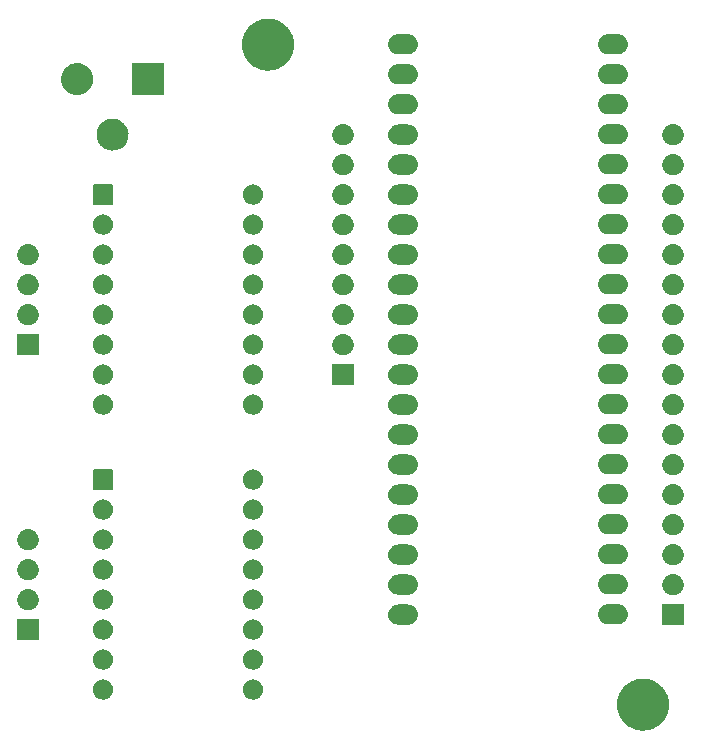
<source format=gbr>
G04 #@! TF.GenerationSoftware,KiCad,Pcbnew,5.99.0-unknown-c3175b4~86~ubuntu16.04.1*
G04 #@! TF.CreationDate,2019-11-28T09:11:43-05:00*
G04 #@! TF.ProjectId,sketchy_v2,736b6574-6368-4795-9f76-322e6b696361,rev?*
G04 #@! TF.SameCoordinates,Original*
G04 #@! TF.FileFunction,Soldermask,Bot*
G04 #@! TF.FilePolarity,Negative*
%FSLAX46Y46*%
G04 Gerber Fmt 4.6, Leading zero omitted, Abs format (unit mm)*
G04 Created by KiCad (PCBNEW 5.99.0-unknown-c3175b4~86~ubuntu16.04.1) date 2019-11-28 09:11:43*
%MOMM*%
%LPD*%
G04 APERTURE LIST*
%ADD10C,0.100000*%
G04 APERTURE END LIST*
D10*
G36*
X186814711Y-154009109D02*
G01*
X186836185Y-154009128D01*
X186953488Y-154024675D01*
X187080636Y-154038937D01*
X187102817Y-154044467D01*
X187122205Y-154047037D01*
X187237997Y-154078172D01*
X187364341Y-154109673D01*
X187383789Y-154117373D01*
X187400826Y-154121954D01*
X187512921Y-154168500D01*
X187636199Y-154217309D01*
X187652770Y-154226570D01*
X187667289Y-154232599D01*
X187773546Y-154294070D01*
X187891433Y-154359955D01*
X187905078Y-154370163D01*
X187917035Y-154377080D01*
X188015354Y-154452660D01*
X188125560Y-154535104D01*
X188136354Y-154545675D01*
X188145777Y-154552918D01*
X188234076Y-154641371D01*
X188334465Y-154739679D01*
X188342573Y-154750057D01*
X188349620Y-154757116D01*
X188426040Y-154856889D01*
X188514479Y-154970086D01*
X188520167Y-154979781D01*
X188525059Y-154986168D01*
X188587843Y-155095132D01*
X188662438Y-155222277D01*
X188666041Y-155230849D01*
X188669102Y-155236161D01*
X188716813Y-155351631D01*
X188775744Y-155491821D01*
X188777674Y-155498923D01*
X188779283Y-155502818D01*
X188810711Y-155620521D01*
X188852406Y-155773983D01*
X188853124Y-155779362D01*
X188853714Y-155781573D01*
X188868218Y-155892489D01*
X188891076Y-156063805D01*
X188891004Y-156066744D01*
X188891124Y-156067660D01*
X188890872Y-156356185D01*
X188882361Y-156420396D01*
X188881307Y-156463543D01*
X188864520Y-156555008D01*
X188852963Y-156642205D01*
X188838955Y-156694302D01*
X188828525Y-156751130D01*
X188800401Y-156837687D01*
X188778046Y-156920826D01*
X188756627Y-156972410D01*
X188738171Y-157029210D01*
X188699698Y-157109509D01*
X188667401Y-157187289D01*
X188638479Y-157237283D01*
X188611833Y-157292897D01*
X188564158Y-157365753D01*
X188522920Y-157437035D01*
X188486560Y-157484334D01*
X188451731Y-157537559D01*
X188396119Y-157601986D01*
X188347082Y-157665777D01*
X188303523Y-157709260D01*
X188260677Y-157758898D01*
X188198496Y-157814105D01*
X188142884Y-157869620D01*
X188092509Y-157908204D01*
X188042028Y-157953023D01*
X187974719Y-157998424D01*
X187913832Y-158045059D01*
X187857215Y-158077681D01*
X187799625Y-158116526D01*
X187728656Y-158151755D01*
X187663839Y-158189102D01*
X187601690Y-158214782D01*
X187537727Y-158246533D01*
X187464582Y-158271434D01*
X187397182Y-158299283D01*
X187330383Y-158317119D01*
X187260936Y-158340761D01*
X187187051Y-158355391D01*
X187118427Y-158373714D01*
X187047999Y-158382924D01*
X186974114Y-158397553D01*
X186900891Y-158402160D01*
X186832340Y-158411124D01*
X186759429Y-158411060D01*
X186682300Y-158415913D01*
X186611053Y-158410931D01*
X186543815Y-158410872D01*
X186469654Y-158401043D01*
X186390621Y-158395516D01*
X186322585Y-158381550D01*
X186257795Y-158372963D01*
X186183722Y-158353046D01*
X186104203Y-158336723D01*
X186040453Y-158314523D01*
X185979174Y-158298046D01*
X185906602Y-158267911D01*
X185828076Y-158240566D01*
X185769553Y-158211004D01*
X185712711Y-158187401D01*
X185643064Y-158147109D01*
X185567092Y-158108733D01*
X185514605Y-158072794D01*
X185462965Y-158042920D01*
X185397677Y-157992732D01*
X185325837Y-157943542D01*
X185280009Y-157902279D01*
X185234223Y-157867082D01*
X185174729Y-157807484D01*
X185108548Y-157747895D01*
X185069838Y-157702410D01*
X185030380Y-157662884D01*
X184978032Y-157594539D01*
X184919044Y-157525228D01*
X184887743Y-157476657D01*
X184854941Y-157433832D01*
X184811030Y-157357622D01*
X184760654Y-157279454D01*
X184736880Y-157228933D01*
X184710898Y-157183839D01*
X184676594Y-157100819D01*
X184636160Y-157014891D01*
X184619866Y-156963526D01*
X184600717Y-156917182D01*
X184577061Y-156828589D01*
X184547750Y-156736187D01*
X184538730Y-156685031D01*
X184526286Y-156638427D01*
X184514157Y-156545669D01*
X184496977Y-156448239D01*
X184494883Y-156398276D01*
X184488876Y-156352340D01*
X184488959Y-156256957D01*
X184484732Y-156156104D01*
X184489089Y-156108228D01*
X184489128Y-156063815D01*
X184501904Y-155967420D01*
X184511233Y-155864917D01*
X184521451Y-155819943D01*
X184527037Y-155777795D01*
X184552766Y-155682108D01*
X184576011Y-155579793D01*
X184591411Y-155538383D01*
X184601954Y-155499174D01*
X184640655Y-155405972D01*
X184677931Y-155305740D01*
X184697760Y-155268447D01*
X184712599Y-155232711D01*
X184764049Y-155143776D01*
X184815200Y-155047575D01*
X184838657Y-155014810D01*
X184857080Y-154982965D01*
X184920799Y-154900075D01*
X184985407Y-154809831D01*
X185011670Y-154781864D01*
X185032918Y-154754223D01*
X185108172Y-154679100D01*
X185185562Y-154596688D01*
X185213788Y-154573667D01*
X185237116Y-154550380D01*
X185322956Y-154484632D01*
X185412149Y-154411888D01*
X185441526Y-154393815D01*
X185466168Y-154374941D01*
X185561376Y-154320083D01*
X185661186Y-154258680D01*
X185690920Y-154245442D01*
X185716161Y-154230898D01*
X185819345Y-154188263D01*
X185928298Y-154139754D01*
X185957659Y-154131113D01*
X185982818Y-154120717D01*
X186092357Y-154091469D01*
X186208792Y-154057200D01*
X186237126Y-154052814D01*
X186261573Y-154046286D01*
X186375652Y-154031369D01*
X186497741Y-154012468D01*
X186524473Y-154011908D01*
X186547660Y-154008876D01*
X186664365Y-154008978D01*
X186790067Y-154006345D01*
X186814711Y-154009109D01*
X186814711Y-154009109D01*
G37*
G36*
X153807270Y-154106707D02*
G01*
X153931689Y-154125968D01*
X153936690Y-154128132D01*
X153945865Y-154129651D01*
X154018903Y-154163709D01*
X154087312Y-154193313D01*
X154097129Y-154200187D01*
X154113440Y-154207793D01*
X154172726Y-154253121D01*
X154228929Y-154292474D01*
X154241276Y-154305530D01*
X154260327Y-154320096D01*
X154304657Y-154372554D01*
X154347715Y-154418086D01*
X154360335Y-154438439D01*
X154379671Y-154461321D01*
X154408930Y-154516816D01*
X154438819Y-154565022D01*
X154449150Y-154593099D01*
X154465905Y-154624879D01*
X154480983Y-154679619D01*
X154498516Y-154727272D01*
X154503882Y-154762753D01*
X154515006Y-154803139D01*
X154517666Y-154853903D01*
X154524368Y-154898216D01*
X154522178Y-154939995D01*
X154524683Y-154987784D01*
X154517354Y-155032056D01*
X154515320Y-155070863D01*
X154503272Y-155117117D01*
X154494484Y-155170200D01*
X154480035Y-155206325D01*
X154471741Y-155238167D01*
X154448009Y-155286396D01*
X154425819Y-155341876D01*
X154407303Y-155369121D01*
X154395413Y-155393285D01*
X154358825Y-155440454D01*
X154321890Y-155494802D01*
X154302296Y-155513332D01*
X154289447Y-155529896D01*
X154239605Y-155572616D01*
X154187548Y-155621844D01*
X154169557Y-155632654D01*
X154158185Y-155642401D01*
X154095589Y-155677098D01*
X154029059Y-155717074D01*
X154014838Y-155721860D01*
X154006972Y-155726220D01*
X153932991Y-155749404D01*
X153853817Y-155776049D01*
X153844863Y-155777022D01*
X153842000Y-155777919D01*
X153758954Y-155786354D01*
X153716191Y-155791000D01*
X153639689Y-155791000D01*
X153532730Y-155773293D01*
X153408311Y-155754032D01*
X153403310Y-155751868D01*
X153394135Y-155750349D01*
X153321097Y-155716291D01*
X153252688Y-155686687D01*
X153242871Y-155679813D01*
X153226560Y-155672207D01*
X153167274Y-155626879D01*
X153111071Y-155587526D01*
X153098724Y-155574470D01*
X153079673Y-155559904D01*
X153035343Y-155507446D01*
X152992285Y-155461914D01*
X152979665Y-155441561D01*
X152960329Y-155418679D01*
X152931070Y-155363184D01*
X152901181Y-155314978D01*
X152890850Y-155286901D01*
X152874095Y-155255121D01*
X152859017Y-155200381D01*
X152841484Y-155152728D01*
X152836118Y-155117247D01*
X152824994Y-155076861D01*
X152822334Y-155026097D01*
X152815632Y-154981784D01*
X152817822Y-154940005D01*
X152815317Y-154892216D01*
X152822646Y-154847944D01*
X152824680Y-154809137D01*
X152836728Y-154762883D01*
X152845516Y-154709800D01*
X152859965Y-154673675D01*
X152868259Y-154641833D01*
X152891991Y-154593604D01*
X152914181Y-154538124D01*
X152932697Y-154510879D01*
X152944587Y-154486715D01*
X152981175Y-154439546D01*
X153018110Y-154385198D01*
X153037704Y-154366668D01*
X153050553Y-154350104D01*
X153100395Y-154307384D01*
X153152452Y-154258156D01*
X153170443Y-154247346D01*
X153181815Y-154237599D01*
X153244411Y-154202902D01*
X153310941Y-154162926D01*
X153325162Y-154158140D01*
X153333028Y-154153780D01*
X153407009Y-154130596D01*
X153486183Y-154103951D01*
X153495137Y-154102978D01*
X153498000Y-154102081D01*
X153581046Y-154093646D01*
X153623809Y-154089000D01*
X153700311Y-154089000D01*
X153807270Y-154106707D01*
X153807270Y-154106707D01*
G37*
G36*
X141107270Y-154106707D02*
G01*
X141231689Y-154125968D01*
X141236690Y-154128132D01*
X141245865Y-154129651D01*
X141318903Y-154163709D01*
X141387312Y-154193313D01*
X141397129Y-154200187D01*
X141413440Y-154207793D01*
X141472726Y-154253121D01*
X141528929Y-154292474D01*
X141541276Y-154305530D01*
X141560327Y-154320096D01*
X141604657Y-154372554D01*
X141647715Y-154418086D01*
X141660335Y-154438439D01*
X141679671Y-154461321D01*
X141708930Y-154516816D01*
X141738819Y-154565022D01*
X141749150Y-154593099D01*
X141765905Y-154624879D01*
X141780983Y-154679619D01*
X141798516Y-154727272D01*
X141803882Y-154762753D01*
X141815006Y-154803139D01*
X141817666Y-154853903D01*
X141824368Y-154898216D01*
X141822178Y-154939995D01*
X141824683Y-154987784D01*
X141817354Y-155032056D01*
X141815320Y-155070863D01*
X141803272Y-155117117D01*
X141794484Y-155170200D01*
X141780035Y-155206325D01*
X141771741Y-155238167D01*
X141748009Y-155286396D01*
X141725819Y-155341876D01*
X141707303Y-155369121D01*
X141695413Y-155393285D01*
X141658825Y-155440454D01*
X141621890Y-155494802D01*
X141602296Y-155513332D01*
X141589447Y-155529896D01*
X141539605Y-155572616D01*
X141487548Y-155621844D01*
X141469557Y-155632654D01*
X141458185Y-155642401D01*
X141395589Y-155677098D01*
X141329059Y-155717074D01*
X141314838Y-155721860D01*
X141306972Y-155726220D01*
X141232991Y-155749404D01*
X141153817Y-155776049D01*
X141144863Y-155777022D01*
X141142000Y-155777919D01*
X141058954Y-155786354D01*
X141016191Y-155791000D01*
X140939689Y-155791000D01*
X140832730Y-155773293D01*
X140708311Y-155754032D01*
X140703310Y-155751868D01*
X140694135Y-155750349D01*
X140621097Y-155716291D01*
X140552688Y-155686687D01*
X140542871Y-155679813D01*
X140526560Y-155672207D01*
X140467274Y-155626879D01*
X140411071Y-155587526D01*
X140398724Y-155574470D01*
X140379673Y-155559904D01*
X140335343Y-155507446D01*
X140292285Y-155461914D01*
X140279665Y-155441561D01*
X140260329Y-155418679D01*
X140231070Y-155363184D01*
X140201181Y-155314978D01*
X140190850Y-155286901D01*
X140174095Y-155255121D01*
X140159017Y-155200381D01*
X140141484Y-155152728D01*
X140136118Y-155117247D01*
X140124994Y-155076861D01*
X140122334Y-155026097D01*
X140115632Y-154981784D01*
X140117822Y-154940005D01*
X140115317Y-154892216D01*
X140122646Y-154847944D01*
X140124680Y-154809137D01*
X140136728Y-154762883D01*
X140145516Y-154709800D01*
X140159965Y-154673675D01*
X140168259Y-154641833D01*
X140191991Y-154593604D01*
X140214181Y-154538124D01*
X140232697Y-154510879D01*
X140244587Y-154486715D01*
X140281175Y-154439546D01*
X140318110Y-154385198D01*
X140337704Y-154366668D01*
X140350553Y-154350104D01*
X140400395Y-154307384D01*
X140452452Y-154258156D01*
X140470443Y-154247346D01*
X140481815Y-154237599D01*
X140544411Y-154202902D01*
X140610941Y-154162926D01*
X140625162Y-154158140D01*
X140633028Y-154153780D01*
X140707009Y-154130596D01*
X140786183Y-154103951D01*
X140795137Y-154102978D01*
X140798000Y-154102081D01*
X140881046Y-154093646D01*
X140923809Y-154089000D01*
X141000311Y-154089000D01*
X141107270Y-154106707D01*
X141107270Y-154106707D01*
G37*
G36*
X153807270Y-151566707D02*
G01*
X153931689Y-151585968D01*
X153936690Y-151588132D01*
X153945865Y-151589651D01*
X154018903Y-151623709D01*
X154087312Y-151653313D01*
X154097129Y-151660187D01*
X154113440Y-151667793D01*
X154172726Y-151713121D01*
X154228929Y-151752474D01*
X154241276Y-151765530D01*
X154260327Y-151780096D01*
X154304657Y-151832554D01*
X154347715Y-151878086D01*
X154360335Y-151898439D01*
X154379671Y-151921321D01*
X154408930Y-151976816D01*
X154438819Y-152025022D01*
X154449150Y-152053099D01*
X154465905Y-152084879D01*
X154480983Y-152139619D01*
X154498516Y-152187272D01*
X154503882Y-152222753D01*
X154515006Y-152263139D01*
X154517666Y-152313903D01*
X154524368Y-152358216D01*
X154522178Y-152399995D01*
X154524683Y-152447784D01*
X154517354Y-152492056D01*
X154515320Y-152530863D01*
X154503272Y-152577117D01*
X154494484Y-152630200D01*
X154480035Y-152666325D01*
X154471741Y-152698167D01*
X154448009Y-152746396D01*
X154425819Y-152801876D01*
X154407303Y-152829121D01*
X154395413Y-152853285D01*
X154358825Y-152900454D01*
X154321890Y-152954802D01*
X154302296Y-152973332D01*
X154289447Y-152989896D01*
X154239605Y-153032616D01*
X154187548Y-153081844D01*
X154169557Y-153092654D01*
X154158185Y-153102401D01*
X154095589Y-153137098D01*
X154029059Y-153177074D01*
X154014838Y-153181860D01*
X154006972Y-153186220D01*
X153932991Y-153209404D01*
X153853817Y-153236049D01*
X153844863Y-153237022D01*
X153842000Y-153237919D01*
X153758954Y-153246354D01*
X153716191Y-153251000D01*
X153639689Y-153251000D01*
X153532730Y-153233293D01*
X153408311Y-153214032D01*
X153403310Y-153211868D01*
X153394135Y-153210349D01*
X153321097Y-153176291D01*
X153252688Y-153146687D01*
X153242871Y-153139813D01*
X153226560Y-153132207D01*
X153167274Y-153086879D01*
X153111071Y-153047526D01*
X153098724Y-153034470D01*
X153079673Y-153019904D01*
X153035343Y-152967446D01*
X152992285Y-152921914D01*
X152979665Y-152901561D01*
X152960329Y-152878679D01*
X152931070Y-152823184D01*
X152901181Y-152774978D01*
X152890850Y-152746901D01*
X152874095Y-152715121D01*
X152859017Y-152660381D01*
X152841484Y-152612728D01*
X152836118Y-152577247D01*
X152824994Y-152536861D01*
X152822334Y-152486097D01*
X152815632Y-152441784D01*
X152817822Y-152400005D01*
X152815317Y-152352216D01*
X152822646Y-152307944D01*
X152824680Y-152269137D01*
X152836728Y-152222883D01*
X152845516Y-152169800D01*
X152859965Y-152133675D01*
X152868259Y-152101833D01*
X152891991Y-152053604D01*
X152914181Y-151998124D01*
X152932697Y-151970879D01*
X152944587Y-151946715D01*
X152981175Y-151899546D01*
X153018110Y-151845198D01*
X153037704Y-151826668D01*
X153050553Y-151810104D01*
X153100395Y-151767384D01*
X153152452Y-151718156D01*
X153170443Y-151707346D01*
X153181815Y-151697599D01*
X153244411Y-151662902D01*
X153310941Y-151622926D01*
X153325162Y-151618140D01*
X153333028Y-151613780D01*
X153407009Y-151590596D01*
X153486183Y-151563951D01*
X153495137Y-151562978D01*
X153498000Y-151562081D01*
X153581046Y-151553646D01*
X153623809Y-151549000D01*
X153700311Y-151549000D01*
X153807270Y-151566707D01*
X153807270Y-151566707D01*
G37*
G36*
X141107270Y-151566707D02*
G01*
X141231689Y-151585968D01*
X141236690Y-151588132D01*
X141245865Y-151589651D01*
X141318903Y-151623709D01*
X141387312Y-151653313D01*
X141397129Y-151660187D01*
X141413440Y-151667793D01*
X141472726Y-151713121D01*
X141528929Y-151752474D01*
X141541276Y-151765530D01*
X141560327Y-151780096D01*
X141604657Y-151832554D01*
X141647715Y-151878086D01*
X141660335Y-151898439D01*
X141679671Y-151921321D01*
X141708930Y-151976816D01*
X141738819Y-152025022D01*
X141749150Y-152053099D01*
X141765905Y-152084879D01*
X141780983Y-152139619D01*
X141798516Y-152187272D01*
X141803882Y-152222753D01*
X141815006Y-152263139D01*
X141817666Y-152313903D01*
X141824368Y-152358216D01*
X141822178Y-152399995D01*
X141824683Y-152447784D01*
X141817354Y-152492056D01*
X141815320Y-152530863D01*
X141803272Y-152577117D01*
X141794484Y-152630200D01*
X141780035Y-152666325D01*
X141771741Y-152698167D01*
X141748009Y-152746396D01*
X141725819Y-152801876D01*
X141707303Y-152829121D01*
X141695413Y-152853285D01*
X141658825Y-152900454D01*
X141621890Y-152954802D01*
X141602296Y-152973332D01*
X141589447Y-152989896D01*
X141539605Y-153032616D01*
X141487548Y-153081844D01*
X141469557Y-153092654D01*
X141458185Y-153102401D01*
X141395589Y-153137098D01*
X141329059Y-153177074D01*
X141314838Y-153181860D01*
X141306972Y-153186220D01*
X141232991Y-153209404D01*
X141153817Y-153236049D01*
X141144863Y-153237022D01*
X141142000Y-153237919D01*
X141058954Y-153246354D01*
X141016191Y-153251000D01*
X140939689Y-153251000D01*
X140832730Y-153233293D01*
X140708311Y-153214032D01*
X140703310Y-153211868D01*
X140694135Y-153210349D01*
X140621097Y-153176291D01*
X140552688Y-153146687D01*
X140542871Y-153139813D01*
X140526560Y-153132207D01*
X140467274Y-153086879D01*
X140411071Y-153047526D01*
X140398724Y-153034470D01*
X140379673Y-153019904D01*
X140335343Y-152967446D01*
X140292285Y-152921914D01*
X140279665Y-152901561D01*
X140260329Y-152878679D01*
X140231070Y-152823184D01*
X140201181Y-152774978D01*
X140190850Y-152746901D01*
X140174095Y-152715121D01*
X140159017Y-152660381D01*
X140141484Y-152612728D01*
X140136118Y-152577247D01*
X140124994Y-152536861D01*
X140122334Y-152486097D01*
X140115632Y-152441784D01*
X140117822Y-152400005D01*
X140115317Y-152352216D01*
X140122646Y-152307944D01*
X140124680Y-152269137D01*
X140136728Y-152222883D01*
X140145516Y-152169800D01*
X140159965Y-152133675D01*
X140168259Y-152101833D01*
X140191991Y-152053604D01*
X140214181Y-151998124D01*
X140232697Y-151970879D01*
X140244587Y-151946715D01*
X140281175Y-151899546D01*
X140318110Y-151845198D01*
X140337704Y-151826668D01*
X140350553Y-151810104D01*
X140400395Y-151767384D01*
X140452452Y-151718156D01*
X140470443Y-151707346D01*
X140481815Y-151697599D01*
X140544411Y-151662902D01*
X140610941Y-151622926D01*
X140625162Y-151618140D01*
X140633028Y-151613780D01*
X140707009Y-151590596D01*
X140786183Y-151563951D01*
X140795137Y-151562978D01*
X140798000Y-151562081D01*
X140881046Y-151553646D01*
X140923809Y-151549000D01*
X141000311Y-151549000D01*
X141107270Y-151566707D01*
X141107270Y-151566707D01*
G37*
G36*
X135489899Y-148961959D02*
G01*
X135506769Y-148973231D01*
X135518041Y-148990101D01*
X135524448Y-149022312D01*
X135524448Y-150697688D01*
X135521999Y-150710000D01*
X135518041Y-150729899D01*
X135506769Y-150746769D01*
X135489899Y-150758041D01*
X135470000Y-150761999D01*
X135457688Y-150764448D01*
X133782312Y-150764448D01*
X133750101Y-150758041D01*
X133733231Y-150746769D01*
X133721959Y-150729899D01*
X133715552Y-150697688D01*
X133715552Y-149022312D01*
X133721959Y-148990101D01*
X133733231Y-148973231D01*
X133750101Y-148961959D01*
X133782312Y-148955552D01*
X135457688Y-148955552D01*
X135489899Y-148961959D01*
X135489899Y-148961959D01*
G37*
G36*
X153807270Y-149026707D02*
G01*
X153931689Y-149045968D01*
X153936690Y-149048132D01*
X153945865Y-149049651D01*
X154018903Y-149083709D01*
X154087312Y-149113313D01*
X154097129Y-149120187D01*
X154113440Y-149127793D01*
X154172726Y-149173121D01*
X154228929Y-149212474D01*
X154241276Y-149225530D01*
X154260327Y-149240096D01*
X154304657Y-149292554D01*
X154347715Y-149338086D01*
X154360335Y-149358439D01*
X154379671Y-149381321D01*
X154408930Y-149436816D01*
X154438819Y-149485022D01*
X154449150Y-149513099D01*
X154465905Y-149544879D01*
X154480983Y-149599619D01*
X154498516Y-149647272D01*
X154503882Y-149682753D01*
X154515006Y-149723139D01*
X154517666Y-149773903D01*
X154524368Y-149818216D01*
X154522178Y-149859995D01*
X154524683Y-149907784D01*
X154517354Y-149952056D01*
X154515320Y-149990863D01*
X154503272Y-150037117D01*
X154494484Y-150090200D01*
X154480035Y-150126325D01*
X154471741Y-150158167D01*
X154448009Y-150206396D01*
X154425819Y-150261876D01*
X154407303Y-150289121D01*
X154395413Y-150313285D01*
X154358825Y-150360454D01*
X154321890Y-150414802D01*
X154302296Y-150433332D01*
X154289447Y-150449896D01*
X154239605Y-150492616D01*
X154187548Y-150541844D01*
X154169557Y-150552654D01*
X154158185Y-150562401D01*
X154095589Y-150597098D01*
X154029059Y-150637074D01*
X154014838Y-150641860D01*
X154006972Y-150646220D01*
X153932991Y-150669404D01*
X153853817Y-150696049D01*
X153844863Y-150697022D01*
X153842000Y-150697919D01*
X153758954Y-150706354D01*
X153716191Y-150711000D01*
X153639689Y-150711000D01*
X153532730Y-150693293D01*
X153408311Y-150674032D01*
X153403310Y-150671868D01*
X153394135Y-150670349D01*
X153321097Y-150636291D01*
X153252688Y-150606687D01*
X153242871Y-150599813D01*
X153226560Y-150592207D01*
X153167274Y-150546879D01*
X153111071Y-150507526D01*
X153098724Y-150494470D01*
X153079673Y-150479904D01*
X153035343Y-150427446D01*
X152992285Y-150381914D01*
X152979665Y-150361561D01*
X152960329Y-150338679D01*
X152931070Y-150283184D01*
X152901181Y-150234978D01*
X152890850Y-150206901D01*
X152874095Y-150175121D01*
X152859017Y-150120381D01*
X152841484Y-150072728D01*
X152836118Y-150037247D01*
X152824994Y-149996861D01*
X152822334Y-149946097D01*
X152815632Y-149901784D01*
X152817822Y-149860005D01*
X152815317Y-149812216D01*
X152822646Y-149767944D01*
X152824680Y-149729137D01*
X152836728Y-149682883D01*
X152845516Y-149629800D01*
X152859965Y-149593675D01*
X152868259Y-149561833D01*
X152891991Y-149513604D01*
X152914181Y-149458124D01*
X152932697Y-149430879D01*
X152944587Y-149406715D01*
X152981175Y-149359546D01*
X153018110Y-149305198D01*
X153037704Y-149286668D01*
X153050553Y-149270104D01*
X153100395Y-149227384D01*
X153152452Y-149178156D01*
X153170443Y-149167346D01*
X153181815Y-149157599D01*
X153244411Y-149122902D01*
X153310941Y-149082926D01*
X153325162Y-149078140D01*
X153333028Y-149073780D01*
X153407009Y-149050596D01*
X153486183Y-149023951D01*
X153495137Y-149022978D01*
X153498000Y-149022081D01*
X153581046Y-149013646D01*
X153623809Y-149009000D01*
X153700311Y-149009000D01*
X153807270Y-149026707D01*
X153807270Y-149026707D01*
G37*
G36*
X141107270Y-149026707D02*
G01*
X141231689Y-149045968D01*
X141236690Y-149048132D01*
X141245865Y-149049651D01*
X141318903Y-149083709D01*
X141387312Y-149113313D01*
X141397129Y-149120187D01*
X141413440Y-149127793D01*
X141472726Y-149173121D01*
X141528929Y-149212474D01*
X141541276Y-149225530D01*
X141560327Y-149240096D01*
X141604657Y-149292554D01*
X141647715Y-149338086D01*
X141660335Y-149358439D01*
X141679671Y-149381321D01*
X141708930Y-149436816D01*
X141738819Y-149485022D01*
X141749150Y-149513099D01*
X141765905Y-149544879D01*
X141780983Y-149599619D01*
X141798516Y-149647272D01*
X141803882Y-149682753D01*
X141815006Y-149723139D01*
X141817666Y-149773903D01*
X141824368Y-149818216D01*
X141822178Y-149859995D01*
X141824683Y-149907784D01*
X141817354Y-149952056D01*
X141815320Y-149990863D01*
X141803272Y-150037117D01*
X141794484Y-150090200D01*
X141780035Y-150126325D01*
X141771741Y-150158167D01*
X141748009Y-150206396D01*
X141725819Y-150261876D01*
X141707303Y-150289121D01*
X141695413Y-150313285D01*
X141658825Y-150360454D01*
X141621890Y-150414802D01*
X141602296Y-150433332D01*
X141589447Y-150449896D01*
X141539605Y-150492616D01*
X141487548Y-150541844D01*
X141469557Y-150552654D01*
X141458185Y-150562401D01*
X141395589Y-150597098D01*
X141329059Y-150637074D01*
X141314838Y-150641860D01*
X141306972Y-150646220D01*
X141232991Y-150669404D01*
X141153817Y-150696049D01*
X141144863Y-150697022D01*
X141142000Y-150697919D01*
X141058954Y-150706354D01*
X141016191Y-150711000D01*
X140939689Y-150711000D01*
X140832730Y-150693293D01*
X140708311Y-150674032D01*
X140703310Y-150671868D01*
X140694135Y-150670349D01*
X140621097Y-150636291D01*
X140552688Y-150606687D01*
X140542871Y-150599813D01*
X140526560Y-150592207D01*
X140467274Y-150546879D01*
X140411071Y-150507526D01*
X140398724Y-150494470D01*
X140379673Y-150479904D01*
X140335343Y-150427446D01*
X140292285Y-150381914D01*
X140279665Y-150361561D01*
X140260329Y-150338679D01*
X140231070Y-150283184D01*
X140201181Y-150234978D01*
X140190850Y-150206901D01*
X140174095Y-150175121D01*
X140159017Y-150120381D01*
X140141484Y-150072728D01*
X140136118Y-150037247D01*
X140124994Y-149996861D01*
X140122334Y-149946097D01*
X140115632Y-149901784D01*
X140117822Y-149860005D01*
X140115317Y-149812216D01*
X140122646Y-149767944D01*
X140124680Y-149729137D01*
X140136728Y-149682883D01*
X140145516Y-149629800D01*
X140159965Y-149593675D01*
X140168259Y-149561833D01*
X140191991Y-149513604D01*
X140214181Y-149458124D01*
X140232697Y-149430879D01*
X140244587Y-149406715D01*
X140281175Y-149359546D01*
X140318110Y-149305198D01*
X140337704Y-149286668D01*
X140350553Y-149270104D01*
X140400395Y-149227384D01*
X140452452Y-149178156D01*
X140470443Y-149167346D01*
X140481815Y-149157599D01*
X140544411Y-149122902D01*
X140610941Y-149082926D01*
X140625162Y-149078140D01*
X140633028Y-149073780D01*
X140707009Y-149050596D01*
X140786183Y-149023951D01*
X140795137Y-149022978D01*
X140798000Y-149022081D01*
X140881046Y-149013646D01*
X140923809Y-149009000D01*
X141000311Y-149009000D01*
X141107270Y-149026707D01*
X141107270Y-149026707D01*
G37*
G36*
X190099899Y-147691959D02*
G01*
X190116769Y-147703231D01*
X190128041Y-147720101D01*
X190134448Y-147752312D01*
X190134448Y-149427688D01*
X190131999Y-149440000D01*
X190128041Y-149459899D01*
X190116769Y-149476769D01*
X190099899Y-149488041D01*
X190080000Y-149491999D01*
X190067688Y-149494448D01*
X188392312Y-149494448D01*
X188360101Y-149488041D01*
X188343231Y-149476769D01*
X188331959Y-149459899D01*
X188325552Y-149427688D01*
X188325552Y-147752312D01*
X188331959Y-147720101D01*
X188343231Y-147703231D01*
X188360101Y-147691959D01*
X188392312Y-147685552D01*
X190067688Y-147685552D01*
X190099899Y-147691959D01*
X190099899Y-147691959D01*
G37*
G36*
X166907270Y-147756707D02*
G01*
X167031689Y-147775968D01*
X167036690Y-147778132D01*
X167045865Y-147779651D01*
X167118903Y-147813709D01*
X167187312Y-147843313D01*
X167197129Y-147850187D01*
X167213440Y-147857793D01*
X167272726Y-147903121D01*
X167328929Y-147942474D01*
X167341276Y-147955530D01*
X167360327Y-147970096D01*
X167404657Y-148022554D01*
X167447715Y-148068086D01*
X167460335Y-148088439D01*
X167479671Y-148111321D01*
X167508930Y-148166816D01*
X167538819Y-148215022D01*
X167549150Y-148243099D01*
X167565905Y-148274879D01*
X167580983Y-148329619D01*
X167598516Y-148377272D01*
X167603882Y-148412753D01*
X167615006Y-148453139D01*
X167617666Y-148503903D01*
X167624368Y-148548216D01*
X167622178Y-148589995D01*
X167624683Y-148637784D01*
X167617354Y-148682056D01*
X167615320Y-148720863D01*
X167603272Y-148767117D01*
X167594484Y-148820200D01*
X167580035Y-148856325D01*
X167571741Y-148888167D01*
X167548009Y-148936396D01*
X167525819Y-148991876D01*
X167507303Y-149019121D01*
X167495413Y-149043285D01*
X167458825Y-149090454D01*
X167421890Y-149144802D01*
X167402296Y-149163332D01*
X167389447Y-149179896D01*
X167339605Y-149222616D01*
X167287548Y-149271844D01*
X167269557Y-149282654D01*
X167258185Y-149292401D01*
X167195589Y-149327098D01*
X167129059Y-149367074D01*
X167114838Y-149371860D01*
X167106972Y-149376220D01*
X167032991Y-149399404D01*
X166953817Y-149426049D01*
X166944863Y-149427022D01*
X166942000Y-149427919D01*
X166858954Y-149436354D01*
X166816191Y-149441000D01*
X165939689Y-149441000D01*
X165832730Y-149423293D01*
X165708311Y-149404032D01*
X165703310Y-149401868D01*
X165694135Y-149400349D01*
X165621097Y-149366291D01*
X165552688Y-149336687D01*
X165542871Y-149329813D01*
X165526560Y-149322207D01*
X165467274Y-149276879D01*
X165411071Y-149237526D01*
X165398724Y-149224470D01*
X165379673Y-149209904D01*
X165335343Y-149157446D01*
X165292285Y-149111914D01*
X165279665Y-149091561D01*
X165260329Y-149068679D01*
X165231070Y-149013184D01*
X165201181Y-148964978D01*
X165190850Y-148936901D01*
X165174095Y-148905121D01*
X165159017Y-148850381D01*
X165141484Y-148802728D01*
X165136118Y-148767247D01*
X165124994Y-148726861D01*
X165122334Y-148676097D01*
X165115632Y-148631784D01*
X165117822Y-148590005D01*
X165115317Y-148542216D01*
X165122646Y-148497944D01*
X165124680Y-148459137D01*
X165136728Y-148412883D01*
X165145516Y-148359800D01*
X165159965Y-148323675D01*
X165168259Y-148291833D01*
X165191991Y-148243604D01*
X165214181Y-148188124D01*
X165232697Y-148160879D01*
X165244587Y-148136715D01*
X165281175Y-148089546D01*
X165318110Y-148035198D01*
X165337704Y-148016668D01*
X165350553Y-148000104D01*
X165400395Y-147957384D01*
X165452452Y-147908156D01*
X165470443Y-147897346D01*
X165481815Y-147887599D01*
X165544411Y-147852902D01*
X165610941Y-147812926D01*
X165625162Y-147808140D01*
X165633028Y-147803780D01*
X165707009Y-147780596D01*
X165786183Y-147753951D01*
X165795137Y-147752978D01*
X165798000Y-147752081D01*
X165881046Y-147743646D01*
X165923809Y-147739000D01*
X166800311Y-147739000D01*
X166907270Y-147756707D01*
X166907270Y-147756707D01*
G37*
G36*
X184687270Y-147726707D02*
G01*
X184811689Y-147745968D01*
X184816690Y-147748132D01*
X184825865Y-147749651D01*
X184898903Y-147783709D01*
X184967312Y-147813313D01*
X184977129Y-147820187D01*
X184993440Y-147827793D01*
X185052726Y-147873121D01*
X185108929Y-147912474D01*
X185121276Y-147925530D01*
X185140327Y-147940096D01*
X185184657Y-147992554D01*
X185227715Y-148038086D01*
X185240335Y-148058439D01*
X185259671Y-148081321D01*
X185288930Y-148136816D01*
X185318819Y-148185022D01*
X185329150Y-148213099D01*
X185345905Y-148244879D01*
X185360983Y-148299619D01*
X185378516Y-148347272D01*
X185383882Y-148382753D01*
X185395006Y-148423139D01*
X185397666Y-148473903D01*
X185404368Y-148518216D01*
X185402178Y-148559995D01*
X185404683Y-148607784D01*
X185397354Y-148652056D01*
X185395320Y-148690863D01*
X185383272Y-148737117D01*
X185374484Y-148790200D01*
X185360035Y-148826325D01*
X185351741Y-148858167D01*
X185328009Y-148906396D01*
X185305819Y-148961876D01*
X185287303Y-148989121D01*
X185275413Y-149013285D01*
X185238825Y-149060454D01*
X185201890Y-149114802D01*
X185182296Y-149133332D01*
X185169447Y-149149896D01*
X185119605Y-149192616D01*
X185067548Y-149241844D01*
X185049557Y-149252654D01*
X185038185Y-149262401D01*
X184975589Y-149297098D01*
X184909059Y-149337074D01*
X184894838Y-149341860D01*
X184886972Y-149346220D01*
X184812991Y-149369404D01*
X184733817Y-149396049D01*
X184724863Y-149397022D01*
X184722000Y-149397919D01*
X184638954Y-149406354D01*
X184596191Y-149411000D01*
X183719689Y-149411000D01*
X183612730Y-149393293D01*
X183488311Y-149374032D01*
X183483310Y-149371868D01*
X183474135Y-149370349D01*
X183401097Y-149336291D01*
X183332688Y-149306687D01*
X183322871Y-149299813D01*
X183306560Y-149292207D01*
X183247274Y-149246879D01*
X183191071Y-149207526D01*
X183178724Y-149194470D01*
X183159673Y-149179904D01*
X183115343Y-149127446D01*
X183072285Y-149081914D01*
X183059665Y-149061561D01*
X183040329Y-149038679D01*
X183011070Y-148983184D01*
X182981181Y-148934978D01*
X182970850Y-148906901D01*
X182954095Y-148875121D01*
X182939017Y-148820381D01*
X182921484Y-148772728D01*
X182916118Y-148737247D01*
X182904994Y-148696861D01*
X182902334Y-148646097D01*
X182895632Y-148601784D01*
X182897822Y-148560005D01*
X182895317Y-148512216D01*
X182902646Y-148467944D01*
X182904680Y-148429137D01*
X182916728Y-148382883D01*
X182925516Y-148329800D01*
X182939965Y-148293675D01*
X182948259Y-148261833D01*
X182971991Y-148213604D01*
X182994181Y-148158124D01*
X183012697Y-148130879D01*
X183024587Y-148106715D01*
X183061175Y-148059546D01*
X183098110Y-148005198D01*
X183117704Y-147986668D01*
X183130553Y-147970104D01*
X183180395Y-147927384D01*
X183232452Y-147878156D01*
X183250443Y-147867346D01*
X183261815Y-147857599D01*
X183324411Y-147822902D01*
X183390941Y-147782926D01*
X183405162Y-147778140D01*
X183413028Y-147773780D01*
X183487009Y-147750596D01*
X183566183Y-147723951D01*
X183575137Y-147722978D01*
X183578000Y-147722081D01*
X183661046Y-147713646D01*
X183703809Y-147709000D01*
X184580311Y-147709000D01*
X184687270Y-147726707D01*
X184687270Y-147726707D01*
G37*
G36*
X134808360Y-146433835D02*
G01*
X134889397Y-146460166D01*
X134976663Y-146487848D01*
X134979655Y-146489493D01*
X134988488Y-146492363D01*
X135060466Y-146533919D01*
X135131499Y-146572970D01*
X135138986Y-146579253D01*
X135152511Y-146587061D01*
X135210259Y-146639057D01*
X135266857Y-146686549D01*
X135276962Y-146699118D01*
X135293261Y-146713793D01*
X135335454Y-146771867D01*
X135377579Y-146824260D01*
X135387994Y-146844182D01*
X135404586Y-146867019D01*
X135431297Y-146927012D01*
X135459439Y-146980843D01*
X135467582Y-147008510D01*
X135481621Y-147040042D01*
X135493992Y-147098241D01*
X135509328Y-147150349D01*
X135512518Y-147185401D01*
X135520999Y-147225301D01*
X135520999Y-147278592D01*
X135525343Y-147326324D01*
X135520999Y-147367653D01*
X135520999Y-147414699D01*
X135511217Y-147460721D01*
X135506873Y-147502047D01*
X135492702Y-147547827D01*
X135481621Y-147599958D01*
X135465028Y-147637226D01*
X135454622Y-147670843D01*
X135428789Y-147718620D01*
X135404586Y-147772981D01*
X135384298Y-147800905D01*
X135370580Y-147826276D01*
X135331859Y-147873082D01*
X135293261Y-147926207D01*
X135272284Y-147945095D01*
X135257952Y-147962419D01*
X135205845Y-148004917D01*
X135152511Y-148052939D01*
X135133524Y-148063901D01*
X135121025Y-148074095D01*
X135055780Y-148108786D01*
X134988488Y-148147637D01*
X134973636Y-148152463D01*
X134965003Y-148157053D01*
X134887430Y-148180473D01*
X134808360Y-148206165D01*
X134799114Y-148207137D01*
X134795851Y-148208122D01*
X134704710Y-148217059D01*
X134667211Y-148221000D01*
X134572789Y-148221000D01*
X134431640Y-148206165D01*
X134350603Y-148179834D01*
X134263337Y-148152152D01*
X134260345Y-148150507D01*
X134251512Y-148147637D01*
X134179534Y-148106081D01*
X134108501Y-148067030D01*
X134101014Y-148060747D01*
X134087489Y-148052939D01*
X134029741Y-148000943D01*
X133973143Y-147953451D01*
X133963038Y-147940882D01*
X133946739Y-147926207D01*
X133904546Y-147868133D01*
X133862421Y-147815740D01*
X133852006Y-147795818D01*
X133835414Y-147772981D01*
X133808703Y-147712988D01*
X133780561Y-147659157D01*
X133772418Y-147631490D01*
X133758379Y-147599958D01*
X133746008Y-147541759D01*
X133730672Y-147489651D01*
X133727482Y-147454599D01*
X133719001Y-147414699D01*
X133719001Y-147361408D01*
X133714657Y-147313676D01*
X133719001Y-147272347D01*
X133719001Y-147225301D01*
X133728783Y-147179279D01*
X133733127Y-147137953D01*
X133747298Y-147092173D01*
X133758379Y-147040042D01*
X133774972Y-147002774D01*
X133785378Y-146969157D01*
X133811211Y-146921380D01*
X133835414Y-146867019D01*
X133855702Y-146839095D01*
X133869420Y-146813724D01*
X133908141Y-146766918D01*
X133946739Y-146713793D01*
X133967716Y-146694905D01*
X133982048Y-146677581D01*
X134034155Y-146635083D01*
X134087489Y-146587061D01*
X134106476Y-146576099D01*
X134118975Y-146565905D01*
X134184220Y-146531214D01*
X134251512Y-146492363D01*
X134266364Y-146487537D01*
X134274997Y-146482947D01*
X134352570Y-146459527D01*
X134431640Y-146433835D01*
X134440886Y-146432863D01*
X134444149Y-146431878D01*
X134535290Y-146422941D01*
X134572789Y-146419000D01*
X134667211Y-146419000D01*
X134808360Y-146433835D01*
X134808360Y-146433835D01*
G37*
G36*
X153807270Y-146486707D02*
G01*
X153931689Y-146505968D01*
X153936690Y-146508132D01*
X153945865Y-146509651D01*
X154018903Y-146543709D01*
X154087312Y-146573313D01*
X154097129Y-146580187D01*
X154113440Y-146587793D01*
X154172726Y-146633121D01*
X154228929Y-146672474D01*
X154241276Y-146685530D01*
X154260327Y-146700096D01*
X154304657Y-146752554D01*
X154347715Y-146798086D01*
X154360335Y-146818439D01*
X154379671Y-146841321D01*
X154408930Y-146896816D01*
X154438819Y-146945022D01*
X154449150Y-146973099D01*
X154465905Y-147004879D01*
X154480983Y-147059619D01*
X154498516Y-147107272D01*
X154503882Y-147142753D01*
X154515006Y-147183139D01*
X154517666Y-147233903D01*
X154524368Y-147278216D01*
X154522178Y-147319995D01*
X154524683Y-147367784D01*
X154517354Y-147412056D01*
X154515320Y-147450863D01*
X154503272Y-147497117D01*
X154494484Y-147550200D01*
X154480035Y-147586325D01*
X154471741Y-147618167D01*
X154448009Y-147666396D01*
X154425819Y-147721876D01*
X154407303Y-147749121D01*
X154395413Y-147773285D01*
X154358825Y-147820454D01*
X154321890Y-147874802D01*
X154302296Y-147893332D01*
X154289447Y-147909896D01*
X154239605Y-147952616D01*
X154187548Y-148001844D01*
X154169557Y-148012654D01*
X154158185Y-148022401D01*
X154095589Y-148057098D01*
X154029059Y-148097074D01*
X154014838Y-148101860D01*
X154006972Y-148106220D01*
X153932991Y-148129404D01*
X153853817Y-148156049D01*
X153844863Y-148157022D01*
X153842000Y-148157919D01*
X153758954Y-148166354D01*
X153716191Y-148171000D01*
X153639689Y-148171000D01*
X153532730Y-148153293D01*
X153408311Y-148134032D01*
X153403310Y-148131868D01*
X153394135Y-148130349D01*
X153321097Y-148096291D01*
X153252688Y-148066687D01*
X153242871Y-148059813D01*
X153226560Y-148052207D01*
X153167274Y-148006879D01*
X153111071Y-147967526D01*
X153098724Y-147954470D01*
X153079673Y-147939904D01*
X153035343Y-147887446D01*
X152992285Y-147841914D01*
X152979665Y-147821561D01*
X152960329Y-147798679D01*
X152931070Y-147743184D01*
X152901181Y-147694978D01*
X152890850Y-147666901D01*
X152874095Y-147635121D01*
X152859017Y-147580381D01*
X152841484Y-147532728D01*
X152836118Y-147497247D01*
X152824994Y-147456861D01*
X152822334Y-147406097D01*
X152815632Y-147361784D01*
X152817822Y-147320005D01*
X152815317Y-147272216D01*
X152822646Y-147227944D01*
X152824680Y-147189137D01*
X152836728Y-147142883D01*
X152845516Y-147089800D01*
X152859965Y-147053675D01*
X152868259Y-147021833D01*
X152891991Y-146973604D01*
X152914181Y-146918124D01*
X152932697Y-146890879D01*
X152944587Y-146866715D01*
X152981175Y-146819546D01*
X153018110Y-146765198D01*
X153037704Y-146746668D01*
X153050553Y-146730104D01*
X153100395Y-146687384D01*
X153152452Y-146638156D01*
X153170443Y-146627346D01*
X153181815Y-146617599D01*
X153244411Y-146582902D01*
X153310941Y-146542926D01*
X153325162Y-146538140D01*
X153333028Y-146533780D01*
X153407009Y-146510596D01*
X153486183Y-146483951D01*
X153495137Y-146482978D01*
X153498000Y-146482081D01*
X153581046Y-146473646D01*
X153623809Y-146469000D01*
X153700311Y-146469000D01*
X153807270Y-146486707D01*
X153807270Y-146486707D01*
G37*
G36*
X141107270Y-146486707D02*
G01*
X141231689Y-146505968D01*
X141236690Y-146508132D01*
X141245865Y-146509651D01*
X141318903Y-146543709D01*
X141387312Y-146573313D01*
X141397129Y-146580187D01*
X141413440Y-146587793D01*
X141472726Y-146633121D01*
X141528929Y-146672474D01*
X141541276Y-146685530D01*
X141560327Y-146700096D01*
X141604657Y-146752554D01*
X141647715Y-146798086D01*
X141660335Y-146818439D01*
X141679671Y-146841321D01*
X141708930Y-146896816D01*
X141738819Y-146945022D01*
X141749150Y-146973099D01*
X141765905Y-147004879D01*
X141780983Y-147059619D01*
X141798516Y-147107272D01*
X141803882Y-147142753D01*
X141815006Y-147183139D01*
X141817666Y-147233903D01*
X141824368Y-147278216D01*
X141822178Y-147319995D01*
X141824683Y-147367784D01*
X141817354Y-147412056D01*
X141815320Y-147450863D01*
X141803272Y-147497117D01*
X141794484Y-147550200D01*
X141780035Y-147586325D01*
X141771741Y-147618167D01*
X141748009Y-147666396D01*
X141725819Y-147721876D01*
X141707303Y-147749121D01*
X141695413Y-147773285D01*
X141658825Y-147820454D01*
X141621890Y-147874802D01*
X141602296Y-147893332D01*
X141589447Y-147909896D01*
X141539605Y-147952616D01*
X141487548Y-148001844D01*
X141469557Y-148012654D01*
X141458185Y-148022401D01*
X141395589Y-148057098D01*
X141329059Y-148097074D01*
X141314838Y-148101860D01*
X141306972Y-148106220D01*
X141232991Y-148129404D01*
X141153817Y-148156049D01*
X141144863Y-148157022D01*
X141142000Y-148157919D01*
X141058954Y-148166354D01*
X141016191Y-148171000D01*
X140939689Y-148171000D01*
X140832730Y-148153293D01*
X140708311Y-148134032D01*
X140703310Y-148131868D01*
X140694135Y-148130349D01*
X140621097Y-148096291D01*
X140552688Y-148066687D01*
X140542871Y-148059813D01*
X140526560Y-148052207D01*
X140467274Y-148006879D01*
X140411071Y-147967526D01*
X140398724Y-147954470D01*
X140379673Y-147939904D01*
X140335343Y-147887446D01*
X140292285Y-147841914D01*
X140279665Y-147821561D01*
X140260329Y-147798679D01*
X140231070Y-147743184D01*
X140201181Y-147694978D01*
X140190850Y-147666901D01*
X140174095Y-147635121D01*
X140159017Y-147580381D01*
X140141484Y-147532728D01*
X140136118Y-147497247D01*
X140124994Y-147456861D01*
X140122334Y-147406097D01*
X140115632Y-147361784D01*
X140117822Y-147320005D01*
X140115317Y-147272216D01*
X140122646Y-147227944D01*
X140124680Y-147189137D01*
X140136728Y-147142883D01*
X140145516Y-147089800D01*
X140159965Y-147053675D01*
X140168259Y-147021833D01*
X140191991Y-146973604D01*
X140214181Y-146918124D01*
X140232697Y-146890879D01*
X140244587Y-146866715D01*
X140281175Y-146819546D01*
X140318110Y-146765198D01*
X140337704Y-146746668D01*
X140350553Y-146730104D01*
X140400395Y-146687384D01*
X140452452Y-146638156D01*
X140470443Y-146627346D01*
X140481815Y-146617599D01*
X140544411Y-146582902D01*
X140610941Y-146542926D01*
X140625162Y-146538140D01*
X140633028Y-146533780D01*
X140707009Y-146510596D01*
X140786183Y-146483951D01*
X140795137Y-146482978D01*
X140798000Y-146482081D01*
X140881046Y-146473646D01*
X140923809Y-146469000D01*
X141000311Y-146469000D01*
X141107270Y-146486707D01*
X141107270Y-146486707D01*
G37*
G36*
X189418360Y-145163835D02*
G01*
X189499397Y-145190166D01*
X189586663Y-145217848D01*
X189589655Y-145219493D01*
X189598488Y-145222363D01*
X189670466Y-145263919D01*
X189741499Y-145302970D01*
X189748986Y-145309253D01*
X189762511Y-145317061D01*
X189820259Y-145369057D01*
X189876857Y-145416549D01*
X189886962Y-145429118D01*
X189903261Y-145443793D01*
X189945454Y-145501867D01*
X189987579Y-145554260D01*
X189997994Y-145574182D01*
X190014586Y-145597019D01*
X190041297Y-145657012D01*
X190069439Y-145710843D01*
X190077582Y-145738510D01*
X190091621Y-145770042D01*
X190103992Y-145828241D01*
X190119328Y-145880349D01*
X190122518Y-145915401D01*
X190130999Y-145955301D01*
X190130999Y-146008592D01*
X190135343Y-146056324D01*
X190130999Y-146097653D01*
X190130999Y-146144699D01*
X190121217Y-146190721D01*
X190116873Y-146232047D01*
X190102702Y-146277827D01*
X190091621Y-146329958D01*
X190075028Y-146367226D01*
X190064622Y-146400843D01*
X190038789Y-146448620D01*
X190014586Y-146502981D01*
X189994298Y-146530905D01*
X189980580Y-146556276D01*
X189941859Y-146603082D01*
X189903261Y-146656207D01*
X189882284Y-146675095D01*
X189867952Y-146692419D01*
X189815845Y-146734917D01*
X189762511Y-146782939D01*
X189743524Y-146793901D01*
X189731025Y-146804095D01*
X189665780Y-146838786D01*
X189598488Y-146877637D01*
X189583636Y-146882463D01*
X189575003Y-146887053D01*
X189497430Y-146910473D01*
X189418360Y-146936165D01*
X189409114Y-146937137D01*
X189405851Y-146938122D01*
X189314710Y-146947059D01*
X189277211Y-146951000D01*
X189182789Y-146951000D01*
X189041640Y-146936165D01*
X188960603Y-146909834D01*
X188873337Y-146882152D01*
X188870345Y-146880507D01*
X188861512Y-146877637D01*
X188789534Y-146836081D01*
X188718501Y-146797030D01*
X188711014Y-146790747D01*
X188697489Y-146782939D01*
X188639741Y-146730943D01*
X188583143Y-146683451D01*
X188573038Y-146670882D01*
X188556739Y-146656207D01*
X188514546Y-146598133D01*
X188472421Y-146545740D01*
X188462006Y-146525818D01*
X188445414Y-146502981D01*
X188418703Y-146442988D01*
X188390561Y-146389157D01*
X188382418Y-146361490D01*
X188368379Y-146329958D01*
X188356008Y-146271759D01*
X188340672Y-146219651D01*
X188337482Y-146184599D01*
X188329001Y-146144699D01*
X188329001Y-146091408D01*
X188324657Y-146043676D01*
X188329001Y-146002347D01*
X188329001Y-145955301D01*
X188338783Y-145909279D01*
X188343127Y-145867953D01*
X188357298Y-145822173D01*
X188368379Y-145770042D01*
X188384972Y-145732774D01*
X188395378Y-145699157D01*
X188421211Y-145651380D01*
X188445414Y-145597019D01*
X188465702Y-145569095D01*
X188479420Y-145543724D01*
X188518141Y-145496918D01*
X188556739Y-145443793D01*
X188577716Y-145424905D01*
X188592048Y-145407581D01*
X188644155Y-145365083D01*
X188697489Y-145317061D01*
X188716476Y-145306099D01*
X188728975Y-145295905D01*
X188794220Y-145261214D01*
X188861512Y-145222363D01*
X188876364Y-145217537D01*
X188884997Y-145212947D01*
X188962570Y-145189527D01*
X189041640Y-145163835D01*
X189050886Y-145162863D01*
X189054149Y-145161878D01*
X189145290Y-145152941D01*
X189182789Y-145149000D01*
X189277211Y-145149000D01*
X189418360Y-145163835D01*
X189418360Y-145163835D01*
G37*
G36*
X166907270Y-145216707D02*
G01*
X167031689Y-145235968D01*
X167036690Y-145238132D01*
X167045865Y-145239651D01*
X167118903Y-145273709D01*
X167187312Y-145303313D01*
X167197129Y-145310187D01*
X167213440Y-145317793D01*
X167272726Y-145363121D01*
X167328929Y-145402474D01*
X167341276Y-145415530D01*
X167360327Y-145430096D01*
X167404657Y-145482554D01*
X167447715Y-145528086D01*
X167460335Y-145548439D01*
X167479671Y-145571321D01*
X167508930Y-145626816D01*
X167538819Y-145675022D01*
X167549150Y-145703099D01*
X167565905Y-145734879D01*
X167580983Y-145789619D01*
X167598516Y-145837272D01*
X167603882Y-145872753D01*
X167615006Y-145913139D01*
X167617666Y-145963903D01*
X167624368Y-146008216D01*
X167622178Y-146049995D01*
X167624683Y-146097784D01*
X167617354Y-146142056D01*
X167615320Y-146180863D01*
X167603272Y-146227117D01*
X167594484Y-146280200D01*
X167580035Y-146316325D01*
X167571741Y-146348167D01*
X167548009Y-146396396D01*
X167525819Y-146451876D01*
X167507303Y-146479121D01*
X167495413Y-146503285D01*
X167458825Y-146550454D01*
X167421890Y-146604802D01*
X167402296Y-146623332D01*
X167389447Y-146639896D01*
X167339605Y-146682616D01*
X167287548Y-146731844D01*
X167269557Y-146742654D01*
X167258185Y-146752401D01*
X167195589Y-146787098D01*
X167129059Y-146827074D01*
X167114838Y-146831860D01*
X167106972Y-146836220D01*
X167032991Y-146859404D01*
X166953817Y-146886049D01*
X166944863Y-146887022D01*
X166942000Y-146887919D01*
X166858954Y-146896354D01*
X166816191Y-146901000D01*
X165939689Y-146901000D01*
X165832730Y-146883293D01*
X165708311Y-146864032D01*
X165703310Y-146861868D01*
X165694135Y-146860349D01*
X165621097Y-146826291D01*
X165552688Y-146796687D01*
X165542871Y-146789813D01*
X165526560Y-146782207D01*
X165467274Y-146736879D01*
X165411071Y-146697526D01*
X165398724Y-146684470D01*
X165379673Y-146669904D01*
X165335343Y-146617446D01*
X165292285Y-146571914D01*
X165279665Y-146551561D01*
X165260329Y-146528679D01*
X165231070Y-146473184D01*
X165201181Y-146424978D01*
X165190850Y-146396901D01*
X165174095Y-146365121D01*
X165159017Y-146310381D01*
X165141484Y-146262728D01*
X165136118Y-146227247D01*
X165124994Y-146186861D01*
X165122334Y-146136097D01*
X165115632Y-146091784D01*
X165117822Y-146050005D01*
X165115317Y-146002216D01*
X165122646Y-145957944D01*
X165124680Y-145919137D01*
X165136728Y-145872883D01*
X165145516Y-145819800D01*
X165159965Y-145783675D01*
X165168259Y-145751833D01*
X165191991Y-145703604D01*
X165214181Y-145648124D01*
X165232697Y-145620879D01*
X165244587Y-145596715D01*
X165281175Y-145549546D01*
X165318110Y-145495198D01*
X165337704Y-145476668D01*
X165350553Y-145460104D01*
X165400395Y-145417384D01*
X165452452Y-145368156D01*
X165470443Y-145357346D01*
X165481815Y-145347599D01*
X165544411Y-145312902D01*
X165610941Y-145272926D01*
X165625162Y-145268140D01*
X165633028Y-145263780D01*
X165707009Y-145240596D01*
X165786183Y-145213951D01*
X165795137Y-145212978D01*
X165798000Y-145212081D01*
X165881046Y-145203646D01*
X165923809Y-145199000D01*
X166800311Y-145199000D01*
X166907270Y-145216707D01*
X166907270Y-145216707D01*
G37*
G36*
X184687270Y-145186707D02*
G01*
X184811689Y-145205968D01*
X184816690Y-145208132D01*
X184825865Y-145209651D01*
X184898903Y-145243709D01*
X184967312Y-145273313D01*
X184977129Y-145280187D01*
X184993440Y-145287793D01*
X185052726Y-145333121D01*
X185108929Y-145372474D01*
X185121276Y-145385530D01*
X185140327Y-145400096D01*
X185184657Y-145452554D01*
X185227715Y-145498086D01*
X185240335Y-145518439D01*
X185259671Y-145541321D01*
X185288930Y-145596816D01*
X185318819Y-145645022D01*
X185329150Y-145673099D01*
X185345905Y-145704879D01*
X185360983Y-145759619D01*
X185378516Y-145807272D01*
X185383882Y-145842753D01*
X185395006Y-145883139D01*
X185397666Y-145933903D01*
X185404368Y-145978216D01*
X185402178Y-146019995D01*
X185404683Y-146067784D01*
X185397354Y-146112056D01*
X185395320Y-146150863D01*
X185383272Y-146197117D01*
X185374484Y-146250200D01*
X185360035Y-146286325D01*
X185351741Y-146318167D01*
X185328009Y-146366396D01*
X185305819Y-146421876D01*
X185287303Y-146449121D01*
X185275413Y-146473285D01*
X185238825Y-146520454D01*
X185201890Y-146574802D01*
X185182296Y-146593332D01*
X185169447Y-146609896D01*
X185119605Y-146652616D01*
X185067548Y-146701844D01*
X185049557Y-146712654D01*
X185038185Y-146722401D01*
X184975589Y-146757098D01*
X184909059Y-146797074D01*
X184894838Y-146801860D01*
X184886972Y-146806220D01*
X184812991Y-146829404D01*
X184733817Y-146856049D01*
X184724863Y-146857022D01*
X184722000Y-146857919D01*
X184638954Y-146866354D01*
X184596191Y-146871000D01*
X183719689Y-146871000D01*
X183612730Y-146853293D01*
X183488311Y-146834032D01*
X183483310Y-146831868D01*
X183474135Y-146830349D01*
X183401097Y-146796291D01*
X183332688Y-146766687D01*
X183322871Y-146759813D01*
X183306560Y-146752207D01*
X183247274Y-146706879D01*
X183191071Y-146667526D01*
X183178724Y-146654470D01*
X183159673Y-146639904D01*
X183115343Y-146587446D01*
X183072285Y-146541914D01*
X183059665Y-146521561D01*
X183040329Y-146498679D01*
X183011070Y-146443184D01*
X182981181Y-146394978D01*
X182970850Y-146366901D01*
X182954095Y-146335121D01*
X182939017Y-146280381D01*
X182921484Y-146232728D01*
X182916118Y-146197247D01*
X182904994Y-146156861D01*
X182902334Y-146106097D01*
X182895632Y-146061784D01*
X182897822Y-146020005D01*
X182895317Y-145972216D01*
X182902646Y-145927944D01*
X182904680Y-145889137D01*
X182916728Y-145842883D01*
X182925516Y-145789800D01*
X182939965Y-145753675D01*
X182948259Y-145721833D01*
X182971991Y-145673604D01*
X182994181Y-145618124D01*
X183012697Y-145590879D01*
X183024587Y-145566715D01*
X183061175Y-145519546D01*
X183098110Y-145465198D01*
X183117704Y-145446668D01*
X183130553Y-145430104D01*
X183180395Y-145387384D01*
X183232452Y-145338156D01*
X183250443Y-145327346D01*
X183261815Y-145317599D01*
X183324411Y-145282902D01*
X183390941Y-145242926D01*
X183405162Y-145238140D01*
X183413028Y-145233780D01*
X183487009Y-145210596D01*
X183566183Y-145183951D01*
X183575137Y-145182978D01*
X183578000Y-145182081D01*
X183661046Y-145173646D01*
X183703809Y-145169000D01*
X184580311Y-145169000D01*
X184687270Y-145186707D01*
X184687270Y-145186707D01*
G37*
G36*
X134808360Y-143893835D02*
G01*
X134889397Y-143920166D01*
X134976663Y-143947848D01*
X134979655Y-143949493D01*
X134988488Y-143952363D01*
X135060466Y-143993919D01*
X135131499Y-144032970D01*
X135138986Y-144039253D01*
X135152511Y-144047061D01*
X135210259Y-144099057D01*
X135266857Y-144146549D01*
X135276962Y-144159118D01*
X135293261Y-144173793D01*
X135335454Y-144231867D01*
X135377579Y-144284260D01*
X135387994Y-144304182D01*
X135404586Y-144327019D01*
X135431297Y-144387012D01*
X135459439Y-144440843D01*
X135467582Y-144468510D01*
X135481621Y-144500042D01*
X135493992Y-144558241D01*
X135509328Y-144610349D01*
X135512518Y-144645401D01*
X135520999Y-144685301D01*
X135520999Y-144738592D01*
X135525343Y-144786324D01*
X135520999Y-144827653D01*
X135520999Y-144874699D01*
X135511217Y-144920721D01*
X135506873Y-144962047D01*
X135492702Y-145007827D01*
X135481621Y-145059958D01*
X135465028Y-145097226D01*
X135454622Y-145130843D01*
X135428789Y-145178620D01*
X135404586Y-145232981D01*
X135384298Y-145260905D01*
X135370580Y-145286276D01*
X135331859Y-145333082D01*
X135293261Y-145386207D01*
X135272284Y-145405095D01*
X135257952Y-145422419D01*
X135205845Y-145464917D01*
X135152511Y-145512939D01*
X135133524Y-145523901D01*
X135121025Y-145534095D01*
X135055780Y-145568786D01*
X134988488Y-145607637D01*
X134973636Y-145612463D01*
X134965003Y-145617053D01*
X134887430Y-145640473D01*
X134808360Y-145666165D01*
X134799114Y-145667137D01*
X134795851Y-145668122D01*
X134704710Y-145677059D01*
X134667211Y-145681000D01*
X134572789Y-145681000D01*
X134431640Y-145666165D01*
X134350603Y-145639834D01*
X134263337Y-145612152D01*
X134260345Y-145610507D01*
X134251512Y-145607637D01*
X134179534Y-145566081D01*
X134108501Y-145527030D01*
X134101014Y-145520747D01*
X134087489Y-145512939D01*
X134029741Y-145460943D01*
X133973143Y-145413451D01*
X133963038Y-145400882D01*
X133946739Y-145386207D01*
X133904546Y-145328133D01*
X133862421Y-145275740D01*
X133852006Y-145255818D01*
X133835414Y-145232981D01*
X133808703Y-145172988D01*
X133780561Y-145119157D01*
X133772418Y-145091490D01*
X133758379Y-145059958D01*
X133746008Y-145001759D01*
X133730672Y-144949651D01*
X133727482Y-144914599D01*
X133719001Y-144874699D01*
X133719001Y-144821408D01*
X133714657Y-144773676D01*
X133719001Y-144732347D01*
X133719001Y-144685301D01*
X133728783Y-144639279D01*
X133733127Y-144597953D01*
X133747298Y-144552173D01*
X133758379Y-144500042D01*
X133774972Y-144462774D01*
X133785378Y-144429157D01*
X133811211Y-144381380D01*
X133835414Y-144327019D01*
X133855702Y-144299095D01*
X133869420Y-144273724D01*
X133908141Y-144226918D01*
X133946739Y-144173793D01*
X133967716Y-144154905D01*
X133982048Y-144137581D01*
X134034155Y-144095083D01*
X134087489Y-144047061D01*
X134106476Y-144036099D01*
X134118975Y-144025905D01*
X134184220Y-143991214D01*
X134251512Y-143952363D01*
X134266364Y-143947537D01*
X134274997Y-143942947D01*
X134352570Y-143919527D01*
X134431640Y-143893835D01*
X134440886Y-143892863D01*
X134444149Y-143891878D01*
X134535290Y-143882941D01*
X134572789Y-143879000D01*
X134667211Y-143879000D01*
X134808360Y-143893835D01*
X134808360Y-143893835D01*
G37*
G36*
X153807270Y-143946707D02*
G01*
X153931689Y-143965968D01*
X153936690Y-143968132D01*
X153945865Y-143969651D01*
X154018903Y-144003709D01*
X154087312Y-144033313D01*
X154097129Y-144040187D01*
X154113440Y-144047793D01*
X154172726Y-144093121D01*
X154228929Y-144132474D01*
X154241276Y-144145530D01*
X154260327Y-144160096D01*
X154304657Y-144212554D01*
X154347715Y-144258086D01*
X154360335Y-144278439D01*
X154379671Y-144301321D01*
X154408930Y-144356816D01*
X154438819Y-144405022D01*
X154449150Y-144433099D01*
X154465905Y-144464879D01*
X154480983Y-144519619D01*
X154498516Y-144567272D01*
X154503882Y-144602753D01*
X154515006Y-144643139D01*
X154517666Y-144693903D01*
X154524368Y-144738216D01*
X154522178Y-144779995D01*
X154524683Y-144827784D01*
X154517354Y-144872056D01*
X154515320Y-144910863D01*
X154503272Y-144957117D01*
X154494484Y-145010200D01*
X154480035Y-145046325D01*
X154471741Y-145078167D01*
X154448009Y-145126396D01*
X154425819Y-145181876D01*
X154407303Y-145209121D01*
X154395413Y-145233285D01*
X154358825Y-145280454D01*
X154321890Y-145334802D01*
X154302296Y-145353332D01*
X154289447Y-145369896D01*
X154239605Y-145412616D01*
X154187548Y-145461844D01*
X154169557Y-145472654D01*
X154158185Y-145482401D01*
X154095589Y-145517098D01*
X154029059Y-145557074D01*
X154014838Y-145561860D01*
X154006972Y-145566220D01*
X153932991Y-145589404D01*
X153853817Y-145616049D01*
X153844863Y-145617022D01*
X153842000Y-145617919D01*
X153758954Y-145626354D01*
X153716191Y-145631000D01*
X153639689Y-145631000D01*
X153532730Y-145613293D01*
X153408311Y-145594032D01*
X153403310Y-145591868D01*
X153394135Y-145590349D01*
X153321097Y-145556291D01*
X153252688Y-145526687D01*
X153242871Y-145519813D01*
X153226560Y-145512207D01*
X153167274Y-145466879D01*
X153111071Y-145427526D01*
X153098724Y-145414470D01*
X153079673Y-145399904D01*
X153035343Y-145347446D01*
X152992285Y-145301914D01*
X152979665Y-145281561D01*
X152960329Y-145258679D01*
X152931070Y-145203184D01*
X152901181Y-145154978D01*
X152890850Y-145126901D01*
X152874095Y-145095121D01*
X152859017Y-145040381D01*
X152841484Y-144992728D01*
X152836118Y-144957247D01*
X152824994Y-144916861D01*
X152822334Y-144866097D01*
X152815632Y-144821784D01*
X152817822Y-144780005D01*
X152815317Y-144732216D01*
X152822646Y-144687944D01*
X152824680Y-144649137D01*
X152836728Y-144602883D01*
X152845516Y-144549800D01*
X152859965Y-144513675D01*
X152868259Y-144481833D01*
X152891991Y-144433604D01*
X152914181Y-144378124D01*
X152932697Y-144350879D01*
X152944587Y-144326715D01*
X152981175Y-144279546D01*
X153018110Y-144225198D01*
X153037704Y-144206668D01*
X153050553Y-144190104D01*
X153100395Y-144147384D01*
X153152452Y-144098156D01*
X153170443Y-144087346D01*
X153181815Y-144077599D01*
X153244411Y-144042902D01*
X153310941Y-144002926D01*
X153325162Y-143998140D01*
X153333028Y-143993780D01*
X153407009Y-143970596D01*
X153486183Y-143943951D01*
X153495137Y-143942978D01*
X153498000Y-143942081D01*
X153581046Y-143933646D01*
X153623809Y-143929000D01*
X153700311Y-143929000D01*
X153807270Y-143946707D01*
X153807270Y-143946707D01*
G37*
G36*
X141107270Y-143946707D02*
G01*
X141231689Y-143965968D01*
X141236690Y-143968132D01*
X141245865Y-143969651D01*
X141318903Y-144003709D01*
X141387312Y-144033313D01*
X141397129Y-144040187D01*
X141413440Y-144047793D01*
X141472726Y-144093121D01*
X141528929Y-144132474D01*
X141541276Y-144145530D01*
X141560327Y-144160096D01*
X141604657Y-144212554D01*
X141647715Y-144258086D01*
X141660335Y-144278439D01*
X141679671Y-144301321D01*
X141708930Y-144356816D01*
X141738819Y-144405022D01*
X141749150Y-144433099D01*
X141765905Y-144464879D01*
X141780983Y-144519619D01*
X141798516Y-144567272D01*
X141803882Y-144602753D01*
X141815006Y-144643139D01*
X141817666Y-144693903D01*
X141824368Y-144738216D01*
X141822178Y-144779995D01*
X141824683Y-144827784D01*
X141817354Y-144872056D01*
X141815320Y-144910863D01*
X141803272Y-144957117D01*
X141794484Y-145010200D01*
X141780035Y-145046325D01*
X141771741Y-145078167D01*
X141748009Y-145126396D01*
X141725819Y-145181876D01*
X141707303Y-145209121D01*
X141695413Y-145233285D01*
X141658825Y-145280454D01*
X141621890Y-145334802D01*
X141602296Y-145353332D01*
X141589447Y-145369896D01*
X141539605Y-145412616D01*
X141487548Y-145461844D01*
X141469557Y-145472654D01*
X141458185Y-145482401D01*
X141395589Y-145517098D01*
X141329059Y-145557074D01*
X141314838Y-145561860D01*
X141306972Y-145566220D01*
X141232991Y-145589404D01*
X141153817Y-145616049D01*
X141144863Y-145617022D01*
X141142000Y-145617919D01*
X141058954Y-145626354D01*
X141016191Y-145631000D01*
X140939689Y-145631000D01*
X140832730Y-145613293D01*
X140708311Y-145594032D01*
X140703310Y-145591868D01*
X140694135Y-145590349D01*
X140621097Y-145556291D01*
X140552688Y-145526687D01*
X140542871Y-145519813D01*
X140526560Y-145512207D01*
X140467274Y-145466879D01*
X140411071Y-145427526D01*
X140398724Y-145414470D01*
X140379673Y-145399904D01*
X140335343Y-145347446D01*
X140292285Y-145301914D01*
X140279665Y-145281561D01*
X140260329Y-145258679D01*
X140231070Y-145203184D01*
X140201181Y-145154978D01*
X140190850Y-145126901D01*
X140174095Y-145095121D01*
X140159017Y-145040381D01*
X140141484Y-144992728D01*
X140136118Y-144957247D01*
X140124994Y-144916861D01*
X140122334Y-144866097D01*
X140115632Y-144821784D01*
X140117822Y-144780005D01*
X140115317Y-144732216D01*
X140122646Y-144687944D01*
X140124680Y-144649137D01*
X140136728Y-144602883D01*
X140145516Y-144549800D01*
X140159965Y-144513675D01*
X140168259Y-144481833D01*
X140191991Y-144433604D01*
X140214181Y-144378124D01*
X140232697Y-144350879D01*
X140244587Y-144326715D01*
X140281175Y-144279546D01*
X140318110Y-144225198D01*
X140337704Y-144206668D01*
X140350553Y-144190104D01*
X140400395Y-144147384D01*
X140452452Y-144098156D01*
X140470443Y-144087346D01*
X140481815Y-144077599D01*
X140544411Y-144042902D01*
X140610941Y-144002926D01*
X140625162Y-143998140D01*
X140633028Y-143993780D01*
X140707009Y-143970596D01*
X140786183Y-143943951D01*
X140795137Y-143942978D01*
X140798000Y-143942081D01*
X140881046Y-143933646D01*
X140923809Y-143929000D01*
X141000311Y-143929000D01*
X141107270Y-143946707D01*
X141107270Y-143946707D01*
G37*
G36*
X189418360Y-142623835D02*
G01*
X189499397Y-142650166D01*
X189586663Y-142677848D01*
X189589655Y-142679493D01*
X189598488Y-142682363D01*
X189670466Y-142723919D01*
X189741499Y-142762970D01*
X189748986Y-142769253D01*
X189762511Y-142777061D01*
X189820259Y-142829057D01*
X189876857Y-142876549D01*
X189886962Y-142889118D01*
X189903261Y-142903793D01*
X189945454Y-142961867D01*
X189987579Y-143014260D01*
X189997994Y-143034182D01*
X190014586Y-143057019D01*
X190041297Y-143117012D01*
X190069439Y-143170843D01*
X190077582Y-143198510D01*
X190091621Y-143230042D01*
X190103992Y-143288241D01*
X190119328Y-143340349D01*
X190122518Y-143375401D01*
X190130999Y-143415301D01*
X190130999Y-143468592D01*
X190135343Y-143516324D01*
X190130999Y-143557653D01*
X190130999Y-143604699D01*
X190121217Y-143650721D01*
X190116873Y-143692047D01*
X190102702Y-143737827D01*
X190091621Y-143789958D01*
X190075028Y-143827226D01*
X190064622Y-143860843D01*
X190038789Y-143908620D01*
X190014586Y-143962981D01*
X189994298Y-143990905D01*
X189980580Y-144016276D01*
X189941859Y-144063082D01*
X189903261Y-144116207D01*
X189882284Y-144135095D01*
X189867952Y-144152419D01*
X189815845Y-144194917D01*
X189762511Y-144242939D01*
X189743524Y-144253901D01*
X189731025Y-144264095D01*
X189665780Y-144298786D01*
X189598488Y-144337637D01*
X189583636Y-144342463D01*
X189575003Y-144347053D01*
X189497430Y-144370473D01*
X189418360Y-144396165D01*
X189409114Y-144397137D01*
X189405851Y-144398122D01*
X189314710Y-144407059D01*
X189277211Y-144411000D01*
X189182789Y-144411000D01*
X189041640Y-144396165D01*
X188960603Y-144369834D01*
X188873337Y-144342152D01*
X188870345Y-144340507D01*
X188861512Y-144337637D01*
X188789534Y-144296081D01*
X188718501Y-144257030D01*
X188711014Y-144250747D01*
X188697489Y-144242939D01*
X188639741Y-144190943D01*
X188583143Y-144143451D01*
X188573038Y-144130882D01*
X188556739Y-144116207D01*
X188514546Y-144058133D01*
X188472421Y-144005740D01*
X188462006Y-143985818D01*
X188445414Y-143962981D01*
X188418703Y-143902988D01*
X188390561Y-143849157D01*
X188382418Y-143821490D01*
X188368379Y-143789958D01*
X188356008Y-143731759D01*
X188340672Y-143679651D01*
X188337482Y-143644599D01*
X188329001Y-143604699D01*
X188329001Y-143551408D01*
X188324657Y-143503676D01*
X188329001Y-143462347D01*
X188329001Y-143415301D01*
X188338783Y-143369279D01*
X188343127Y-143327953D01*
X188357298Y-143282173D01*
X188368379Y-143230042D01*
X188384972Y-143192774D01*
X188395378Y-143159157D01*
X188421211Y-143111380D01*
X188445414Y-143057019D01*
X188465702Y-143029095D01*
X188479420Y-143003724D01*
X188518141Y-142956918D01*
X188556739Y-142903793D01*
X188577716Y-142884905D01*
X188592048Y-142867581D01*
X188644155Y-142825083D01*
X188697489Y-142777061D01*
X188716476Y-142766099D01*
X188728975Y-142755905D01*
X188794220Y-142721214D01*
X188861512Y-142682363D01*
X188876364Y-142677537D01*
X188884997Y-142672947D01*
X188962570Y-142649527D01*
X189041640Y-142623835D01*
X189050886Y-142622863D01*
X189054149Y-142621878D01*
X189145290Y-142612941D01*
X189182789Y-142609000D01*
X189277211Y-142609000D01*
X189418360Y-142623835D01*
X189418360Y-142623835D01*
G37*
G36*
X166907270Y-142676707D02*
G01*
X167031689Y-142695968D01*
X167036690Y-142698132D01*
X167045865Y-142699651D01*
X167118903Y-142733709D01*
X167187312Y-142763313D01*
X167197129Y-142770187D01*
X167213440Y-142777793D01*
X167272726Y-142823121D01*
X167328929Y-142862474D01*
X167341276Y-142875530D01*
X167360327Y-142890096D01*
X167404657Y-142942554D01*
X167447715Y-142988086D01*
X167460335Y-143008439D01*
X167479671Y-143031321D01*
X167508930Y-143086816D01*
X167538819Y-143135022D01*
X167549150Y-143163099D01*
X167565905Y-143194879D01*
X167580983Y-143249619D01*
X167598516Y-143297272D01*
X167603882Y-143332753D01*
X167615006Y-143373139D01*
X167617666Y-143423903D01*
X167624368Y-143468216D01*
X167622178Y-143509995D01*
X167624683Y-143557784D01*
X167617354Y-143602056D01*
X167615320Y-143640863D01*
X167603272Y-143687117D01*
X167594484Y-143740200D01*
X167580035Y-143776325D01*
X167571741Y-143808167D01*
X167548009Y-143856396D01*
X167525819Y-143911876D01*
X167507303Y-143939121D01*
X167495413Y-143963285D01*
X167458825Y-144010454D01*
X167421890Y-144064802D01*
X167402296Y-144083332D01*
X167389447Y-144099896D01*
X167339605Y-144142616D01*
X167287548Y-144191844D01*
X167269557Y-144202654D01*
X167258185Y-144212401D01*
X167195589Y-144247098D01*
X167129059Y-144287074D01*
X167114838Y-144291860D01*
X167106972Y-144296220D01*
X167032991Y-144319404D01*
X166953817Y-144346049D01*
X166944863Y-144347022D01*
X166942000Y-144347919D01*
X166858954Y-144356354D01*
X166816191Y-144361000D01*
X165939689Y-144361000D01*
X165832730Y-144343293D01*
X165708311Y-144324032D01*
X165703310Y-144321868D01*
X165694135Y-144320349D01*
X165621097Y-144286291D01*
X165552688Y-144256687D01*
X165542871Y-144249813D01*
X165526560Y-144242207D01*
X165467274Y-144196879D01*
X165411071Y-144157526D01*
X165398724Y-144144470D01*
X165379673Y-144129904D01*
X165335343Y-144077446D01*
X165292285Y-144031914D01*
X165279665Y-144011561D01*
X165260329Y-143988679D01*
X165231070Y-143933184D01*
X165201181Y-143884978D01*
X165190850Y-143856901D01*
X165174095Y-143825121D01*
X165159017Y-143770381D01*
X165141484Y-143722728D01*
X165136118Y-143687247D01*
X165124994Y-143646861D01*
X165122334Y-143596097D01*
X165115632Y-143551784D01*
X165117822Y-143510005D01*
X165115317Y-143462216D01*
X165122646Y-143417944D01*
X165124680Y-143379137D01*
X165136728Y-143332883D01*
X165145516Y-143279800D01*
X165159965Y-143243675D01*
X165168259Y-143211833D01*
X165191991Y-143163604D01*
X165214181Y-143108124D01*
X165232697Y-143080879D01*
X165244587Y-143056715D01*
X165281175Y-143009546D01*
X165318110Y-142955198D01*
X165337704Y-142936668D01*
X165350553Y-142920104D01*
X165400395Y-142877384D01*
X165452452Y-142828156D01*
X165470443Y-142817346D01*
X165481815Y-142807599D01*
X165544411Y-142772902D01*
X165610941Y-142732926D01*
X165625162Y-142728140D01*
X165633028Y-142723780D01*
X165707009Y-142700596D01*
X165786183Y-142673951D01*
X165795137Y-142672978D01*
X165798000Y-142672081D01*
X165881046Y-142663646D01*
X165923809Y-142659000D01*
X166800311Y-142659000D01*
X166907270Y-142676707D01*
X166907270Y-142676707D01*
G37*
G36*
X184687270Y-142646707D02*
G01*
X184811689Y-142665968D01*
X184816690Y-142668132D01*
X184825865Y-142669651D01*
X184898903Y-142703709D01*
X184967312Y-142733313D01*
X184977129Y-142740187D01*
X184993440Y-142747793D01*
X185052726Y-142793121D01*
X185108929Y-142832474D01*
X185121276Y-142845530D01*
X185140327Y-142860096D01*
X185184657Y-142912554D01*
X185227715Y-142958086D01*
X185240335Y-142978439D01*
X185259671Y-143001321D01*
X185288930Y-143056816D01*
X185318819Y-143105022D01*
X185329150Y-143133099D01*
X185345905Y-143164879D01*
X185360983Y-143219619D01*
X185378516Y-143267272D01*
X185383882Y-143302753D01*
X185395006Y-143343139D01*
X185397666Y-143393903D01*
X185404368Y-143438216D01*
X185402178Y-143479995D01*
X185404683Y-143527784D01*
X185397354Y-143572056D01*
X185395320Y-143610863D01*
X185383272Y-143657117D01*
X185374484Y-143710200D01*
X185360035Y-143746325D01*
X185351741Y-143778167D01*
X185328009Y-143826396D01*
X185305819Y-143881876D01*
X185287303Y-143909121D01*
X185275413Y-143933285D01*
X185238825Y-143980454D01*
X185201890Y-144034802D01*
X185182296Y-144053332D01*
X185169447Y-144069896D01*
X185119605Y-144112616D01*
X185067548Y-144161844D01*
X185049557Y-144172654D01*
X185038185Y-144182401D01*
X184975589Y-144217098D01*
X184909059Y-144257074D01*
X184894838Y-144261860D01*
X184886972Y-144266220D01*
X184812991Y-144289404D01*
X184733817Y-144316049D01*
X184724863Y-144317022D01*
X184722000Y-144317919D01*
X184638954Y-144326354D01*
X184596191Y-144331000D01*
X183719689Y-144331000D01*
X183612730Y-144313293D01*
X183488311Y-144294032D01*
X183483310Y-144291868D01*
X183474135Y-144290349D01*
X183401097Y-144256291D01*
X183332688Y-144226687D01*
X183322871Y-144219813D01*
X183306560Y-144212207D01*
X183247274Y-144166879D01*
X183191071Y-144127526D01*
X183178724Y-144114470D01*
X183159673Y-144099904D01*
X183115343Y-144047446D01*
X183072285Y-144001914D01*
X183059665Y-143981561D01*
X183040329Y-143958679D01*
X183011070Y-143903184D01*
X182981181Y-143854978D01*
X182970850Y-143826901D01*
X182954095Y-143795121D01*
X182939017Y-143740381D01*
X182921484Y-143692728D01*
X182916118Y-143657247D01*
X182904994Y-143616861D01*
X182902334Y-143566097D01*
X182895632Y-143521784D01*
X182897822Y-143480005D01*
X182895317Y-143432216D01*
X182902646Y-143387944D01*
X182904680Y-143349137D01*
X182916728Y-143302883D01*
X182925516Y-143249800D01*
X182939965Y-143213675D01*
X182948259Y-143181833D01*
X182971991Y-143133604D01*
X182994181Y-143078124D01*
X183012697Y-143050879D01*
X183024587Y-143026715D01*
X183061175Y-142979546D01*
X183098110Y-142925198D01*
X183117704Y-142906668D01*
X183130553Y-142890104D01*
X183180395Y-142847384D01*
X183232452Y-142798156D01*
X183250443Y-142787346D01*
X183261815Y-142777599D01*
X183324411Y-142742902D01*
X183390941Y-142702926D01*
X183405162Y-142698140D01*
X183413028Y-142693780D01*
X183487009Y-142670596D01*
X183566183Y-142643951D01*
X183575137Y-142642978D01*
X183578000Y-142642081D01*
X183661046Y-142633646D01*
X183703809Y-142629000D01*
X184580311Y-142629000D01*
X184687270Y-142646707D01*
X184687270Y-142646707D01*
G37*
G36*
X134808360Y-141353835D02*
G01*
X134889397Y-141380166D01*
X134976663Y-141407848D01*
X134979655Y-141409493D01*
X134988488Y-141412363D01*
X135060466Y-141453919D01*
X135131499Y-141492970D01*
X135138986Y-141499253D01*
X135152511Y-141507061D01*
X135210259Y-141559057D01*
X135266857Y-141606549D01*
X135276962Y-141619118D01*
X135293261Y-141633793D01*
X135335454Y-141691867D01*
X135377579Y-141744260D01*
X135387994Y-141764182D01*
X135404586Y-141787019D01*
X135431297Y-141847012D01*
X135459439Y-141900843D01*
X135467582Y-141928510D01*
X135481621Y-141960042D01*
X135493992Y-142018241D01*
X135509328Y-142070349D01*
X135512518Y-142105401D01*
X135520999Y-142145301D01*
X135520999Y-142198592D01*
X135525343Y-142246324D01*
X135520999Y-142287653D01*
X135520999Y-142334699D01*
X135511217Y-142380721D01*
X135506873Y-142422047D01*
X135492702Y-142467827D01*
X135481621Y-142519958D01*
X135465028Y-142557226D01*
X135454622Y-142590843D01*
X135428789Y-142638620D01*
X135404586Y-142692981D01*
X135384298Y-142720905D01*
X135370580Y-142746276D01*
X135331859Y-142793082D01*
X135293261Y-142846207D01*
X135272284Y-142865095D01*
X135257952Y-142882419D01*
X135205845Y-142924917D01*
X135152511Y-142972939D01*
X135133524Y-142983901D01*
X135121025Y-142994095D01*
X135055780Y-143028786D01*
X134988488Y-143067637D01*
X134973636Y-143072463D01*
X134965003Y-143077053D01*
X134887430Y-143100473D01*
X134808360Y-143126165D01*
X134799114Y-143127137D01*
X134795851Y-143128122D01*
X134704710Y-143137059D01*
X134667211Y-143141000D01*
X134572789Y-143141000D01*
X134431640Y-143126165D01*
X134350603Y-143099834D01*
X134263337Y-143072152D01*
X134260345Y-143070507D01*
X134251512Y-143067637D01*
X134179534Y-143026081D01*
X134108501Y-142987030D01*
X134101014Y-142980747D01*
X134087489Y-142972939D01*
X134029741Y-142920943D01*
X133973143Y-142873451D01*
X133963038Y-142860882D01*
X133946739Y-142846207D01*
X133904546Y-142788133D01*
X133862421Y-142735740D01*
X133852006Y-142715818D01*
X133835414Y-142692981D01*
X133808703Y-142632988D01*
X133780561Y-142579157D01*
X133772418Y-142551490D01*
X133758379Y-142519958D01*
X133746008Y-142461759D01*
X133730672Y-142409651D01*
X133727482Y-142374599D01*
X133719001Y-142334699D01*
X133719001Y-142281408D01*
X133714657Y-142233676D01*
X133719001Y-142192347D01*
X133719001Y-142145301D01*
X133728783Y-142099279D01*
X133733127Y-142057953D01*
X133747298Y-142012173D01*
X133758379Y-141960042D01*
X133774972Y-141922774D01*
X133785378Y-141889157D01*
X133811211Y-141841380D01*
X133835414Y-141787019D01*
X133855702Y-141759095D01*
X133869420Y-141733724D01*
X133908141Y-141686918D01*
X133946739Y-141633793D01*
X133967716Y-141614905D01*
X133982048Y-141597581D01*
X134034155Y-141555083D01*
X134087489Y-141507061D01*
X134106476Y-141496099D01*
X134118975Y-141485905D01*
X134184220Y-141451214D01*
X134251512Y-141412363D01*
X134266364Y-141407537D01*
X134274997Y-141402947D01*
X134352570Y-141379527D01*
X134431640Y-141353835D01*
X134440886Y-141352863D01*
X134444149Y-141351878D01*
X134535290Y-141342941D01*
X134572789Y-141339000D01*
X134667211Y-141339000D01*
X134808360Y-141353835D01*
X134808360Y-141353835D01*
G37*
G36*
X141107270Y-141406707D02*
G01*
X141231689Y-141425968D01*
X141236690Y-141428132D01*
X141245865Y-141429651D01*
X141318903Y-141463709D01*
X141387312Y-141493313D01*
X141397129Y-141500187D01*
X141413440Y-141507793D01*
X141472726Y-141553121D01*
X141528929Y-141592474D01*
X141541276Y-141605530D01*
X141560327Y-141620096D01*
X141604657Y-141672554D01*
X141647715Y-141718086D01*
X141660335Y-141738439D01*
X141679671Y-141761321D01*
X141708930Y-141816816D01*
X141738819Y-141865022D01*
X141749150Y-141893099D01*
X141765905Y-141924879D01*
X141780983Y-141979619D01*
X141798516Y-142027272D01*
X141803882Y-142062753D01*
X141815006Y-142103139D01*
X141817666Y-142153903D01*
X141824368Y-142198216D01*
X141822178Y-142239995D01*
X141824683Y-142287784D01*
X141817354Y-142332056D01*
X141815320Y-142370863D01*
X141803272Y-142417117D01*
X141794484Y-142470200D01*
X141780035Y-142506325D01*
X141771741Y-142538167D01*
X141748009Y-142586396D01*
X141725819Y-142641876D01*
X141707303Y-142669121D01*
X141695413Y-142693285D01*
X141658825Y-142740454D01*
X141621890Y-142794802D01*
X141602296Y-142813332D01*
X141589447Y-142829896D01*
X141539605Y-142872616D01*
X141487548Y-142921844D01*
X141469557Y-142932654D01*
X141458185Y-142942401D01*
X141395589Y-142977098D01*
X141329059Y-143017074D01*
X141314838Y-143021860D01*
X141306972Y-143026220D01*
X141232991Y-143049404D01*
X141153817Y-143076049D01*
X141144863Y-143077022D01*
X141142000Y-143077919D01*
X141058954Y-143086354D01*
X141016191Y-143091000D01*
X140939689Y-143091000D01*
X140832730Y-143073293D01*
X140708311Y-143054032D01*
X140703310Y-143051868D01*
X140694135Y-143050349D01*
X140621097Y-143016291D01*
X140552688Y-142986687D01*
X140542871Y-142979813D01*
X140526560Y-142972207D01*
X140467274Y-142926879D01*
X140411071Y-142887526D01*
X140398724Y-142874470D01*
X140379673Y-142859904D01*
X140335343Y-142807446D01*
X140292285Y-142761914D01*
X140279665Y-142741561D01*
X140260329Y-142718679D01*
X140231070Y-142663184D01*
X140201181Y-142614978D01*
X140190850Y-142586901D01*
X140174095Y-142555121D01*
X140159017Y-142500381D01*
X140141484Y-142452728D01*
X140136118Y-142417247D01*
X140124994Y-142376861D01*
X140122334Y-142326097D01*
X140115632Y-142281784D01*
X140117822Y-142240005D01*
X140115317Y-142192216D01*
X140122646Y-142147944D01*
X140124680Y-142109137D01*
X140136728Y-142062883D01*
X140145516Y-142009800D01*
X140159965Y-141973675D01*
X140168259Y-141941833D01*
X140191991Y-141893604D01*
X140214181Y-141838124D01*
X140232697Y-141810879D01*
X140244587Y-141786715D01*
X140281175Y-141739546D01*
X140318110Y-141685198D01*
X140337704Y-141666668D01*
X140350553Y-141650104D01*
X140400395Y-141607384D01*
X140452452Y-141558156D01*
X140470443Y-141547346D01*
X140481815Y-141537599D01*
X140544411Y-141502902D01*
X140610941Y-141462926D01*
X140625162Y-141458140D01*
X140633028Y-141453780D01*
X140707009Y-141430596D01*
X140786183Y-141403951D01*
X140795137Y-141402978D01*
X140798000Y-141402081D01*
X140881046Y-141393646D01*
X140923809Y-141389000D01*
X141000311Y-141389000D01*
X141107270Y-141406707D01*
X141107270Y-141406707D01*
G37*
G36*
X153807270Y-141406707D02*
G01*
X153931689Y-141425968D01*
X153936690Y-141428132D01*
X153945865Y-141429651D01*
X154018903Y-141463709D01*
X154087312Y-141493313D01*
X154097129Y-141500187D01*
X154113440Y-141507793D01*
X154172726Y-141553121D01*
X154228929Y-141592474D01*
X154241276Y-141605530D01*
X154260327Y-141620096D01*
X154304657Y-141672554D01*
X154347715Y-141718086D01*
X154360335Y-141738439D01*
X154379671Y-141761321D01*
X154408930Y-141816816D01*
X154438819Y-141865022D01*
X154449150Y-141893099D01*
X154465905Y-141924879D01*
X154480983Y-141979619D01*
X154498516Y-142027272D01*
X154503882Y-142062753D01*
X154515006Y-142103139D01*
X154517666Y-142153903D01*
X154524368Y-142198216D01*
X154522178Y-142239995D01*
X154524683Y-142287784D01*
X154517354Y-142332056D01*
X154515320Y-142370863D01*
X154503272Y-142417117D01*
X154494484Y-142470200D01*
X154480035Y-142506325D01*
X154471741Y-142538167D01*
X154448009Y-142586396D01*
X154425819Y-142641876D01*
X154407303Y-142669121D01*
X154395413Y-142693285D01*
X154358825Y-142740454D01*
X154321890Y-142794802D01*
X154302296Y-142813332D01*
X154289447Y-142829896D01*
X154239605Y-142872616D01*
X154187548Y-142921844D01*
X154169557Y-142932654D01*
X154158185Y-142942401D01*
X154095589Y-142977098D01*
X154029059Y-143017074D01*
X154014838Y-143021860D01*
X154006972Y-143026220D01*
X153932991Y-143049404D01*
X153853817Y-143076049D01*
X153844863Y-143077022D01*
X153842000Y-143077919D01*
X153758954Y-143086354D01*
X153716191Y-143091000D01*
X153639689Y-143091000D01*
X153532730Y-143073293D01*
X153408311Y-143054032D01*
X153403310Y-143051868D01*
X153394135Y-143050349D01*
X153321097Y-143016291D01*
X153252688Y-142986687D01*
X153242871Y-142979813D01*
X153226560Y-142972207D01*
X153167274Y-142926879D01*
X153111071Y-142887526D01*
X153098724Y-142874470D01*
X153079673Y-142859904D01*
X153035343Y-142807446D01*
X152992285Y-142761914D01*
X152979665Y-142741561D01*
X152960329Y-142718679D01*
X152931070Y-142663184D01*
X152901181Y-142614978D01*
X152890850Y-142586901D01*
X152874095Y-142555121D01*
X152859017Y-142500381D01*
X152841484Y-142452728D01*
X152836118Y-142417247D01*
X152824994Y-142376861D01*
X152822334Y-142326097D01*
X152815632Y-142281784D01*
X152817822Y-142240005D01*
X152815317Y-142192216D01*
X152822646Y-142147944D01*
X152824680Y-142109137D01*
X152836728Y-142062883D01*
X152845516Y-142009800D01*
X152859965Y-141973675D01*
X152868259Y-141941833D01*
X152891991Y-141893604D01*
X152914181Y-141838124D01*
X152932697Y-141810879D01*
X152944587Y-141786715D01*
X152981175Y-141739546D01*
X153018110Y-141685198D01*
X153037704Y-141666668D01*
X153050553Y-141650104D01*
X153100395Y-141607384D01*
X153152452Y-141558156D01*
X153170443Y-141547346D01*
X153181815Y-141537599D01*
X153244411Y-141502902D01*
X153310941Y-141462926D01*
X153325162Y-141458140D01*
X153333028Y-141453780D01*
X153407009Y-141430596D01*
X153486183Y-141403951D01*
X153495137Y-141402978D01*
X153498000Y-141402081D01*
X153581046Y-141393646D01*
X153623809Y-141389000D01*
X153700311Y-141389000D01*
X153807270Y-141406707D01*
X153807270Y-141406707D01*
G37*
G36*
X189418360Y-140083835D02*
G01*
X189499397Y-140110166D01*
X189586663Y-140137848D01*
X189589655Y-140139493D01*
X189598488Y-140142363D01*
X189670466Y-140183919D01*
X189741499Y-140222970D01*
X189748986Y-140229253D01*
X189762511Y-140237061D01*
X189820259Y-140289057D01*
X189876857Y-140336549D01*
X189886962Y-140349118D01*
X189903261Y-140363793D01*
X189945454Y-140421867D01*
X189987579Y-140474260D01*
X189997994Y-140494182D01*
X190014586Y-140517019D01*
X190041297Y-140577012D01*
X190069439Y-140630843D01*
X190077582Y-140658510D01*
X190091621Y-140690042D01*
X190103992Y-140748241D01*
X190119328Y-140800349D01*
X190122518Y-140835401D01*
X190130999Y-140875301D01*
X190130999Y-140928592D01*
X190135343Y-140976324D01*
X190130999Y-141017653D01*
X190130999Y-141064699D01*
X190121217Y-141110721D01*
X190116873Y-141152047D01*
X190102702Y-141197827D01*
X190091621Y-141249958D01*
X190075028Y-141287226D01*
X190064622Y-141320843D01*
X190038789Y-141368620D01*
X190014586Y-141422981D01*
X189994298Y-141450905D01*
X189980580Y-141476276D01*
X189941859Y-141523082D01*
X189903261Y-141576207D01*
X189882284Y-141595095D01*
X189867952Y-141612419D01*
X189815845Y-141654917D01*
X189762511Y-141702939D01*
X189743524Y-141713901D01*
X189731025Y-141724095D01*
X189665780Y-141758786D01*
X189598488Y-141797637D01*
X189583636Y-141802463D01*
X189575003Y-141807053D01*
X189497430Y-141830473D01*
X189418360Y-141856165D01*
X189409114Y-141857137D01*
X189405851Y-141858122D01*
X189314710Y-141867059D01*
X189277211Y-141871000D01*
X189182789Y-141871000D01*
X189041640Y-141856165D01*
X188960603Y-141829834D01*
X188873337Y-141802152D01*
X188870345Y-141800507D01*
X188861512Y-141797637D01*
X188789534Y-141756081D01*
X188718501Y-141717030D01*
X188711014Y-141710747D01*
X188697489Y-141702939D01*
X188639741Y-141650943D01*
X188583143Y-141603451D01*
X188573038Y-141590882D01*
X188556739Y-141576207D01*
X188514546Y-141518133D01*
X188472421Y-141465740D01*
X188462006Y-141445818D01*
X188445414Y-141422981D01*
X188418703Y-141362988D01*
X188390561Y-141309157D01*
X188382418Y-141281490D01*
X188368379Y-141249958D01*
X188356008Y-141191759D01*
X188340672Y-141139651D01*
X188337482Y-141104599D01*
X188329001Y-141064699D01*
X188329001Y-141011408D01*
X188324657Y-140963676D01*
X188329001Y-140922347D01*
X188329001Y-140875301D01*
X188338783Y-140829279D01*
X188343127Y-140787953D01*
X188357298Y-140742173D01*
X188368379Y-140690042D01*
X188384972Y-140652774D01*
X188395378Y-140619157D01*
X188421211Y-140571380D01*
X188445414Y-140517019D01*
X188465702Y-140489095D01*
X188479420Y-140463724D01*
X188518141Y-140416918D01*
X188556739Y-140363793D01*
X188577716Y-140344905D01*
X188592048Y-140327581D01*
X188644155Y-140285083D01*
X188697489Y-140237061D01*
X188716476Y-140226099D01*
X188728975Y-140215905D01*
X188794220Y-140181214D01*
X188861512Y-140142363D01*
X188876364Y-140137537D01*
X188884997Y-140132947D01*
X188962570Y-140109527D01*
X189041640Y-140083835D01*
X189050886Y-140082863D01*
X189054149Y-140081878D01*
X189145290Y-140072941D01*
X189182789Y-140069000D01*
X189277211Y-140069000D01*
X189418360Y-140083835D01*
X189418360Y-140083835D01*
G37*
G36*
X166907270Y-140136707D02*
G01*
X167031689Y-140155968D01*
X167036690Y-140158132D01*
X167045865Y-140159651D01*
X167118903Y-140193709D01*
X167187312Y-140223313D01*
X167197129Y-140230187D01*
X167213440Y-140237793D01*
X167272726Y-140283121D01*
X167328929Y-140322474D01*
X167341276Y-140335530D01*
X167360327Y-140350096D01*
X167404657Y-140402554D01*
X167447715Y-140448086D01*
X167460335Y-140468439D01*
X167479671Y-140491321D01*
X167508930Y-140546816D01*
X167538819Y-140595022D01*
X167549150Y-140623099D01*
X167565905Y-140654879D01*
X167580983Y-140709619D01*
X167598516Y-140757272D01*
X167603882Y-140792753D01*
X167615006Y-140833139D01*
X167617666Y-140883903D01*
X167624368Y-140928216D01*
X167622178Y-140969995D01*
X167624683Y-141017784D01*
X167617354Y-141062056D01*
X167615320Y-141100863D01*
X167603272Y-141147117D01*
X167594484Y-141200200D01*
X167580035Y-141236325D01*
X167571741Y-141268167D01*
X167548009Y-141316396D01*
X167525819Y-141371876D01*
X167507303Y-141399121D01*
X167495413Y-141423285D01*
X167458825Y-141470454D01*
X167421890Y-141524802D01*
X167402296Y-141543332D01*
X167389447Y-141559896D01*
X167339605Y-141602616D01*
X167287548Y-141651844D01*
X167269557Y-141662654D01*
X167258185Y-141672401D01*
X167195589Y-141707098D01*
X167129059Y-141747074D01*
X167114838Y-141751860D01*
X167106972Y-141756220D01*
X167032991Y-141779404D01*
X166953817Y-141806049D01*
X166944863Y-141807022D01*
X166942000Y-141807919D01*
X166858954Y-141816354D01*
X166816191Y-141821000D01*
X165939689Y-141821000D01*
X165832730Y-141803293D01*
X165708311Y-141784032D01*
X165703310Y-141781868D01*
X165694135Y-141780349D01*
X165621097Y-141746291D01*
X165552688Y-141716687D01*
X165542871Y-141709813D01*
X165526560Y-141702207D01*
X165467274Y-141656879D01*
X165411071Y-141617526D01*
X165398724Y-141604470D01*
X165379673Y-141589904D01*
X165335343Y-141537446D01*
X165292285Y-141491914D01*
X165279665Y-141471561D01*
X165260329Y-141448679D01*
X165231070Y-141393184D01*
X165201181Y-141344978D01*
X165190850Y-141316901D01*
X165174095Y-141285121D01*
X165159017Y-141230381D01*
X165141484Y-141182728D01*
X165136118Y-141147247D01*
X165124994Y-141106861D01*
X165122334Y-141056097D01*
X165115632Y-141011784D01*
X165117822Y-140970005D01*
X165115317Y-140922216D01*
X165122646Y-140877944D01*
X165124680Y-140839137D01*
X165136728Y-140792883D01*
X165145516Y-140739800D01*
X165159965Y-140703675D01*
X165168259Y-140671833D01*
X165191991Y-140623604D01*
X165214181Y-140568124D01*
X165232697Y-140540879D01*
X165244587Y-140516715D01*
X165281175Y-140469546D01*
X165318110Y-140415198D01*
X165337704Y-140396668D01*
X165350553Y-140380104D01*
X165400395Y-140337384D01*
X165452452Y-140288156D01*
X165470443Y-140277346D01*
X165481815Y-140267599D01*
X165544411Y-140232902D01*
X165610941Y-140192926D01*
X165625162Y-140188140D01*
X165633028Y-140183780D01*
X165707009Y-140160596D01*
X165786183Y-140133951D01*
X165795137Y-140132978D01*
X165798000Y-140132081D01*
X165881046Y-140123646D01*
X165923809Y-140119000D01*
X166800311Y-140119000D01*
X166907270Y-140136707D01*
X166907270Y-140136707D01*
G37*
G36*
X184687270Y-140106707D02*
G01*
X184811689Y-140125968D01*
X184816690Y-140128132D01*
X184825865Y-140129651D01*
X184898903Y-140163709D01*
X184967312Y-140193313D01*
X184977129Y-140200187D01*
X184993440Y-140207793D01*
X185052726Y-140253121D01*
X185108929Y-140292474D01*
X185121276Y-140305530D01*
X185140327Y-140320096D01*
X185184657Y-140372554D01*
X185227715Y-140418086D01*
X185240335Y-140438439D01*
X185259671Y-140461321D01*
X185288930Y-140516816D01*
X185318819Y-140565022D01*
X185329150Y-140593099D01*
X185345905Y-140624879D01*
X185360983Y-140679619D01*
X185378516Y-140727272D01*
X185383882Y-140762753D01*
X185395006Y-140803139D01*
X185397666Y-140853903D01*
X185404368Y-140898216D01*
X185402178Y-140939995D01*
X185404683Y-140987784D01*
X185397354Y-141032056D01*
X185395320Y-141070863D01*
X185383272Y-141117117D01*
X185374484Y-141170200D01*
X185360035Y-141206325D01*
X185351741Y-141238167D01*
X185328009Y-141286396D01*
X185305819Y-141341876D01*
X185287303Y-141369121D01*
X185275413Y-141393285D01*
X185238825Y-141440454D01*
X185201890Y-141494802D01*
X185182296Y-141513332D01*
X185169447Y-141529896D01*
X185119605Y-141572616D01*
X185067548Y-141621844D01*
X185049557Y-141632654D01*
X185038185Y-141642401D01*
X184975589Y-141677098D01*
X184909059Y-141717074D01*
X184894838Y-141721860D01*
X184886972Y-141726220D01*
X184812991Y-141749404D01*
X184733817Y-141776049D01*
X184724863Y-141777022D01*
X184722000Y-141777919D01*
X184638954Y-141786354D01*
X184596191Y-141791000D01*
X183719689Y-141791000D01*
X183612730Y-141773293D01*
X183488311Y-141754032D01*
X183483310Y-141751868D01*
X183474135Y-141750349D01*
X183401097Y-141716291D01*
X183332688Y-141686687D01*
X183322871Y-141679813D01*
X183306560Y-141672207D01*
X183247274Y-141626879D01*
X183191071Y-141587526D01*
X183178724Y-141574470D01*
X183159673Y-141559904D01*
X183115343Y-141507446D01*
X183072285Y-141461914D01*
X183059665Y-141441561D01*
X183040329Y-141418679D01*
X183011070Y-141363184D01*
X182981181Y-141314978D01*
X182970850Y-141286901D01*
X182954095Y-141255121D01*
X182939017Y-141200381D01*
X182921484Y-141152728D01*
X182916118Y-141117247D01*
X182904994Y-141076861D01*
X182902334Y-141026097D01*
X182895632Y-140981784D01*
X182897822Y-140940005D01*
X182895317Y-140892216D01*
X182902646Y-140847944D01*
X182904680Y-140809137D01*
X182916728Y-140762883D01*
X182925516Y-140709800D01*
X182939965Y-140673675D01*
X182948259Y-140641833D01*
X182971991Y-140593604D01*
X182994181Y-140538124D01*
X183012697Y-140510879D01*
X183024587Y-140486715D01*
X183061175Y-140439546D01*
X183098110Y-140385198D01*
X183117704Y-140366668D01*
X183130553Y-140350104D01*
X183180395Y-140307384D01*
X183232452Y-140258156D01*
X183250443Y-140247346D01*
X183261815Y-140237599D01*
X183324411Y-140202902D01*
X183390941Y-140162926D01*
X183405162Y-140158140D01*
X183413028Y-140153780D01*
X183487009Y-140130596D01*
X183566183Y-140103951D01*
X183575137Y-140102978D01*
X183578000Y-140102081D01*
X183661046Y-140093646D01*
X183703809Y-140089000D01*
X184580311Y-140089000D01*
X184687270Y-140106707D01*
X184687270Y-140106707D01*
G37*
G36*
X153807270Y-138866707D02*
G01*
X153931689Y-138885968D01*
X153936690Y-138888132D01*
X153945865Y-138889651D01*
X154018903Y-138923709D01*
X154087312Y-138953313D01*
X154097129Y-138960187D01*
X154113440Y-138967793D01*
X154172726Y-139013121D01*
X154228929Y-139052474D01*
X154241276Y-139065530D01*
X154260327Y-139080096D01*
X154304657Y-139132554D01*
X154347715Y-139178086D01*
X154360335Y-139198439D01*
X154379671Y-139221321D01*
X154408930Y-139276816D01*
X154438819Y-139325022D01*
X154449150Y-139353099D01*
X154465905Y-139384879D01*
X154480983Y-139439619D01*
X154498516Y-139487272D01*
X154503882Y-139522753D01*
X154515006Y-139563139D01*
X154517666Y-139613903D01*
X154524368Y-139658216D01*
X154522178Y-139699995D01*
X154524683Y-139747784D01*
X154517354Y-139792056D01*
X154515320Y-139830863D01*
X154503272Y-139877117D01*
X154494484Y-139930200D01*
X154480035Y-139966325D01*
X154471741Y-139998167D01*
X154448009Y-140046396D01*
X154425819Y-140101876D01*
X154407303Y-140129121D01*
X154395413Y-140153285D01*
X154358825Y-140200454D01*
X154321890Y-140254802D01*
X154302296Y-140273332D01*
X154289447Y-140289896D01*
X154239605Y-140332616D01*
X154187548Y-140381844D01*
X154169557Y-140392654D01*
X154158185Y-140402401D01*
X154095589Y-140437098D01*
X154029059Y-140477074D01*
X154014838Y-140481860D01*
X154006972Y-140486220D01*
X153932991Y-140509404D01*
X153853817Y-140536049D01*
X153844863Y-140537022D01*
X153842000Y-140537919D01*
X153758954Y-140546354D01*
X153716191Y-140551000D01*
X153639689Y-140551000D01*
X153532730Y-140533293D01*
X153408311Y-140514032D01*
X153403310Y-140511868D01*
X153394135Y-140510349D01*
X153321097Y-140476291D01*
X153252688Y-140446687D01*
X153242871Y-140439813D01*
X153226560Y-140432207D01*
X153167274Y-140386879D01*
X153111071Y-140347526D01*
X153098724Y-140334470D01*
X153079673Y-140319904D01*
X153035343Y-140267446D01*
X152992285Y-140221914D01*
X152979665Y-140201561D01*
X152960329Y-140178679D01*
X152931070Y-140123184D01*
X152901181Y-140074978D01*
X152890850Y-140046901D01*
X152874095Y-140015121D01*
X152859017Y-139960381D01*
X152841484Y-139912728D01*
X152836118Y-139877247D01*
X152824994Y-139836861D01*
X152822334Y-139786097D01*
X152815632Y-139741784D01*
X152817822Y-139700005D01*
X152815317Y-139652216D01*
X152822646Y-139607944D01*
X152824680Y-139569137D01*
X152836728Y-139522883D01*
X152845516Y-139469800D01*
X152859965Y-139433675D01*
X152868259Y-139401833D01*
X152891991Y-139353604D01*
X152914181Y-139298124D01*
X152932697Y-139270879D01*
X152944587Y-139246715D01*
X152981175Y-139199546D01*
X153018110Y-139145198D01*
X153037704Y-139126668D01*
X153050553Y-139110104D01*
X153100395Y-139067384D01*
X153152452Y-139018156D01*
X153170443Y-139007346D01*
X153181815Y-138997599D01*
X153244411Y-138962902D01*
X153310941Y-138922926D01*
X153325162Y-138918140D01*
X153333028Y-138913780D01*
X153407009Y-138890596D01*
X153486183Y-138863951D01*
X153495137Y-138862978D01*
X153498000Y-138862081D01*
X153581046Y-138853646D01*
X153623809Y-138849000D01*
X153700311Y-138849000D01*
X153807270Y-138866707D01*
X153807270Y-138866707D01*
G37*
G36*
X141107270Y-138866707D02*
G01*
X141231689Y-138885968D01*
X141236690Y-138888132D01*
X141245865Y-138889651D01*
X141318903Y-138923709D01*
X141387312Y-138953313D01*
X141397129Y-138960187D01*
X141413440Y-138967793D01*
X141472726Y-139013121D01*
X141528929Y-139052474D01*
X141541276Y-139065530D01*
X141560327Y-139080096D01*
X141604657Y-139132554D01*
X141647715Y-139178086D01*
X141660335Y-139198439D01*
X141679671Y-139221321D01*
X141708930Y-139276816D01*
X141738819Y-139325022D01*
X141749150Y-139353099D01*
X141765905Y-139384879D01*
X141780983Y-139439619D01*
X141798516Y-139487272D01*
X141803882Y-139522753D01*
X141815006Y-139563139D01*
X141817666Y-139613903D01*
X141824368Y-139658216D01*
X141822178Y-139699995D01*
X141824683Y-139747784D01*
X141817354Y-139792056D01*
X141815320Y-139830863D01*
X141803272Y-139877117D01*
X141794484Y-139930200D01*
X141780035Y-139966325D01*
X141771741Y-139998167D01*
X141748009Y-140046396D01*
X141725819Y-140101876D01*
X141707303Y-140129121D01*
X141695413Y-140153285D01*
X141658825Y-140200454D01*
X141621890Y-140254802D01*
X141602296Y-140273332D01*
X141589447Y-140289896D01*
X141539605Y-140332616D01*
X141487548Y-140381844D01*
X141469557Y-140392654D01*
X141458185Y-140402401D01*
X141395589Y-140437098D01*
X141329059Y-140477074D01*
X141314838Y-140481860D01*
X141306972Y-140486220D01*
X141232991Y-140509404D01*
X141153817Y-140536049D01*
X141144863Y-140537022D01*
X141142000Y-140537919D01*
X141058954Y-140546354D01*
X141016191Y-140551000D01*
X140939689Y-140551000D01*
X140832730Y-140533293D01*
X140708311Y-140514032D01*
X140703310Y-140511868D01*
X140694135Y-140510349D01*
X140621097Y-140476291D01*
X140552688Y-140446687D01*
X140542871Y-140439813D01*
X140526560Y-140432207D01*
X140467274Y-140386879D01*
X140411071Y-140347526D01*
X140398724Y-140334470D01*
X140379673Y-140319904D01*
X140335343Y-140267446D01*
X140292285Y-140221914D01*
X140279665Y-140201561D01*
X140260329Y-140178679D01*
X140231070Y-140123184D01*
X140201181Y-140074978D01*
X140190850Y-140046901D01*
X140174095Y-140015121D01*
X140159017Y-139960381D01*
X140141484Y-139912728D01*
X140136118Y-139877247D01*
X140124994Y-139836861D01*
X140122334Y-139786097D01*
X140115632Y-139741784D01*
X140117822Y-139700005D01*
X140115317Y-139652216D01*
X140122646Y-139607944D01*
X140124680Y-139569137D01*
X140136728Y-139522883D01*
X140145516Y-139469800D01*
X140159965Y-139433675D01*
X140168259Y-139401833D01*
X140191991Y-139353604D01*
X140214181Y-139298124D01*
X140232697Y-139270879D01*
X140244587Y-139246715D01*
X140281175Y-139199546D01*
X140318110Y-139145198D01*
X140337704Y-139126668D01*
X140350553Y-139110104D01*
X140400395Y-139067384D01*
X140452452Y-139018156D01*
X140470443Y-139007346D01*
X140481815Y-138997599D01*
X140544411Y-138962902D01*
X140610941Y-138922926D01*
X140625162Y-138918140D01*
X140633028Y-138913780D01*
X140707009Y-138890596D01*
X140786183Y-138863951D01*
X140795137Y-138862978D01*
X140798000Y-138862081D01*
X140881046Y-138853646D01*
X140923809Y-138849000D01*
X141000311Y-138849000D01*
X141107270Y-138866707D01*
X141107270Y-138866707D01*
G37*
G36*
X189418360Y-137543835D02*
G01*
X189499397Y-137570166D01*
X189586663Y-137597848D01*
X189589655Y-137599493D01*
X189598488Y-137602363D01*
X189670466Y-137643919D01*
X189741499Y-137682970D01*
X189748986Y-137689253D01*
X189762511Y-137697061D01*
X189820259Y-137749057D01*
X189876857Y-137796549D01*
X189886962Y-137809118D01*
X189903261Y-137823793D01*
X189945454Y-137881867D01*
X189987579Y-137934260D01*
X189997994Y-137954182D01*
X190014586Y-137977019D01*
X190041297Y-138037012D01*
X190069439Y-138090843D01*
X190077582Y-138118510D01*
X190091621Y-138150042D01*
X190103992Y-138208241D01*
X190119328Y-138260349D01*
X190122518Y-138295401D01*
X190130999Y-138335301D01*
X190130999Y-138388592D01*
X190135343Y-138436324D01*
X190130999Y-138477653D01*
X190130999Y-138524699D01*
X190121217Y-138570721D01*
X190116873Y-138612047D01*
X190102702Y-138657827D01*
X190091621Y-138709958D01*
X190075028Y-138747226D01*
X190064622Y-138780843D01*
X190038789Y-138828620D01*
X190014586Y-138882981D01*
X189994298Y-138910905D01*
X189980580Y-138936276D01*
X189941859Y-138983082D01*
X189903261Y-139036207D01*
X189882284Y-139055095D01*
X189867952Y-139072419D01*
X189815845Y-139114917D01*
X189762511Y-139162939D01*
X189743524Y-139173901D01*
X189731025Y-139184095D01*
X189665780Y-139218786D01*
X189598488Y-139257637D01*
X189583636Y-139262463D01*
X189575003Y-139267053D01*
X189497430Y-139290473D01*
X189418360Y-139316165D01*
X189409114Y-139317137D01*
X189405851Y-139318122D01*
X189314710Y-139327059D01*
X189277211Y-139331000D01*
X189182789Y-139331000D01*
X189041640Y-139316165D01*
X188960603Y-139289834D01*
X188873337Y-139262152D01*
X188870345Y-139260507D01*
X188861512Y-139257637D01*
X188789534Y-139216081D01*
X188718501Y-139177030D01*
X188711014Y-139170747D01*
X188697489Y-139162939D01*
X188639741Y-139110943D01*
X188583143Y-139063451D01*
X188573038Y-139050882D01*
X188556739Y-139036207D01*
X188514546Y-138978133D01*
X188472421Y-138925740D01*
X188462006Y-138905818D01*
X188445414Y-138882981D01*
X188418703Y-138822988D01*
X188390561Y-138769157D01*
X188382418Y-138741490D01*
X188368379Y-138709958D01*
X188356008Y-138651759D01*
X188340672Y-138599651D01*
X188337482Y-138564599D01*
X188329001Y-138524699D01*
X188329001Y-138471408D01*
X188324657Y-138423676D01*
X188329001Y-138382347D01*
X188329001Y-138335301D01*
X188338783Y-138289279D01*
X188343127Y-138247953D01*
X188357298Y-138202173D01*
X188368379Y-138150042D01*
X188384972Y-138112774D01*
X188395378Y-138079157D01*
X188421211Y-138031380D01*
X188445414Y-137977019D01*
X188465702Y-137949095D01*
X188479420Y-137923724D01*
X188518141Y-137876918D01*
X188556739Y-137823793D01*
X188577716Y-137804905D01*
X188592048Y-137787581D01*
X188644155Y-137745083D01*
X188697489Y-137697061D01*
X188716476Y-137686099D01*
X188728975Y-137675905D01*
X188794220Y-137641214D01*
X188861512Y-137602363D01*
X188876364Y-137597537D01*
X188884997Y-137592947D01*
X188962570Y-137569527D01*
X189041640Y-137543835D01*
X189050886Y-137542863D01*
X189054149Y-137541878D01*
X189145290Y-137532941D01*
X189182789Y-137529000D01*
X189277211Y-137529000D01*
X189418360Y-137543835D01*
X189418360Y-137543835D01*
G37*
G36*
X166907270Y-137596707D02*
G01*
X167031689Y-137615968D01*
X167036690Y-137618132D01*
X167045865Y-137619651D01*
X167118903Y-137653709D01*
X167187312Y-137683313D01*
X167197129Y-137690187D01*
X167213440Y-137697793D01*
X167272726Y-137743121D01*
X167328929Y-137782474D01*
X167341276Y-137795530D01*
X167360327Y-137810096D01*
X167404657Y-137862554D01*
X167447715Y-137908086D01*
X167460335Y-137928439D01*
X167479671Y-137951321D01*
X167508930Y-138006816D01*
X167538819Y-138055022D01*
X167549150Y-138083099D01*
X167565905Y-138114879D01*
X167580983Y-138169619D01*
X167598516Y-138217272D01*
X167603882Y-138252753D01*
X167615006Y-138293139D01*
X167617666Y-138343903D01*
X167624368Y-138388216D01*
X167622178Y-138429995D01*
X167624683Y-138477784D01*
X167617354Y-138522056D01*
X167615320Y-138560863D01*
X167603272Y-138607117D01*
X167594484Y-138660200D01*
X167580035Y-138696325D01*
X167571741Y-138728167D01*
X167548009Y-138776396D01*
X167525819Y-138831876D01*
X167507303Y-138859121D01*
X167495413Y-138883285D01*
X167458825Y-138930454D01*
X167421890Y-138984802D01*
X167402296Y-139003332D01*
X167389447Y-139019896D01*
X167339605Y-139062616D01*
X167287548Y-139111844D01*
X167269557Y-139122654D01*
X167258185Y-139132401D01*
X167195589Y-139167098D01*
X167129059Y-139207074D01*
X167114838Y-139211860D01*
X167106972Y-139216220D01*
X167032991Y-139239404D01*
X166953817Y-139266049D01*
X166944863Y-139267022D01*
X166942000Y-139267919D01*
X166858954Y-139276354D01*
X166816191Y-139281000D01*
X165939689Y-139281000D01*
X165832730Y-139263293D01*
X165708311Y-139244032D01*
X165703310Y-139241868D01*
X165694135Y-139240349D01*
X165621097Y-139206291D01*
X165552688Y-139176687D01*
X165542871Y-139169813D01*
X165526560Y-139162207D01*
X165467274Y-139116879D01*
X165411071Y-139077526D01*
X165398724Y-139064470D01*
X165379673Y-139049904D01*
X165335343Y-138997446D01*
X165292285Y-138951914D01*
X165279665Y-138931561D01*
X165260329Y-138908679D01*
X165231070Y-138853184D01*
X165201181Y-138804978D01*
X165190850Y-138776901D01*
X165174095Y-138745121D01*
X165159017Y-138690381D01*
X165141484Y-138642728D01*
X165136118Y-138607247D01*
X165124994Y-138566861D01*
X165122334Y-138516097D01*
X165115632Y-138471784D01*
X165117822Y-138430005D01*
X165115317Y-138382216D01*
X165122646Y-138337944D01*
X165124680Y-138299137D01*
X165136728Y-138252883D01*
X165145516Y-138199800D01*
X165159965Y-138163675D01*
X165168259Y-138131833D01*
X165191991Y-138083604D01*
X165214181Y-138028124D01*
X165232697Y-138000879D01*
X165244587Y-137976715D01*
X165281175Y-137929546D01*
X165318110Y-137875198D01*
X165337704Y-137856668D01*
X165350553Y-137840104D01*
X165400395Y-137797384D01*
X165452452Y-137748156D01*
X165470443Y-137737346D01*
X165481815Y-137727599D01*
X165544411Y-137692902D01*
X165610941Y-137652926D01*
X165625162Y-137648140D01*
X165633028Y-137643780D01*
X165707009Y-137620596D01*
X165786183Y-137593951D01*
X165795137Y-137592978D01*
X165798000Y-137592081D01*
X165881046Y-137583646D01*
X165923809Y-137579000D01*
X166800311Y-137579000D01*
X166907270Y-137596707D01*
X166907270Y-137596707D01*
G37*
G36*
X184687270Y-137566707D02*
G01*
X184811689Y-137585968D01*
X184816690Y-137588132D01*
X184825865Y-137589651D01*
X184898903Y-137623709D01*
X184967312Y-137653313D01*
X184977129Y-137660187D01*
X184993440Y-137667793D01*
X185052726Y-137713121D01*
X185108929Y-137752474D01*
X185121276Y-137765530D01*
X185140327Y-137780096D01*
X185184657Y-137832554D01*
X185227715Y-137878086D01*
X185240335Y-137898439D01*
X185259671Y-137921321D01*
X185288930Y-137976816D01*
X185318819Y-138025022D01*
X185329150Y-138053099D01*
X185345905Y-138084879D01*
X185360983Y-138139619D01*
X185378516Y-138187272D01*
X185383882Y-138222753D01*
X185395006Y-138263139D01*
X185397666Y-138313903D01*
X185404368Y-138358216D01*
X185402178Y-138399995D01*
X185404683Y-138447784D01*
X185397354Y-138492056D01*
X185395320Y-138530863D01*
X185383272Y-138577117D01*
X185374484Y-138630200D01*
X185360035Y-138666325D01*
X185351741Y-138698167D01*
X185328009Y-138746396D01*
X185305819Y-138801876D01*
X185287303Y-138829121D01*
X185275413Y-138853285D01*
X185238825Y-138900454D01*
X185201890Y-138954802D01*
X185182296Y-138973332D01*
X185169447Y-138989896D01*
X185119605Y-139032616D01*
X185067548Y-139081844D01*
X185049557Y-139092654D01*
X185038185Y-139102401D01*
X184975589Y-139137098D01*
X184909059Y-139177074D01*
X184894838Y-139181860D01*
X184886972Y-139186220D01*
X184812991Y-139209404D01*
X184733817Y-139236049D01*
X184724863Y-139237022D01*
X184722000Y-139237919D01*
X184638954Y-139246354D01*
X184596191Y-139251000D01*
X183719689Y-139251000D01*
X183612730Y-139233293D01*
X183488311Y-139214032D01*
X183483310Y-139211868D01*
X183474135Y-139210349D01*
X183401097Y-139176291D01*
X183332688Y-139146687D01*
X183322871Y-139139813D01*
X183306560Y-139132207D01*
X183247274Y-139086879D01*
X183191071Y-139047526D01*
X183178724Y-139034470D01*
X183159673Y-139019904D01*
X183115343Y-138967446D01*
X183072285Y-138921914D01*
X183059665Y-138901561D01*
X183040329Y-138878679D01*
X183011070Y-138823184D01*
X182981181Y-138774978D01*
X182970850Y-138746901D01*
X182954095Y-138715121D01*
X182939017Y-138660381D01*
X182921484Y-138612728D01*
X182916118Y-138577247D01*
X182904994Y-138536861D01*
X182902334Y-138486097D01*
X182895632Y-138441784D01*
X182897822Y-138400005D01*
X182895317Y-138352216D01*
X182902646Y-138307944D01*
X182904680Y-138269137D01*
X182916728Y-138222883D01*
X182925516Y-138169800D01*
X182939965Y-138133675D01*
X182948259Y-138101833D01*
X182971991Y-138053604D01*
X182994181Y-137998124D01*
X183012697Y-137970879D01*
X183024587Y-137946715D01*
X183061175Y-137899546D01*
X183098110Y-137845198D01*
X183117704Y-137826668D01*
X183130553Y-137810104D01*
X183180395Y-137767384D01*
X183232452Y-137718156D01*
X183250443Y-137707346D01*
X183261815Y-137697599D01*
X183324411Y-137662902D01*
X183390941Y-137622926D01*
X183405162Y-137618140D01*
X183413028Y-137613780D01*
X183487009Y-137590596D01*
X183566183Y-137563951D01*
X183575137Y-137562978D01*
X183578000Y-137562081D01*
X183661046Y-137553646D01*
X183703809Y-137549000D01*
X184580311Y-137549000D01*
X184687270Y-137566707D01*
X184687270Y-137566707D01*
G37*
G36*
X141789899Y-136311959D02*
G01*
X141806769Y-136323231D01*
X141818041Y-136340101D01*
X141824448Y-136372312D01*
X141824448Y-137947688D01*
X141821999Y-137960000D01*
X141818041Y-137979899D01*
X141806769Y-137996769D01*
X141789899Y-138008041D01*
X141770000Y-138011999D01*
X141757688Y-138014448D01*
X140182312Y-138014448D01*
X140150101Y-138008041D01*
X140133231Y-137996769D01*
X140121959Y-137979899D01*
X140115552Y-137947688D01*
X140115552Y-136372312D01*
X140121959Y-136340101D01*
X140133231Y-136323231D01*
X140150101Y-136311959D01*
X140182312Y-136305552D01*
X141757688Y-136305552D01*
X141789899Y-136311959D01*
X141789899Y-136311959D01*
G37*
G36*
X153807270Y-136326707D02*
G01*
X153931689Y-136345968D01*
X153936690Y-136348132D01*
X153945865Y-136349651D01*
X154018903Y-136383709D01*
X154087312Y-136413313D01*
X154097129Y-136420187D01*
X154113440Y-136427793D01*
X154172726Y-136473121D01*
X154228929Y-136512474D01*
X154241276Y-136525530D01*
X154260327Y-136540096D01*
X154304657Y-136592554D01*
X154347715Y-136638086D01*
X154360335Y-136658439D01*
X154379671Y-136681321D01*
X154408930Y-136736816D01*
X154438819Y-136785022D01*
X154449150Y-136813099D01*
X154465905Y-136844879D01*
X154480983Y-136899619D01*
X154498516Y-136947272D01*
X154503882Y-136982753D01*
X154515006Y-137023139D01*
X154517666Y-137073903D01*
X154524368Y-137118216D01*
X154522178Y-137159995D01*
X154524683Y-137207784D01*
X154517354Y-137252056D01*
X154515320Y-137290863D01*
X154503272Y-137337117D01*
X154494484Y-137390200D01*
X154480035Y-137426325D01*
X154471741Y-137458167D01*
X154448009Y-137506396D01*
X154425819Y-137561876D01*
X154407303Y-137589121D01*
X154395413Y-137613285D01*
X154358825Y-137660454D01*
X154321890Y-137714802D01*
X154302296Y-137733332D01*
X154289447Y-137749896D01*
X154239605Y-137792616D01*
X154187548Y-137841844D01*
X154169557Y-137852654D01*
X154158185Y-137862401D01*
X154095589Y-137897098D01*
X154029059Y-137937074D01*
X154014838Y-137941860D01*
X154006972Y-137946220D01*
X153932991Y-137969404D01*
X153853817Y-137996049D01*
X153844863Y-137997022D01*
X153842000Y-137997919D01*
X153758954Y-138006354D01*
X153716191Y-138011000D01*
X153639689Y-138011000D01*
X153532730Y-137993293D01*
X153408311Y-137974032D01*
X153403310Y-137971868D01*
X153394135Y-137970349D01*
X153321097Y-137936291D01*
X153252688Y-137906687D01*
X153242871Y-137899813D01*
X153226560Y-137892207D01*
X153167274Y-137846879D01*
X153111071Y-137807526D01*
X153098724Y-137794470D01*
X153079673Y-137779904D01*
X153035343Y-137727446D01*
X152992285Y-137681914D01*
X152979665Y-137661561D01*
X152960329Y-137638679D01*
X152931070Y-137583184D01*
X152901181Y-137534978D01*
X152890850Y-137506901D01*
X152874095Y-137475121D01*
X152859017Y-137420381D01*
X152841484Y-137372728D01*
X152836118Y-137337247D01*
X152824994Y-137296861D01*
X152822334Y-137246097D01*
X152815632Y-137201784D01*
X152817822Y-137160005D01*
X152815317Y-137112216D01*
X152822646Y-137067944D01*
X152824680Y-137029137D01*
X152836728Y-136982883D01*
X152845516Y-136929800D01*
X152859965Y-136893675D01*
X152868259Y-136861833D01*
X152891991Y-136813604D01*
X152914181Y-136758124D01*
X152932697Y-136730879D01*
X152944587Y-136706715D01*
X152981175Y-136659546D01*
X153018110Y-136605198D01*
X153037704Y-136586668D01*
X153050553Y-136570104D01*
X153100395Y-136527384D01*
X153152452Y-136478156D01*
X153170443Y-136467346D01*
X153181815Y-136457599D01*
X153244411Y-136422902D01*
X153310941Y-136382926D01*
X153325162Y-136378140D01*
X153333028Y-136373780D01*
X153407009Y-136350596D01*
X153486183Y-136323951D01*
X153495137Y-136322978D01*
X153498000Y-136322081D01*
X153581046Y-136313646D01*
X153623809Y-136309000D01*
X153700311Y-136309000D01*
X153807270Y-136326707D01*
X153807270Y-136326707D01*
G37*
G36*
X189418360Y-135003835D02*
G01*
X189499397Y-135030166D01*
X189586663Y-135057848D01*
X189589655Y-135059493D01*
X189598488Y-135062363D01*
X189670466Y-135103919D01*
X189741499Y-135142970D01*
X189748986Y-135149253D01*
X189762511Y-135157061D01*
X189820259Y-135209057D01*
X189876857Y-135256549D01*
X189886962Y-135269118D01*
X189903261Y-135283793D01*
X189945454Y-135341867D01*
X189987579Y-135394260D01*
X189997994Y-135414182D01*
X190014586Y-135437019D01*
X190041297Y-135497012D01*
X190069439Y-135550843D01*
X190077582Y-135578510D01*
X190091621Y-135610042D01*
X190103992Y-135668241D01*
X190119328Y-135720349D01*
X190122518Y-135755401D01*
X190130999Y-135795301D01*
X190130999Y-135848592D01*
X190135343Y-135896324D01*
X190130999Y-135937653D01*
X190130999Y-135984699D01*
X190121217Y-136030721D01*
X190116873Y-136072047D01*
X190102702Y-136117827D01*
X190091621Y-136169958D01*
X190075028Y-136207226D01*
X190064622Y-136240843D01*
X190038789Y-136288620D01*
X190014586Y-136342981D01*
X189994298Y-136370905D01*
X189980580Y-136396276D01*
X189941859Y-136443082D01*
X189903261Y-136496207D01*
X189882284Y-136515095D01*
X189867952Y-136532419D01*
X189815845Y-136574917D01*
X189762511Y-136622939D01*
X189743524Y-136633901D01*
X189731025Y-136644095D01*
X189665780Y-136678786D01*
X189598488Y-136717637D01*
X189583636Y-136722463D01*
X189575003Y-136727053D01*
X189497430Y-136750473D01*
X189418360Y-136776165D01*
X189409114Y-136777137D01*
X189405851Y-136778122D01*
X189314710Y-136787059D01*
X189277211Y-136791000D01*
X189182789Y-136791000D01*
X189041640Y-136776165D01*
X188960603Y-136749834D01*
X188873337Y-136722152D01*
X188870345Y-136720507D01*
X188861512Y-136717637D01*
X188789534Y-136676081D01*
X188718501Y-136637030D01*
X188711014Y-136630747D01*
X188697489Y-136622939D01*
X188639741Y-136570943D01*
X188583143Y-136523451D01*
X188573038Y-136510882D01*
X188556739Y-136496207D01*
X188514546Y-136438133D01*
X188472421Y-136385740D01*
X188462006Y-136365818D01*
X188445414Y-136342981D01*
X188418703Y-136282988D01*
X188390561Y-136229157D01*
X188382418Y-136201490D01*
X188368379Y-136169958D01*
X188356008Y-136111759D01*
X188340672Y-136059651D01*
X188337482Y-136024599D01*
X188329001Y-135984699D01*
X188329001Y-135931408D01*
X188324657Y-135883676D01*
X188329001Y-135842347D01*
X188329001Y-135795301D01*
X188338783Y-135749279D01*
X188343127Y-135707953D01*
X188357298Y-135662173D01*
X188368379Y-135610042D01*
X188384972Y-135572774D01*
X188395378Y-135539157D01*
X188421211Y-135491380D01*
X188445414Y-135437019D01*
X188465702Y-135409095D01*
X188479420Y-135383724D01*
X188518141Y-135336918D01*
X188556739Y-135283793D01*
X188577716Y-135264905D01*
X188592048Y-135247581D01*
X188644155Y-135205083D01*
X188697489Y-135157061D01*
X188716476Y-135146099D01*
X188728975Y-135135905D01*
X188794220Y-135101214D01*
X188861512Y-135062363D01*
X188876364Y-135057537D01*
X188884997Y-135052947D01*
X188962570Y-135029527D01*
X189041640Y-135003835D01*
X189050886Y-135002863D01*
X189054149Y-135001878D01*
X189145290Y-134992941D01*
X189182789Y-134989000D01*
X189277211Y-134989000D01*
X189418360Y-135003835D01*
X189418360Y-135003835D01*
G37*
G36*
X166907270Y-135056707D02*
G01*
X167031689Y-135075968D01*
X167036690Y-135078132D01*
X167045865Y-135079651D01*
X167118903Y-135113709D01*
X167187312Y-135143313D01*
X167197129Y-135150187D01*
X167213440Y-135157793D01*
X167272726Y-135203121D01*
X167328929Y-135242474D01*
X167341276Y-135255530D01*
X167360327Y-135270096D01*
X167404657Y-135322554D01*
X167447715Y-135368086D01*
X167460335Y-135388439D01*
X167479671Y-135411321D01*
X167508930Y-135466816D01*
X167538819Y-135515022D01*
X167549150Y-135543099D01*
X167565905Y-135574879D01*
X167580983Y-135629619D01*
X167598516Y-135677272D01*
X167603882Y-135712753D01*
X167615006Y-135753139D01*
X167617666Y-135803903D01*
X167624368Y-135848216D01*
X167622178Y-135889995D01*
X167624683Y-135937784D01*
X167617354Y-135982056D01*
X167615320Y-136020863D01*
X167603272Y-136067117D01*
X167594484Y-136120200D01*
X167580035Y-136156325D01*
X167571741Y-136188167D01*
X167548009Y-136236396D01*
X167525819Y-136291876D01*
X167507303Y-136319121D01*
X167495413Y-136343285D01*
X167458825Y-136390454D01*
X167421890Y-136444802D01*
X167402296Y-136463332D01*
X167389447Y-136479896D01*
X167339605Y-136522616D01*
X167287548Y-136571844D01*
X167269557Y-136582654D01*
X167258185Y-136592401D01*
X167195589Y-136627098D01*
X167129059Y-136667074D01*
X167114838Y-136671860D01*
X167106972Y-136676220D01*
X167032991Y-136699404D01*
X166953817Y-136726049D01*
X166944863Y-136727022D01*
X166942000Y-136727919D01*
X166858954Y-136736354D01*
X166816191Y-136741000D01*
X165939689Y-136741000D01*
X165832730Y-136723293D01*
X165708311Y-136704032D01*
X165703310Y-136701868D01*
X165694135Y-136700349D01*
X165621097Y-136666291D01*
X165552688Y-136636687D01*
X165542871Y-136629813D01*
X165526560Y-136622207D01*
X165467274Y-136576879D01*
X165411071Y-136537526D01*
X165398724Y-136524470D01*
X165379673Y-136509904D01*
X165335343Y-136457446D01*
X165292285Y-136411914D01*
X165279665Y-136391561D01*
X165260329Y-136368679D01*
X165231070Y-136313184D01*
X165201181Y-136264978D01*
X165190850Y-136236901D01*
X165174095Y-136205121D01*
X165159017Y-136150381D01*
X165141484Y-136102728D01*
X165136118Y-136067247D01*
X165124994Y-136026861D01*
X165122334Y-135976097D01*
X165115632Y-135931784D01*
X165117822Y-135890005D01*
X165115317Y-135842216D01*
X165122646Y-135797944D01*
X165124680Y-135759137D01*
X165136728Y-135712883D01*
X165145516Y-135659800D01*
X165159965Y-135623675D01*
X165168259Y-135591833D01*
X165191991Y-135543604D01*
X165214181Y-135488124D01*
X165232697Y-135460879D01*
X165244587Y-135436715D01*
X165281175Y-135389546D01*
X165318110Y-135335198D01*
X165337704Y-135316668D01*
X165350553Y-135300104D01*
X165400395Y-135257384D01*
X165452452Y-135208156D01*
X165470443Y-135197346D01*
X165481815Y-135187599D01*
X165544411Y-135152902D01*
X165610941Y-135112926D01*
X165625162Y-135108140D01*
X165633028Y-135103780D01*
X165707009Y-135080596D01*
X165786183Y-135053951D01*
X165795137Y-135052978D01*
X165798000Y-135052081D01*
X165881046Y-135043646D01*
X165923809Y-135039000D01*
X166800311Y-135039000D01*
X166907270Y-135056707D01*
X166907270Y-135056707D01*
G37*
G36*
X184687270Y-135026707D02*
G01*
X184811689Y-135045968D01*
X184816690Y-135048132D01*
X184825865Y-135049651D01*
X184898903Y-135083709D01*
X184967312Y-135113313D01*
X184977129Y-135120187D01*
X184993440Y-135127793D01*
X185052726Y-135173121D01*
X185108929Y-135212474D01*
X185121276Y-135225530D01*
X185140327Y-135240096D01*
X185184657Y-135292554D01*
X185227715Y-135338086D01*
X185240335Y-135358439D01*
X185259671Y-135381321D01*
X185288930Y-135436816D01*
X185318819Y-135485022D01*
X185329150Y-135513099D01*
X185345905Y-135544879D01*
X185360983Y-135599619D01*
X185378516Y-135647272D01*
X185383882Y-135682753D01*
X185395006Y-135723139D01*
X185397666Y-135773903D01*
X185404368Y-135818216D01*
X185402178Y-135859995D01*
X185404683Y-135907784D01*
X185397354Y-135952056D01*
X185395320Y-135990863D01*
X185383272Y-136037117D01*
X185374484Y-136090200D01*
X185360035Y-136126325D01*
X185351741Y-136158167D01*
X185328009Y-136206396D01*
X185305819Y-136261876D01*
X185287303Y-136289121D01*
X185275413Y-136313285D01*
X185238825Y-136360454D01*
X185201890Y-136414802D01*
X185182296Y-136433332D01*
X185169447Y-136449896D01*
X185119605Y-136492616D01*
X185067548Y-136541844D01*
X185049557Y-136552654D01*
X185038185Y-136562401D01*
X184975589Y-136597098D01*
X184909059Y-136637074D01*
X184894838Y-136641860D01*
X184886972Y-136646220D01*
X184812991Y-136669404D01*
X184733817Y-136696049D01*
X184724863Y-136697022D01*
X184722000Y-136697919D01*
X184638954Y-136706354D01*
X184596191Y-136711000D01*
X183719689Y-136711000D01*
X183612730Y-136693293D01*
X183488311Y-136674032D01*
X183483310Y-136671868D01*
X183474135Y-136670349D01*
X183401097Y-136636291D01*
X183332688Y-136606687D01*
X183322871Y-136599813D01*
X183306560Y-136592207D01*
X183247274Y-136546879D01*
X183191071Y-136507526D01*
X183178724Y-136494470D01*
X183159673Y-136479904D01*
X183115343Y-136427446D01*
X183072285Y-136381914D01*
X183059665Y-136361561D01*
X183040329Y-136338679D01*
X183011070Y-136283184D01*
X182981181Y-136234978D01*
X182970850Y-136206901D01*
X182954095Y-136175121D01*
X182939017Y-136120381D01*
X182921484Y-136072728D01*
X182916118Y-136037247D01*
X182904994Y-135996861D01*
X182902334Y-135946097D01*
X182895632Y-135901784D01*
X182897822Y-135860005D01*
X182895317Y-135812216D01*
X182902646Y-135767944D01*
X182904680Y-135729137D01*
X182916728Y-135682883D01*
X182925516Y-135629800D01*
X182939965Y-135593675D01*
X182948259Y-135561833D01*
X182971991Y-135513604D01*
X182994181Y-135458124D01*
X183012697Y-135430879D01*
X183024587Y-135406715D01*
X183061175Y-135359546D01*
X183098110Y-135305198D01*
X183117704Y-135286668D01*
X183130553Y-135270104D01*
X183180395Y-135227384D01*
X183232452Y-135178156D01*
X183250443Y-135167346D01*
X183261815Y-135157599D01*
X183324411Y-135122902D01*
X183390941Y-135082926D01*
X183405162Y-135078140D01*
X183413028Y-135073780D01*
X183487009Y-135050596D01*
X183566183Y-135023951D01*
X183575137Y-135022978D01*
X183578000Y-135022081D01*
X183661046Y-135013646D01*
X183703809Y-135009000D01*
X184580311Y-135009000D01*
X184687270Y-135026707D01*
X184687270Y-135026707D01*
G37*
G36*
X189418360Y-132463835D02*
G01*
X189499397Y-132490166D01*
X189586663Y-132517848D01*
X189589655Y-132519493D01*
X189598488Y-132522363D01*
X189670466Y-132563919D01*
X189741499Y-132602970D01*
X189748986Y-132609253D01*
X189762511Y-132617061D01*
X189820259Y-132669057D01*
X189876857Y-132716549D01*
X189886962Y-132729118D01*
X189903261Y-132743793D01*
X189945454Y-132801867D01*
X189987579Y-132854260D01*
X189997994Y-132874182D01*
X190014586Y-132897019D01*
X190041297Y-132957012D01*
X190069439Y-133010843D01*
X190077582Y-133038510D01*
X190091621Y-133070042D01*
X190103992Y-133128241D01*
X190119328Y-133180349D01*
X190122518Y-133215401D01*
X190130999Y-133255301D01*
X190130999Y-133308592D01*
X190135343Y-133356324D01*
X190130999Y-133397653D01*
X190130999Y-133444699D01*
X190121217Y-133490721D01*
X190116873Y-133532047D01*
X190102702Y-133577827D01*
X190091621Y-133629958D01*
X190075028Y-133667226D01*
X190064622Y-133700843D01*
X190038789Y-133748620D01*
X190014586Y-133802981D01*
X189994298Y-133830905D01*
X189980580Y-133856276D01*
X189941859Y-133903082D01*
X189903261Y-133956207D01*
X189882284Y-133975095D01*
X189867952Y-133992419D01*
X189815845Y-134034917D01*
X189762511Y-134082939D01*
X189743524Y-134093901D01*
X189731025Y-134104095D01*
X189665780Y-134138786D01*
X189598488Y-134177637D01*
X189583636Y-134182463D01*
X189575003Y-134187053D01*
X189497430Y-134210473D01*
X189418360Y-134236165D01*
X189409114Y-134237137D01*
X189405851Y-134238122D01*
X189314710Y-134247059D01*
X189277211Y-134251000D01*
X189182789Y-134251000D01*
X189041640Y-134236165D01*
X188960603Y-134209834D01*
X188873337Y-134182152D01*
X188870345Y-134180507D01*
X188861512Y-134177637D01*
X188789534Y-134136081D01*
X188718501Y-134097030D01*
X188711014Y-134090747D01*
X188697489Y-134082939D01*
X188639741Y-134030943D01*
X188583143Y-133983451D01*
X188573038Y-133970882D01*
X188556739Y-133956207D01*
X188514546Y-133898133D01*
X188472421Y-133845740D01*
X188462006Y-133825818D01*
X188445414Y-133802981D01*
X188418703Y-133742988D01*
X188390561Y-133689157D01*
X188382418Y-133661490D01*
X188368379Y-133629958D01*
X188356008Y-133571759D01*
X188340672Y-133519651D01*
X188337482Y-133484599D01*
X188329001Y-133444699D01*
X188329001Y-133391408D01*
X188324657Y-133343676D01*
X188329001Y-133302347D01*
X188329001Y-133255301D01*
X188338783Y-133209279D01*
X188343127Y-133167953D01*
X188357298Y-133122173D01*
X188368379Y-133070042D01*
X188384972Y-133032774D01*
X188395378Y-132999157D01*
X188421211Y-132951380D01*
X188445414Y-132897019D01*
X188465702Y-132869095D01*
X188479420Y-132843724D01*
X188518141Y-132796918D01*
X188556739Y-132743793D01*
X188577716Y-132724905D01*
X188592048Y-132707581D01*
X188644155Y-132665083D01*
X188697489Y-132617061D01*
X188716476Y-132606099D01*
X188728975Y-132595905D01*
X188794220Y-132561214D01*
X188861512Y-132522363D01*
X188876364Y-132517537D01*
X188884997Y-132512947D01*
X188962570Y-132489527D01*
X189041640Y-132463835D01*
X189050886Y-132462863D01*
X189054149Y-132461878D01*
X189145290Y-132452941D01*
X189182789Y-132449000D01*
X189277211Y-132449000D01*
X189418360Y-132463835D01*
X189418360Y-132463835D01*
G37*
G36*
X166907270Y-132516707D02*
G01*
X167031689Y-132535968D01*
X167036690Y-132538132D01*
X167045865Y-132539651D01*
X167118903Y-132573709D01*
X167187312Y-132603313D01*
X167197129Y-132610187D01*
X167213440Y-132617793D01*
X167272726Y-132663121D01*
X167328929Y-132702474D01*
X167341276Y-132715530D01*
X167360327Y-132730096D01*
X167404657Y-132782554D01*
X167447715Y-132828086D01*
X167460335Y-132848439D01*
X167479671Y-132871321D01*
X167508930Y-132926816D01*
X167538819Y-132975022D01*
X167549150Y-133003099D01*
X167565905Y-133034879D01*
X167580983Y-133089619D01*
X167598516Y-133137272D01*
X167603882Y-133172753D01*
X167615006Y-133213139D01*
X167617666Y-133263903D01*
X167624368Y-133308216D01*
X167622178Y-133349995D01*
X167624683Y-133397784D01*
X167617354Y-133442056D01*
X167615320Y-133480863D01*
X167603272Y-133527117D01*
X167594484Y-133580200D01*
X167580035Y-133616325D01*
X167571741Y-133648167D01*
X167548009Y-133696396D01*
X167525819Y-133751876D01*
X167507303Y-133779121D01*
X167495413Y-133803285D01*
X167458825Y-133850454D01*
X167421890Y-133904802D01*
X167402296Y-133923332D01*
X167389447Y-133939896D01*
X167339605Y-133982616D01*
X167287548Y-134031844D01*
X167269557Y-134042654D01*
X167258185Y-134052401D01*
X167195589Y-134087098D01*
X167129059Y-134127074D01*
X167114838Y-134131860D01*
X167106972Y-134136220D01*
X167032991Y-134159404D01*
X166953817Y-134186049D01*
X166944863Y-134187022D01*
X166942000Y-134187919D01*
X166858954Y-134196354D01*
X166816191Y-134201000D01*
X165939689Y-134201000D01*
X165832730Y-134183293D01*
X165708311Y-134164032D01*
X165703310Y-134161868D01*
X165694135Y-134160349D01*
X165621097Y-134126291D01*
X165552688Y-134096687D01*
X165542871Y-134089813D01*
X165526560Y-134082207D01*
X165467274Y-134036879D01*
X165411071Y-133997526D01*
X165398724Y-133984470D01*
X165379673Y-133969904D01*
X165335343Y-133917446D01*
X165292285Y-133871914D01*
X165279665Y-133851561D01*
X165260329Y-133828679D01*
X165231070Y-133773184D01*
X165201181Y-133724978D01*
X165190850Y-133696901D01*
X165174095Y-133665121D01*
X165159017Y-133610381D01*
X165141484Y-133562728D01*
X165136118Y-133527247D01*
X165124994Y-133486861D01*
X165122334Y-133436097D01*
X165115632Y-133391784D01*
X165117822Y-133350005D01*
X165115317Y-133302216D01*
X165122646Y-133257944D01*
X165124680Y-133219137D01*
X165136728Y-133172883D01*
X165145516Y-133119800D01*
X165159965Y-133083675D01*
X165168259Y-133051833D01*
X165191991Y-133003604D01*
X165214181Y-132948124D01*
X165232697Y-132920879D01*
X165244587Y-132896715D01*
X165281175Y-132849546D01*
X165318110Y-132795198D01*
X165337704Y-132776668D01*
X165350553Y-132760104D01*
X165400395Y-132717384D01*
X165452452Y-132668156D01*
X165470443Y-132657346D01*
X165481815Y-132647599D01*
X165544411Y-132612902D01*
X165610941Y-132572926D01*
X165625162Y-132568140D01*
X165633028Y-132563780D01*
X165707009Y-132540596D01*
X165786183Y-132513951D01*
X165795137Y-132512978D01*
X165798000Y-132512081D01*
X165881046Y-132503646D01*
X165923809Y-132499000D01*
X166800311Y-132499000D01*
X166907270Y-132516707D01*
X166907270Y-132516707D01*
G37*
G36*
X184687270Y-132486707D02*
G01*
X184811689Y-132505968D01*
X184816690Y-132508132D01*
X184825865Y-132509651D01*
X184898903Y-132543709D01*
X184967312Y-132573313D01*
X184977129Y-132580187D01*
X184993440Y-132587793D01*
X185052726Y-132633121D01*
X185108929Y-132672474D01*
X185121276Y-132685530D01*
X185140327Y-132700096D01*
X185184657Y-132752554D01*
X185227715Y-132798086D01*
X185240335Y-132818439D01*
X185259671Y-132841321D01*
X185288930Y-132896816D01*
X185318819Y-132945022D01*
X185329150Y-132973099D01*
X185345905Y-133004879D01*
X185360983Y-133059619D01*
X185378516Y-133107272D01*
X185383882Y-133142753D01*
X185395006Y-133183139D01*
X185397666Y-133233903D01*
X185404368Y-133278216D01*
X185402178Y-133319995D01*
X185404683Y-133367784D01*
X185397354Y-133412056D01*
X185395320Y-133450863D01*
X185383272Y-133497117D01*
X185374484Y-133550200D01*
X185360035Y-133586325D01*
X185351741Y-133618167D01*
X185328009Y-133666396D01*
X185305819Y-133721876D01*
X185287303Y-133749121D01*
X185275413Y-133773285D01*
X185238825Y-133820454D01*
X185201890Y-133874802D01*
X185182296Y-133893332D01*
X185169447Y-133909896D01*
X185119605Y-133952616D01*
X185067548Y-134001844D01*
X185049557Y-134012654D01*
X185038185Y-134022401D01*
X184975589Y-134057098D01*
X184909059Y-134097074D01*
X184894838Y-134101860D01*
X184886972Y-134106220D01*
X184812991Y-134129404D01*
X184733817Y-134156049D01*
X184724863Y-134157022D01*
X184722000Y-134157919D01*
X184638954Y-134166354D01*
X184596191Y-134171000D01*
X183719689Y-134171000D01*
X183612730Y-134153293D01*
X183488311Y-134134032D01*
X183483310Y-134131868D01*
X183474135Y-134130349D01*
X183401097Y-134096291D01*
X183332688Y-134066687D01*
X183322871Y-134059813D01*
X183306560Y-134052207D01*
X183247274Y-134006879D01*
X183191071Y-133967526D01*
X183178724Y-133954470D01*
X183159673Y-133939904D01*
X183115343Y-133887446D01*
X183072285Y-133841914D01*
X183059665Y-133821561D01*
X183040329Y-133798679D01*
X183011070Y-133743184D01*
X182981181Y-133694978D01*
X182970850Y-133666901D01*
X182954095Y-133635121D01*
X182939017Y-133580381D01*
X182921484Y-133532728D01*
X182916118Y-133497247D01*
X182904994Y-133456861D01*
X182902334Y-133406097D01*
X182895632Y-133361784D01*
X182897822Y-133320005D01*
X182895317Y-133272216D01*
X182902646Y-133227944D01*
X182904680Y-133189137D01*
X182916728Y-133142883D01*
X182925516Y-133089800D01*
X182939965Y-133053675D01*
X182948259Y-133021833D01*
X182971991Y-132973604D01*
X182994181Y-132918124D01*
X183012697Y-132890879D01*
X183024587Y-132866715D01*
X183061175Y-132819546D01*
X183098110Y-132765198D01*
X183117704Y-132746668D01*
X183130553Y-132730104D01*
X183180395Y-132687384D01*
X183232452Y-132638156D01*
X183250443Y-132627346D01*
X183261815Y-132617599D01*
X183324411Y-132582902D01*
X183390941Y-132542926D01*
X183405162Y-132538140D01*
X183413028Y-132533780D01*
X183487009Y-132510596D01*
X183566183Y-132483951D01*
X183575137Y-132482978D01*
X183578000Y-132482081D01*
X183661046Y-132473646D01*
X183703809Y-132469000D01*
X184580311Y-132469000D01*
X184687270Y-132486707D01*
X184687270Y-132486707D01*
G37*
G36*
X189418360Y-129923835D02*
G01*
X189499397Y-129950166D01*
X189586663Y-129977848D01*
X189589655Y-129979493D01*
X189598488Y-129982363D01*
X189670466Y-130023919D01*
X189741499Y-130062970D01*
X189748986Y-130069253D01*
X189762511Y-130077061D01*
X189820259Y-130129057D01*
X189876857Y-130176549D01*
X189886962Y-130189118D01*
X189903261Y-130203793D01*
X189945454Y-130261867D01*
X189987579Y-130314260D01*
X189997994Y-130334182D01*
X190014586Y-130357019D01*
X190041297Y-130417012D01*
X190069439Y-130470843D01*
X190077582Y-130498510D01*
X190091621Y-130530042D01*
X190103992Y-130588241D01*
X190119328Y-130640349D01*
X190122518Y-130675401D01*
X190130999Y-130715301D01*
X190130999Y-130768592D01*
X190135343Y-130816324D01*
X190130999Y-130857653D01*
X190130999Y-130904699D01*
X190121217Y-130950721D01*
X190116873Y-130992047D01*
X190102702Y-131037827D01*
X190091621Y-131089958D01*
X190075028Y-131127226D01*
X190064622Y-131160843D01*
X190038789Y-131208620D01*
X190014586Y-131262981D01*
X189994298Y-131290905D01*
X189980580Y-131316276D01*
X189941859Y-131363082D01*
X189903261Y-131416207D01*
X189882284Y-131435095D01*
X189867952Y-131452419D01*
X189815845Y-131494917D01*
X189762511Y-131542939D01*
X189743524Y-131553901D01*
X189731025Y-131564095D01*
X189665780Y-131598786D01*
X189598488Y-131637637D01*
X189583636Y-131642463D01*
X189575003Y-131647053D01*
X189497430Y-131670473D01*
X189418360Y-131696165D01*
X189409114Y-131697137D01*
X189405851Y-131698122D01*
X189314710Y-131707059D01*
X189277211Y-131711000D01*
X189182789Y-131711000D01*
X189041640Y-131696165D01*
X188960603Y-131669834D01*
X188873337Y-131642152D01*
X188870345Y-131640507D01*
X188861512Y-131637637D01*
X188789534Y-131596081D01*
X188718501Y-131557030D01*
X188711014Y-131550747D01*
X188697489Y-131542939D01*
X188639741Y-131490943D01*
X188583143Y-131443451D01*
X188573038Y-131430882D01*
X188556739Y-131416207D01*
X188514546Y-131358133D01*
X188472421Y-131305740D01*
X188462006Y-131285818D01*
X188445414Y-131262981D01*
X188418703Y-131202988D01*
X188390561Y-131149157D01*
X188382418Y-131121490D01*
X188368379Y-131089958D01*
X188356008Y-131031759D01*
X188340672Y-130979651D01*
X188337482Y-130944599D01*
X188329001Y-130904699D01*
X188329001Y-130851408D01*
X188324657Y-130803676D01*
X188329001Y-130762347D01*
X188329001Y-130715301D01*
X188338783Y-130669279D01*
X188343127Y-130627953D01*
X188357298Y-130582173D01*
X188368379Y-130530042D01*
X188384972Y-130492774D01*
X188395378Y-130459157D01*
X188421211Y-130411380D01*
X188445414Y-130357019D01*
X188465702Y-130329095D01*
X188479420Y-130303724D01*
X188518141Y-130256918D01*
X188556739Y-130203793D01*
X188577716Y-130184905D01*
X188592048Y-130167581D01*
X188644155Y-130125083D01*
X188697489Y-130077061D01*
X188716476Y-130066099D01*
X188728975Y-130055905D01*
X188794220Y-130021214D01*
X188861512Y-129982363D01*
X188876364Y-129977537D01*
X188884997Y-129972947D01*
X188962570Y-129949527D01*
X189041640Y-129923835D01*
X189050886Y-129922863D01*
X189054149Y-129921878D01*
X189145290Y-129912941D01*
X189182789Y-129909000D01*
X189277211Y-129909000D01*
X189418360Y-129923835D01*
X189418360Y-129923835D01*
G37*
G36*
X141107270Y-129976707D02*
G01*
X141231689Y-129995968D01*
X141236690Y-129998132D01*
X141245865Y-129999651D01*
X141318903Y-130033709D01*
X141387312Y-130063313D01*
X141397129Y-130070187D01*
X141413440Y-130077793D01*
X141472726Y-130123121D01*
X141528929Y-130162474D01*
X141541276Y-130175530D01*
X141560327Y-130190096D01*
X141604657Y-130242554D01*
X141647715Y-130288086D01*
X141660335Y-130308439D01*
X141679671Y-130331321D01*
X141708930Y-130386816D01*
X141738819Y-130435022D01*
X141749150Y-130463099D01*
X141765905Y-130494879D01*
X141780983Y-130549619D01*
X141798516Y-130597272D01*
X141803882Y-130632753D01*
X141815006Y-130673139D01*
X141817666Y-130723903D01*
X141824368Y-130768216D01*
X141822178Y-130809995D01*
X141824683Y-130857784D01*
X141817354Y-130902056D01*
X141815320Y-130940863D01*
X141803272Y-130987117D01*
X141794484Y-131040200D01*
X141780035Y-131076325D01*
X141771741Y-131108167D01*
X141748009Y-131156396D01*
X141725819Y-131211876D01*
X141707303Y-131239121D01*
X141695413Y-131263285D01*
X141658825Y-131310454D01*
X141621890Y-131364802D01*
X141602296Y-131383332D01*
X141589447Y-131399896D01*
X141539605Y-131442616D01*
X141487548Y-131491844D01*
X141469557Y-131502654D01*
X141458185Y-131512401D01*
X141395589Y-131547098D01*
X141329059Y-131587074D01*
X141314838Y-131591860D01*
X141306972Y-131596220D01*
X141232991Y-131619404D01*
X141153817Y-131646049D01*
X141144863Y-131647022D01*
X141142000Y-131647919D01*
X141058954Y-131656354D01*
X141016191Y-131661000D01*
X140939689Y-131661000D01*
X140832730Y-131643293D01*
X140708311Y-131624032D01*
X140703310Y-131621868D01*
X140694135Y-131620349D01*
X140621097Y-131586291D01*
X140552688Y-131556687D01*
X140542871Y-131549813D01*
X140526560Y-131542207D01*
X140467274Y-131496879D01*
X140411071Y-131457526D01*
X140398724Y-131444470D01*
X140379673Y-131429904D01*
X140335343Y-131377446D01*
X140292285Y-131331914D01*
X140279665Y-131311561D01*
X140260329Y-131288679D01*
X140231070Y-131233184D01*
X140201181Y-131184978D01*
X140190850Y-131156901D01*
X140174095Y-131125121D01*
X140159017Y-131070381D01*
X140141484Y-131022728D01*
X140136118Y-130987247D01*
X140124994Y-130946861D01*
X140122334Y-130896097D01*
X140115632Y-130851784D01*
X140117822Y-130810005D01*
X140115317Y-130762216D01*
X140122646Y-130717944D01*
X140124680Y-130679137D01*
X140136728Y-130632883D01*
X140145516Y-130579800D01*
X140159965Y-130543675D01*
X140168259Y-130511833D01*
X140191991Y-130463604D01*
X140214181Y-130408124D01*
X140232697Y-130380879D01*
X140244587Y-130356715D01*
X140281175Y-130309546D01*
X140318110Y-130255198D01*
X140337704Y-130236668D01*
X140350553Y-130220104D01*
X140400395Y-130177384D01*
X140452452Y-130128156D01*
X140470443Y-130117346D01*
X140481815Y-130107599D01*
X140544411Y-130072902D01*
X140610941Y-130032926D01*
X140625162Y-130028140D01*
X140633028Y-130023780D01*
X140707009Y-130000596D01*
X140786183Y-129973951D01*
X140795137Y-129972978D01*
X140798000Y-129972081D01*
X140881046Y-129963646D01*
X140923809Y-129959000D01*
X141000311Y-129959000D01*
X141107270Y-129976707D01*
X141107270Y-129976707D01*
G37*
G36*
X166907270Y-129976707D02*
G01*
X167031689Y-129995968D01*
X167036690Y-129998132D01*
X167045865Y-129999651D01*
X167118903Y-130033709D01*
X167187312Y-130063313D01*
X167197129Y-130070187D01*
X167213440Y-130077793D01*
X167272726Y-130123121D01*
X167328929Y-130162474D01*
X167341276Y-130175530D01*
X167360327Y-130190096D01*
X167404657Y-130242554D01*
X167447715Y-130288086D01*
X167460335Y-130308439D01*
X167479671Y-130331321D01*
X167508930Y-130386816D01*
X167538819Y-130435022D01*
X167549150Y-130463099D01*
X167565905Y-130494879D01*
X167580983Y-130549619D01*
X167598516Y-130597272D01*
X167603882Y-130632753D01*
X167615006Y-130673139D01*
X167617666Y-130723903D01*
X167624368Y-130768216D01*
X167622178Y-130809995D01*
X167624683Y-130857784D01*
X167617354Y-130902056D01*
X167615320Y-130940863D01*
X167603272Y-130987117D01*
X167594484Y-131040200D01*
X167580035Y-131076325D01*
X167571741Y-131108167D01*
X167548009Y-131156396D01*
X167525819Y-131211876D01*
X167507303Y-131239121D01*
X167495413Y-131263285D01*
X167458825Y-131310454D01*
X167421890Y-131364802D01*
X167402296Y-131383332D01*
X167389447Y-131399896D01*
X167339605Y-131442616D01*
X167287548Y-131491844D01*
X167269557Y-131502654D01*
X167258185Y-131512401D01*
X167195589Y-131547098D01*
X167129059Y-131587074D01*
X167114838Y-131591860D01*
X167106972Y-131596220D01*
X167032991Y-131619404D01*
X166953817Y-131646049D01*
X166944863Y-131647022D01*
X166942000Y-131647919D01*
X166858954Y-131656354D01*
X166816191Y-131661000D01*
X165939689Y-131661000D01*
X165832730Y-131643293D01*
X165708311Y-131624032D01*
X165703310Y-131621868D01*
X165694135Y-131620349D01*
X165621097Y-131586291D01*
X165552688Y-131556687D01*
X165542871Y-131549813D01*
X165526560Y-131542207D01*
X165467274Y-131496879D01*
X165411071Y-131457526D01*
X165398724Y-131444470D01*
X165379673Y-131429904D01*
X165335343Y-131377446D01*
X165292285Y-131331914D01*
X165279665Y-131311561D01*
X165260329Y-131288679D01*
X165231070Y-131233184D01*
X165201181Y-131184978D01*
X165190850Y-131156901D01*
X165174095Y-131125121D01*
X165159017Y-131070381D01*
X165141484Y-131022728D01*
X165136118Y-130987247D01*
X165124994Y-130946861D01*
X165122334Y-130896097D01*
X165115632Y-130851784D01*
X165117822Y-130810005D01*
X165115317Y-130762216D01*
X165122646Y-130717944D01*
X165124680Y-130679137D01*
X165136728Y-130632883D01*
X165145516Y-130579800D01*
X165159965Y-130543675D01*
X165168259Y-130511833D01*
X165191991Y-130463604D01*
X165214181Y-130408124D01*
X165232697Y-130380879D01*
X165244587Y-130356715D01*
X165281175Y-130309546D01*
X165318110Y-130255198D01*
X165337704Y-130236668D01*
X165350553Y-130220104D01*
X165400395Y-130177384D01*
X165452452Y-130128156D01*
X165470443Y-130117346D01*
X165481815Y-130107599D01*
X165544411Y-130072902D01*
X165610941Y-130032926D01*
X165625162Y-130028140D01*
X165633028Y-130023780D01*
X165707009Y-130000596D01*
X165786183Y-129973951D01*
X165795137Y-129972978D01*
X165798000Y-129972081D01*
X165881046Y-129963646D01*
X165923809Y-129959000D01*
X166800311Y-129959000D01*
X166907270Y-129976707D01*
X166907270Y-129976707D01*
G37*
G36*
X153807270Y-129976707D02*
G01*
X153931689Y-129995968D01*
X153936690Y-129998132D01*
X153945865Y-129999651D01*
X154018903Y-130033709D01*
X154087312Y-130063313D01*
X154097129Y-130070187D01*
X154113440Y-130077793D01*
X154172726Y-130123121D01*
X154228929Y-130162474D01*
X154241276Y-130175530D01*
X154260327Y-130190096D01*
X154304657Y-130242554D01*
X154347715Y-130288086D01*
X154360335Y-130308439D01*
X154379671Y-130331321D01*
X154408930Y-130386816D01*
X154438819Y-130435022D01*
X154449150Y-130463099D01*
X154465905Y-130494879D01*
X154480983Y-130549619D01*
X154498516Y-130597272D01*
X154503882Y-130632753D01*
X154515006Y-130673139D01*
X154517666Y-130723903D01*
X154524368Y-130768216D01*
X154522178Y-130809995D01*
X154524683Y-130857784D01*
X154517354Y-130902056D01*
X154515320Y-130940863D01*
X154503272Y-130987117D01*
X154494484Y-131040200D01*
X154480035Y-131076325D01*
X154471741Y-131108167D01*
X154448009Y-131156396D01*
X154425819Y-131211876D01*
X154407303Y-131239121D01*
X154395413Y-131263285D01*
X154358825Y-131310454D01*
X154321890Y-131364802D01*
X154302296Y-131383332D01*
X154289447Y-131399896D01*
X154239605Y-131442616D01*
X154187548Y-131491844D01*
X154169557Y-131502654D01*
X154158185Y-131512401D01*
X154095589Y-131547098D01*
X154029059Y-131587074D01*
X154014838Y-131591860D01*
X154006972Y-131596220D01*
X153932991Y-131619404D01*
X153853817Y-131646049D01*
X153844863Y-131647022D01*
X153842000Y-131647919D01*
X153758954Y-131656354D01*
X153716191Y-131661000D01*
X153639689Y-131661000D01*
X153532730Y-131643293D01*
X153408311Y-131624032D01*
X153403310Y-131621868D01*
X153394135Y-131620349D01*
X153321097Y-131586291D01*
X153252688Y-131556687D01*
X153242871Y-131549813D01*
X153226560Y-131542207D01*
X153167274Y-131496879D01*
X153111071Y-131457526D01*
X153098724Y-131444470D01*
X153079673Y-131429904D01*
X153035343Y-131377446D01*
X152992285Y-131331914D01*
X152979665Y-131311561D01*
X152960329Y-131288679D01*
X152931070Y-131233184D01*
X152901181Y-131184978D01*
X152890850Y-131156901D01*
X152874095Y-131125121D01*
X152859017Y-131070381D01*
X152841484Y-131022728D01*
X152836118Y-130987247D01*
X152824994Y-130946861D01*
X152822334Y-130896097D01*
X152815632Y-130851784D01*
X152817822Y-130810005D01*
X152815317Y-130762216D01*
X152822646Y-130717944D01*
X152824680Y-130679137D01*
X152836728Y-130632883D01*
X152845516Y-130579800D01*
X152859965Y-130543675D01*
X152868259Y-130511833D01*
X152891991Y-130463604D01*
X152914181Y-130408124D01*
X152932697Y-130380879D01*
X152944587Y-130356715D01*
X152981175Y-130309546D01*
X153018110Y-130255198D01*
X153037704Y-130236668D01*
X153050553Y-130220104D01*
X153100395Y-130177384D01*
X153152452Y-130128156D01*
X153170443Y-130117346D01*
X153181815Y-130107599D01*
X153244411Y-130072902D01*
X153310941Y-130032926D01*
X153325162Y-130028140D01*
X153333028Y-130023780D01*
X153407009Y-130000596D01*
X153486183Y-129973951D01*
X153495137Y-129972978D01*
X153498000Y-129972081D01*
X153581046Y-129963646D01*
X153623809Y-129959000D01*
X153700311Y-129959000D01*
X153807270Y-129976707D01*
X153807270Y-129976707D01*
G37*
G36*
X184687270Y-129946707D02*
G01*
X184811689Y-129965968D01*
X184816690Y-129968132D01*
X184825865Y-129969651D01*
X184898903Y-130003709D01*
X184967312Y-130033313D01*
X184977129Y-130040187D01*
X184993440Y-130047793D01*
X185052726Y-130093121D01*
X185108929Y-130132474D01*
X185121276Y-130145530D01*
X185140327Y-130160096D01*
X185184657Y-130212554D01*
X185227715Y-130258086D01*
X185240335Y-130278439D01*
X185259671Y-130301321D01*
X185288930Y-130356816D01*
X185318819Y-130405022D01*
X185329150Y-130433099D01*
X185345905Y-130464879D01*
X185360983Y-130519619D01*
X185378516Y-130567272D01*
X185383882Y-130602753D01*
X185395006Y-130643139D01*
X185397666Y-130693903D01*
X185404368Y-130738216D01*
X185402178Y-130779995D01*
X185404683Y-130827784D01*
X185397354Y-130872056D01*
X185395320Y-130910863D01*
X185383272Y-130957117D01*
X185374484Y-131010200D01*
X185360035Y-131046325D01*
X185351741Y-131078167D01*
X185328009Y-131126396D01*
X185305819Y-131181876D01*
X185287303Y-131209121D01*
X185275413Y-131233285D01*
X185238825Y-131280454D01*
X185201890Y-131334802D01*
X185182296Y-131353332D01*
X185169447Y-131369896D01*
X185119605Y-131412616D01*
X185067548Y-131461844D01*
X185049557Y-131472654D01*
X185038185Y-131482401D01*
X184975589Y-131517098D01*
X184909059Y-131557074D01*
X184894838Y-131561860D01*
X184886972Y-131566220D01*
X184812991Y-131589404D01*
X184733817Y-131616049D01*
X184724863Y-131617022D01*
X184722000Y-131617919D01*
X184638954Y-131626354D01*
X184596191Y-131631000D01*
X183719689Y-131631000D01*
X183612730Y-131613293D01*
X183488311Y-131594032D01*
X183483310Y-131591868D01*
X183474135Y-131590349D01*
X183401097Y-131556291D01*
X183332688Y-131526687D01*
X183322871Y-131519813D01*
X183306560Y-131512207D01*
X183247274Y-131466879D01*
X183191071Y-131427526D01*
X183178724Y-131414470D01*
X183159673Y-131399904D01*
X183115343Y-131347446D01*
X183072285Y-131301914D01*
X183059665Y-131281561D01*
X183040329Y-131258679D01*
X183011070Y-131203184D01*
X182981181Y-131154978D01*
X182970850Y-131126901D01*
X182954095Y-131095121D01*
X182939017Y-131040381D01*
X182921484Y-130992728D01*
X182916118Y-130957247D01*
X182904994Y-130916861D01*
X182902334Y-130866097D01*
X182895632Y-130821784D01*
X182897822Y-130780005D01*
X182895317Y-130732216D01*
X182902646Y-130687944D01*
X182904680Y-130649137D01*
X182916728Y-130602883D01*
X182925516Y-130549800D01*
X182939965Y-130513675D01*
X182948259Y-130481833D01*
X182971991Y-130433604D01*
X182994181Y-130378124D01*
X183012697Y-130350879D01*
X183024587Y-130326715D01*
X183061175Y-130279546D01*
X183098110Y-130225198D01*
X183117704Y-130206668D01*
X183130553Y-130190104D01*
X183180395Y-130147384D01*
X183232452Y-130098156D01*
X183250443Y-130087346D01*
X183261815Y-130077599D01*
X183324411Y-130042902D01*
X183390941Y-130002926D01*
X183405162Y-129998140D01*
X183413028Y-129993780D01*
X183487009Y-129970596D01*
X183566183Y-129943951D01*
X183575137Y-129942978D01*
X183578000Y-129942081D01*
X183661046Y-129933646D01*
X183703809Y-129929000D01*
X184580311Y-129929000D01*
X184687270Y-129946707D01*
X184687270Y-129946707D01*
G37*
G36*
X162159899Y-127371959D02*
G01*
X162176769Y-127383231D01*
X162188041Y-127400101D01*
X162194448Y-127432312D01*
X162194448Y-129107688D01*
X162191999Y-129120000D01*
X162188041Y-129139899D01*
X162176769Y-129156769D01*
X162159899Y-129168041D01*
X162140000Y-129171999D01*
X162127688Y-129174448D01*
X160452312Y-129174448D01*
X160420101Y-129168041D01*
X160403231Y-129156769D01*
X160391959Y-129139899D01*
X160385552Y-129107688D01*
X160385552Y-127432312D01*
X160391959Y-127400101D01*
X160403231Y-127383231D01*
X160420101Y-127371959D01*
X160452312Y-127365552D01*
X162127688Y-127365552D01*
X162159899Y-127371959D01*
X162159899Y-127371959D01*
G37*
G36*
X189418360Y-127383835D02*
G01*
X189499397Y-127410166D01*
X189586663Y-127437848D01*
X189589655Y-127439493D01*
X189598488Y-127442363D01*
X189670466Y-127483919D01*
X189741499Y-127522970D01*
X189748986Y-127529253D01*
X189762511Y-127537061D01*
X189820259Y-127589057D01*
X189876857Y-127636549D01*
X189886962Y-127649118D01*
X189903261Y-127663793D01*
X189945454Y-127721867D01*
X189987579Y-127774260D01*
X189997994Y-127794182D01*
X190014586Y-127817019D01*
X190041297Y-127877012D01*
X190069439Y-127930843D01*
X190077582Y-127958510D01*
X190091621Y-127990042D01*
X190103992Y-128048241D01*
X190119328Y-128100349D01*
X190122518Y-128135401D01*
X190130999Y-128175301D01*
X190130999Y-128228592D01*
X190135343Y-128276324D01*
X190130999Y-128317653D01*
X190130999Y-128364699D01*
X190121217Y-128410721D01*
X190116873Y-128452047D01*
X190102702Y-128497827D01*
X190091621Y-128549958D01*
X190075028Y-128587226D01*
X190064622Y-128620843D01*
X190038789Y-128668620D01*
X190014586Y-128722981D01*
X189994298Y-128750905D01*
X189980580Y-128776276D01*
X189941859Y-128823082D01*
X189903261Y-128876207D01*
X189882284Y-128895095D01*
X189867952Y-128912419D01*
X189815845Y-128954917D01*
X189762511Y-129002939D01*
X189743524Y-129013901D01*
X189731025Y-129024095D01*
X189665780Y-129058786D01*
X189598488Y-129097637D01*
X189583636Y-129102463D01*
X189575003Y-129107053D01*
X189497430Y-129130473D01*
X189418360Y-129156165D01*
X189409114Y-129157137D01*
X189405851Y-129158122D01*
X189314710Y-129167059D01*
X189277211Y-129171000D01*
X189182789Y-129171000D01*
X189041640Y-129156165D01*
X188960603Y-129129834D01*
X188873337Y-129102152D01*
X188870345Y-129100507D01*
X188861512Y-129097637D01*
X188789534Y-129056081D01*
X188718501Y-129017030D01*
X188711014Y-129010747D01*
X188697489Y-129002939D01*
X188639741Y-128950943D01*
X188583143Y-128903451D01*
X188573038Y-128890882D01*
X188556739Y-128876207D01*
X188514546Y-128818133D01*
X188472421Y-128765740D01*
X188462006Y-128745818D01*
X188445414Y-128722981D01*
X188418703Y-128662988D01*
X188390561Y-128609157D01*
X188382418Y-128581490D01*
X188368379Y-128549958D01*
X188356008Y-128491759D01*
X188340672Y-128439651D01*
X188337482Y-128404599D01*
X188329001Y-128364699D01*
X188329001Y-128311408D01*
X188324657Y-128263676D01*
X188329001Y-128222347D01*
X188329001Y-128175301D01*
X188338783Y-128129279D01*
X188343127Y-128087953D01*
X188357298Y-128042173D01*
X188368379Y-127990042D01*
X188384972Y-127952774D01*
X188395378Y-127919157D01*
X188421211Y-127871380D01*
X188445414Y-127817019D01*
X188465702Y-127789095D01*
X188479420Y-127763724D01*
X188518141Y-127716918D01*
X188556739Y-127663793D01*
X188577716Y-127644905D01*
X188592048Y-127627581D01*
X188644155Y-127585083D01*
X188697489Y-127537061D01*
X188716476Y-127526099D01*
X188728975Y-127515905D01*
X188794220Y-127481214D01*
X188861512Y-127442363D01*
X188876364Y-127437537D01*
X188884997Y-127432947D01*
X188962570Y-127409527D01*
X189041640Y-127383835D01*
X189050886Y-127382863D01*
X189054149Y-127381878D01*
X189145290Y-127372941D01*
X189182789Y-127369000D01*
X189277211Y-127369000D01*
X189418360Y-127383835D01*
X189418360Y-127383835D01*
G37*
G36*
X166907270Y-127436707D02*
G01*
X167031689Y-127455968D01*
X167036690Y-127458132D01*
X167045865Y-127459651D01*
X167118903Y-127493709D01*
X167187312Y-127523313D01*
X167197129Y-127530187D01*
X167213440Y-127537793D01*
X167272726Y-127583121D01*
X167328929Y-127622474D01*
X167341276Y-127635530D01*
X167360327Y-127650096D01*
X167404657Y-127702554D01*
X167447715Y-127748086D01*
X167460335Y-127768439D01*
X167479671Y-127791321D01*
X167508930Y-127846816D01*
X167538819Y-127895022D01*
X167549150Y-127923099D01*
X167565905Y-127954879D01*
X167580983Y-128009619D01*
X167598516Y-128057272D01*
X167603882Y-128092753D01*
X167615006Y-128133139D01*
X167617666Y-128183903D01*
X167624368Y-128228216D01*
X167622178Y-128269995D01*
X167624683Y-128317784D01*
X167617354Y-128362056D01*
X167615320Y-128400863D01*
X167603272Y-128447117D01*
X167594484Y-128500200D01*
X167580035Y-128536325D01*
X167571741Y-128568167D01*
X167548009Y-128616396D01*
X167525819Y-128671876D01*
X167507303Y-128699121D01*
X167495413Y-128723285D01*
X167458825Y-128770454D01*
X167421890Y-128824802D01*
X167402296Y-128843332D01*
X167389447Y-128859896D01*
X167339605Y-128902616D01*
X167287548Y-128951844D01*
X167269557Y-128962654D01*
X167258185Y-128972401D01*
X167195589Y-129007098D01*
X167129059Y-129047074D01*
X167114838Y-129051860D01*
X167106972Y-129056220D01*
X167032991Y-129079404D01*
X166953817Y-129106049D01*
X166944863Y-129107022D01*
X166942000Y-129107919D01*
X166858954Y-129116354D01*
X166816191Y-129121000D01*
X165939689Y-129121000D01*
X165832730Y-129103293D01*
X165708311Y-129084032D01*
X165703310Y-129081868D01*
X165694135Y-129080349D01*
X165621097Y-129046291D01*
X165552688Y-129016687D01*
X165542871Y-129009813D01*
X165526560Y-129002207D01*
X165467274Y-128956879D01*
X165411071Y-128917526D01*
X165398724Y-128904470D01*
X165379673Y-128889904D01*
X165335343Y-128837446D01*
X165292285Y-128791914D01*
X165279665Y-128771561D01*
X165260329Y-128748679D01*
X165231070Y-128693184D01*
X165201181Y-128644978D01*
X165190850Y-128616901D01*
X165174095Y-128585121D01*
X165159017Y-128530381D01*
X165141484Y-128482728D01*
X165136118Y-128447247D01*
X165124994Y-128406861D01*
X165122334Y-128356097D01*
X165115632Y-128311784D01*
X165117822Y-128270005D01*
X165115317Y-128222216D01*
X165122646Y-128177944D01*
X165124680Y-128139137D01*
X165136728Y-128092883D01*
X165145516Y-128039800D01*
X165159965Y-128003675D01*
X165168259Y-127971833D01*
X165191991Y-127923604D01*
X165214181Y-127868124D01*
X165232697Y-127840879D01*
X165244587Y-127816715D01*
X165281175Y-127769546D01*
X165318110Y-127715198D01*
X165337704Y-127696668D01*
X165350553Y-127680104D01*
X165400395Y-127637384D01*
X165452452Y-127588156D01*
X165470443Y-127577346D01*
X165481815Y-127567599D01*
X165544411Y-127532902D01*
X165610941Y-127492926D01*
X165625162Y-127488140D01*
X165633028Y-127483780D01*
X165707009Y-127460596D01*
X165786183Y-127433951D01*
X165795137Y-127432978D01*
X165798000Y-127432081D01*
X165881046Y-127423646D01*
X165923809Y-127419000D01*
X166800311Y-127419000D01*
X166907270Y-127436707D01*
X166907270Y-127436707D01*
G37*
G36*
X153807270Y-127436707D02*
G01*
X153931689Y-127455968D01*
X153936690Y-127458132D01*
X153945865Y-127459651D01*
X154018903Y-127493709D01*
X154087312Y-127523313D01*
X154097129Y-127530187D01*
X154113440Y-127537793D01*
X154172726Y-127583121D01*
X154228929Y-127622474D01*
X154241276Y-127635530D01*
X154260327Y-127650096D01*
X154304657Y-127702554D01*
X154347715Y-127748086D01*
X154360335Y-127768439D01*
X154379671Y-127791321D01*
X154408930Y-127846816D01*
X154438819Y-127895022D01*
X154449150Y-127923099D01*
X154465905Y-127954879D01*
X154480983Y-128009619D01*
X154498516Y-128057272D01*
X154503882Y-128092753D01*
X154515006Y-128133139D01*
X154517666Y-128183903D01*
X154524368Y-128228216D01*
X154522178Y-128269995D01*
X154524683Y-128317784D01*
X154517354Y-128362056D01*
X154515320Y-128400863D01*
X154503272Y-128447117D01*
X154494484Y-128500200D01*
X154480035Y-128536325D01*
X154471741Y-128568167D01*
X154448009Y-128616396D01*
X154425819Y-128671876D01*
X154407303Y-128699121D01*
X154395413Y-128723285D01*
X154358825Y-128770454D01*
X154321890Y-128824802D01*
X154302296Y-128843332D01*
X154289447Y-128859896D01*
X154239605Y-128902616D01*
X154187548Y-128951844D01*
X154169557Y-128962654D01*
X154158185Y-128972401D01*
X154095589Y-129007098D01*
X154029059Y-129047074D01*
X154014838Y-129051860D01*
X154006972Y-129056220D01*
X153932991Y-129079404D01*
X153853817Y-129106049D01*
X153844863Y-129107022D01*
X153842000Y-129107919D01*
X153758954Y-129116354D01*
X153716191Y-129121000D01*
X153639689Y-129121000D01*
X153532730Y-129103293D01*
X153408311Y-129084032D01*
X153403310Y-129081868D01*
X153394135Y-129080349D01*
X153321097Y-129046291D01*
X153252688Y-129016687D01*
X153242871Y-129009813D01*
X153226560Y-129002207D01*
X153167274Y-128956879D01*
X153111071Y-128917526D01*
X153098724Y-128904470D01*
X153079673Y-128889904D01*
X153035343Y-128837446D01*
X152992285Y-128791914D01*
X152979665Y-128771561D01*
X152960329Y-128748679D01*
X152931070Y-128693184D01*
X152901181Y-128644978D01*
X152890850Y-128616901D01*
X152874095Y-128585121D01*
X152859017Y-128530381D01*
X152841484Y-128482728D01*
X152836118Y-128447247D01*
X152824994Y-128406861D01*
X152822334Y-128356097D01*
X152815632Y-128311784D01*
X152817822Y-128270005D01*
X152815317Y-128222216D01*
X152822646Y-128177944D01*
X152824680Y-128139137D01*
X152836728Y-128092883D01*
X152845516Y-128039800D01*
X152859965Y-128003675D01*
X152868259Y-127971833D01*
X152891991Y-127923604D01*
X152914181Y-127868124D01*
X152932697Y-127840879D01*
X152944587Y-127816715D01*
X152981175Y-127769546D01*
X153018110Y-127715198D01*
X153037704Y-127696668D01*
X153050553Y-127680104D01*
X153100395Y-127637384D01*
X153152452Y-127588156D01*
X153170443Y-127577346D01*
X153181815Y-127567599D01*
X153244411Y-127532902D01*
X153310941Y-127492926D01*
X153325162Y-127488140D01*
X153333028Y-127483780D01*
X153407009Y-127460596D01*
X153486183Y-127433951D01*
X153495137Y-127432978D01*
X153498000Y-127432081D01*
X153581046Y-127423646D01*
X153623809Y-127419000D01*
X153700311Y-127419000D01*
X153807270Y-127436707D01*
X153807270Y-127436707D01*
G37*
G36*
X141107270Y-127436707D02*
G01*
X141231689Y-127455968D01*
X141236690Y-127458132D01*
X141245865Y-127459651D01*
X141318903Y-127493709D01*
X141387312Y-127523313D01*
X141397129Y-127530187D01*
X141413440Y-127537793D01*
X141472726Y-127583121D01*
X141528929Y-127622474D01*
X141541276Y-127635530D01*
X141560327Y-127650096D01*
X141604657Y-127702554D01*
X141647715Y-127748086D01*
X141660335Y-127768439D01*
X141679671Y-127791321D01*
X141708930Y-127846816D01*
X141738819Y-127895022D01*
X141749150Y-127923099D01*
X141765905Y-127954879D01*
X141780983Y-128009619D01*
X141798516Y-128057272D01*
X141803882Y-128092753D01*
X141815006Y-128133139D01*
X141817666Y-128183903D01*
X141824368Y-128228216D01*
X141822178Y-128269995D01*
X141824683Y-128317784D01*
X141817354Y-128362056D01*
X141815320Y-128400863D01*
X141803272Y-128447117D01*
X141794484Y-128500200D01*
X141780035Y-128536325D01*
X141771741Y-128568167D01*
X141748009Y-128616396D01*
X141725819Y-128671876D01*
X141707303Y-128699121D01*
X141695413Y-128723285D01*
X141658825Y-128770454D01*
X141621890Y-128824802D01*
X141602296Y-128843332D01*
X141589447Y-128859896D01*
X141539605Y-128902616D01*
X141487548Y-128951844D01*
X141469557Y-128962654D01*
X141458185Y-128972401D01*
X141395589Y-129007098D01*
X141329059Y-129047074D01*
X141314838Y-129051860D01*
X141306972Y-129056220D01*
X141232991Y-129079404D01*
X141153817Y-129106049D01*
X141144863Y-129107022D01*
X141142000Y-129107919D01*
X141058954Y-129116354D01*
X141016191Y-129121000D01*
X140939689Y-129121000D01*
X140832730Y-129103293D01*
X140708311Y-129084032D01*
X140703310Y-129081868D01*
X140694135Y-129080349D01*
X140621097Y-129046291D01*
X140552688Y-129016687D01*
X140542871Y-129009813D01*
X140526560Y-129002207D01*
X140467274Y-128956879D01*
X140411071Y-128917526D01*
X140398724Y-128904470D01*
X140379673Y-128889904D01*
X140335343Y-128837446D01*
X140292285Y-128791914D01*
X140279665Y-128771561D01*
X140260329Y-128748679D01*
X140231070Y-128693184D01*
X140201181Y-128644978D01*
X140190850Y-128616901D01*
X140174095Y-128585121D01*
X140159017Y-128530381D01*
X140141484Y-128482728D01*
X140136118Y-128447247D01*
X140124994Y-128406861D01*
X140122334Y-128356097D01*
X140115632Y-128311784D01*
X140117822Y-128270005D01*
X140115317Y-128222216D01*
X140122646Y-128177944D01*
X140124680Y-128139137D01*
X140136728Y-128092883D01*
X140145516Y-128039800D01*
X140159965Y-128003675D01*
X140168259Y-127971833D01*
X140191991Y-127923604D01*
X140214181Y-127868124D01*
X140232697Y-127840879D01*
X140244587Y-127816715D01*
X140281175Y-127769546D01*
X140318110Y-127715198D01*
X140337704Y-127696668D01*
X140350553Y-127680104D01*
X140400395Y-127637384D01*
X140452452Y-127588156D01*
X140470443Y-127577346D01*
X140481815Y-127567599D01*
X140544411Y-127532902D01*
X140610941Y-127492926D01*
X140625162Y-127488140D01*
X140633028Y-127483780D01*
X140707009Y-127460596D01*
X140786183Y-127433951D01*
X140795137Y-127432978D01*
X140798000Y-127432081D01*
X140881046Y-127423646D01*
X140923809Y-127419000D01*
X141000311Y-127419000D01*
X141107270Y-127436707D01*
X141107270Y-127436707D01*
G37*
G36*
X184687270Y-127406707D02*
G01*
X184811689Y-127425968D01*
X184816690Y-127428132D01*
X184825865Y-127429651D01*
X184898903Y-127463709D01*
X184967312Y-127493313D01*
X184977129Y-127500187D01*
X184993440Y-127507793D01*
X185052726Y-127553121D01*
X185108929Y-127592474D01*
X185121276Y-127605530D01*
X185140327Y-127620096D01*
X185184657Y-127672554D01*
X185227715Y-127718086D01*
X185240335Y-127738439D01*
X185259671Y-127761321D01*
X185288930Y-127816816D01*
X185318819Y-127865022D01*
X185329150Y-127893099D01*
X185345905Y-127924879D01*
X185360983Y-127979619D01*
X185378516Y-128027272D01*
X185383882Y-128062753D01*
X185395006Y-128103139D01*
X185397666Y-128153903D01*
X185404368Y-128198216D01*
X185402178Y-128239995D01*
X185404683Y-128287784D01*
X185397354Y-128332056D01*
X185395320Y-128370863D01*
X185383272Y-128417117D01*
X185374484Y-128470200D01*
X185360035Y-128506325D01*
X185351741Y-128538167D01*
X185328009Y-128586396D01*
X185305819Y-128641876D01*
X185287303Y-128669121D01*
X185275413Y-128693285D01*
X185238825Y-128740454D01*
X185201890Y-128794802D01*
X185182296Y-128813332D01*
X185169447Y-128829896D01*
X185119605Y-128872616D01*
X185067548Y-128921844D01*
X185049557Y-128932654D01*
X185038185Y-128942401D01*
X184975589Y-128977098D01*
X184909059Y-129017074D01*
X184894838Y-129021860D01*
X184886972Y-129026220D01*
X184812991Y-129049404D01*
X184733817Y-129076049D01*
X184724863Y-129077022D01*
X184722000Y-129077919D01*
X184638954Y-129086354D01*
X184596191Y-129091000D01*
X183719689Y-129091000D01*
X183612730Y-129073293D01*
X183488311Y-129054032D01*
X183483310Y-129051868D01*
X183474135Y-129050349D01*
X183401097Y-129016291D01*
X183332688Y-128986687D01*
X183322871Y-128979813D01*
X183306560Y-128972207D01*
X183247274Y-128926879D01*
X183191071Y-128887526D01*
X183178724Y-128874470D01*
X183159673Y-128859904D01*
X183115343Y-128807446D01*
X183072285Y-128761914D01*
X183059665Y-128741561D01*
X183040329Y-128718679D01*
X183011070Y-128663184D01*
X182981181Y-128614978D01*
X182970850Y-128586901D01*
X182954095Y-128555121D01*
X182939017Y-128500381D01*
X182921484Y-128452728D01*
X182916118Y-128417247D01*
X182904994Y-128376861D01*
X182902334Y-128326097D01*
X182895632Y-128281784D01*
X182897822Y-128240005D01*
X182895317Y-128192216D01*
X182902646Y-128147944D01*
X182904680Y-128109137D01*
X182916728Y-128062883D01*
X182925516Y-128009800D01*
X182939965Y-127973675D01*
X182948259Y-127941833D01*
X182971991Y-127893604D01*
X182994181Y-127838124D01*
X183012697Y-127810879D01*
X183024587Y-127786715D01*
X183061175Y-127739546D01*
X183098110Y-127685198D01*
X183117704Y-127666668D01*
X183130553Y-127650104D01*
X183180395Y-127607384D01*
X183232452Y-127558156D01*
X183250443Y-127547346D01*
X183261815Y-127537599D01*
X183324411Y-127502902D01*
X183390941Y-127462926D01*
X183405162Y-127458140D01*
X183413028Y-127453780D01*
X183487009Y-127430596D01*
X183566183Y-127403951D01*
X183575137Y-127402978D01*
X183578000Y-127402081D01*
X183661046Y-127393646D01*
X183703809Y-127389000D01*
X184580311Y-127389000D01*
X184687270Y-127406707D01*
X184687270Y-127406707D01*
G37*
G36*
X135489899Y-124831959D02*
G01*
X135506769Y-124843231D01*
X135518041Y-124860101D01*
X135524448Y-124892312D01*
X135524448Y-126567688D01*
X135521999Y-126580000D01*
X135518041Y-126599899D01*
X135506769Y-126616769D01*
X135489899Y-126628041D01*
X135470000Y-126631999D01*
X135457688Y-126634448D01*
X133782312Y-126634448D01*
X133750101Y-126628041D01*
X133733231Y-126616769D01*
X133721959Y-126599899D01*
X133715552Y-126567688D01*
X133715552Y-124892312D01*
X133721959Y-124860101D01*
X133733231Y-124843231D01*
X133750101Y-124831959D01*
X133782312Y-124825552D01*
X135457688Y-124825552D01*
X135489899Y-124831959D01*
X135489899Y-124831959D01*
G37*
G36*
X189418360Y-124843835D02*
G01*
X189499397Y-124870166D01*
X189586663Y-124897848D01*
X189589655Y-124899493D01*
X189598488Y-124902363D01*
X189670466Y-124943919D01*
X189741499Y-124982970D01*
X189748986Y-124989253D01*
X189762511Y-124997061D01*
X189820259Y-125049057D01*
X189876857Y-125096549D01*
X189886962Y-125109118D01*
X189903261Y-125123793D01*
X189945454Y-125181867D01*
X189987579Y-125234260D01*
X189997994Y-125254182D01*
X190014586Y-125277019D01*
X190041297Y-125337012D01*
X190069439Y-125390843D01*
X190077582Y-125418510D01*
X190091621Y-125450042D01*
X190103992Y-125508241D01*
X190119328Y-125560349D01*
X190122518Y-125595401D01*
X190130999Y-125635301D01*
X190130999Y-125688592D01*
X190135343Y-125736324D01*
X190130999Y-125777653D01*
X190130999Y-125824699D01*
X190121217Y-125870721D01*
X190116873Y-125912047D01*
X190102702Y-125957827D01*
X190091621Y-126009958D01*
X190075028Y-126047226D01*
X190064622Y-126080843D01*
X190038789Y-126128620D01*
X190014586Y-126182981D01*
X189994298Y-126210905D01*
X189980580Y-126236276D01*
X189941859Y-126283082D01*
X189903261Y-126336207D01*
X189882284Y-126355095D01*
X189867952Y-126372419D01*
X189815845Y-126414917D01*
X189762511Y-126462939D01*
X189743524Y-126473901D01*
X189731025Y-126484095D01*
X189665780Y-126518786D01*
X189598488Y-126557637D01*
X189583636Y-126562463D01*
X189575003Y-126567053D01*
X189497430Y-126590473D01*
X189418360Y-126616165D01*
X189409114Y-126617137D01*
X189405851Y-126618122D01*
X189314710Y-126627059D01*
X189277211Y-126631000D01*
X189182789Y-126631000D01*
X189041640Y-126616165D01*
X188960603Y-126589834D01*
X188873337Y-126562152D01*
X188870345Y-126560507D01*
X188861512Y-126557637D01*
X188789534Y-126516081D01*
X188718501Y-126477030D01*
X188711014Y-126470747D01*
X188697489Y-126462939D01*
X188639741Y-126410943D01*
X188583143Y-126363451D01*
X188573038Y-126350882D01*
X188556739Y-126336207D01*
X188514546Y-126278133D01*
X188472421Y-126225740D01*
X188462006Y-126205818D01*
X188445414Y-126182981D01*
X188418703Y-126122988D01*
X188390561Y-126069157D01*
X188382418Y-126041490D01*
X188368379Y-126009958D01*
X188356008Y-125951759D01*
X188340672Y-125899651D01*
X188337482Y-125864599D01*
X188329001Y-125824699D01*
X188329001Y-125771408D01*
X188324657Y-125723676D01*
X188329001Y-125682347D01*
X188329001Y-125635301D01*
X188338783Y-125589279D01*
X188343127Y-125547953D01*
X188357298Y-125502173D01*
X188368379Y-125450042D01*
X188384972Y-125412774D01*
X188395378Y-125379157D01*
X188421211Y-125331380D01*
X188445414Y-125277019D01*
X188465702Y-125249095D01*
X188479420Y-125223724D01*
X188518141Y-125176918D01*
X188556739Y-125123793D01*
X188577716Y-125104905D01*
X188592048Y-125087581D01*
X188644155Y-125045083D01*
X188697489Y-124997061D01*
X188716476Y-124986099D01*
X188728975Y-124975905D01*
X188794220Y-124941214D01*
X188861512Y-124902363D01*
X188876364Y-124897537D01*
X188884997Y-124892947D01*
X188962570Y-124869527D01*
X189041640Y-124843835D01*
X189050886Y-124842863D01*
X189054149Y-124841878D01*
X189145290Y-124832941D01*
X189182789Y-124829000D01*
X189277211Y-124829000D01*
X189418360Y-124843835D01*
X189418360Y-124843835D01*
G37*
G36*
X161478360Y-124843835D02*
G01*
X161559397Y-124870166D01*
X161646663Y-124897848D01*
X161649655Y-124899493D01*
X161658488Y-124902363D01*
X161730466Y-124943919D01*
X161801499Y-124982970D01*
X161808986Y-124989253D01*
X161822511Y-124997061D01*
X161880259Y-125049057D01*
X161936857Y-125096549D01*
X161946962Y-125109118D01*
X161963261Y-125123793D01*
X162005454Y-125181867D01*
X162047579Y-125234260D01*
X162057994Y-125254182D01*
X162074586Y-125277019D01*
X162101297Y-125337012D01*
X162129439Y-125390843D01*
X162137582Y-125418510D01*
X162151621Y-125450042D01*
X162163992Y-125508241D01*
X162179328Y-125560349D01*
X162182518Y-125595401D01*
X162190999Y-125635301D01*
X162190999Y-125688592D01*
X162195343Y-125736324D01*
X162190999Y-125777653D01*
X162190999Y-125824699D01*
X162181217Y-125870721D01*
X162176873Y-125912047D01*
X162162702Y-125957827D01*
X162151621Y-126009958D01*
X162135028Y-126047226D01*
X162124622Y-126080843D01*
X162098789Y-126128620D01*
X162074586Y-126182981D01*
X162054298Y-126210905D01*
X162040580Y-126236276D01*
X162001859Y-126283082D01*
X161963261Y-126336207D01*
X161942284Y-126355095D01*
X161927952Y-126372419D01*
X161875845Y-126414917D01*
X161822511Y-126462939D01*
X161803524Y-126473901D01*
X161791025Y-126484095D01*
X161725780Y-126518786D01*
X161658488Y-126557637D01*
X161643636Y-126562463D01*
X161635003Y-126567053D01*
X161557430Y-126590473D01*
X161478360Y-126616165D01*
X161469114Y-126617137D01*
X161465851Y-126618122D01*
X161374710Y-126627059D01*
X161337211Y-126631000D01*
X161242789Y-126631000D01*
X161101640Y-126616165D01*
X161020603Y-126589834D01*
X160933337Y-126562152D01*
X160930345Y-126560507D01*
X160921512Y-126557637D01*
X160849534Y-126516081D01*
X160778501Y-126477030D01*
X160771014Y-126470747D01*
X160757489Y-126462939D01*
X160699741Y-126410943D01*
X160643143Y-126363451D01*
X160633038Y-126350882D01*
X160616739Y-126336207D01*
X160574546Y-126278133D01*
X160532421Y-126225740D01*
X160522006Y-126205818D01*
X160505414Y-126182981D01*
X160478703Y-126122988D01*
X160450561Y-126069157D01*
X160442418Y-126041490D01*
X160428379Y-126009958D01*
X160416008Y-125951759D01*
X160400672Y-125899651D01*
X160397482Y-125864599D01*
X160389001Y-125824699D01*
X160389001Y-125771408D01*
X160384657Y-125723676D01*
X160389001Y-125682347D01*
X160389001Y-125635301D01*
X160398783Y-125589279D01*
X160403127Y-125547953D01*
X160417298Y-125502173D01*
X160428379Y-125450042D01*
X160444972Y-125412774D01*
X160455378Y-125379157D01*
X160481211Y-125331380D01*
X160505414Y-125277019D01*
X160525702Y-125249095D01*
X160539420Y-125223724D01*
X160578141Y-125176918D01*
X160616739Y-125123793D01*
X160637716Y-125104905D01*
X160652048Y-125087581D01*
X160704155Y-125045083D01*
X160757489Y-124997061D01*
X160776476Y-124986099D01*
X160788975Y-124975905D01*
X160854220Y-124941214D01*
X160921512Y-124902363D01*
X160936364Y-124897537D01*
X160944997Y-124892947D01*
X161022570Y-124869527D01*
X161101640Y-124843835D01*
X161110886Y-124842863D01*
X161114149Y-124841878D01*
X161205290Y-124832941D01*
X161242789Y-124829000D01*
X161337211Y-124829000D01*
X161478360Y-124843835D01*
X161478360Y-124843835D01*
G37*
G36*
X166907270Y-124896707D02*
G01*
X167031689Y-124915968D01*
X167036690Y-124918132D01*
X167045865Y-124919651D01*
X167118903Y-124953709D01*
X167187312Y-124983313D01*
X167197129Y-124990187D01*
X167213440Y-124997793D01*
X167272726Y-125043121D01*
X167328929Y-125082474D01*
X167341276Y-125095530D01*
X167360327Y-125110096D01*
X167404657Y-125162554D01*
X167447715Y-125208086D01*
X167460335Y-125228439D01*
X167479671Y-125251321D01*
X167508930Y-125306816D01*
X167538819Y-125355022D01*
X167549150Y-125383099D01*
X167565905Y-125414879D01*
X167580983Y-125469619D01*
X167598516Y-125517272D01*
X167603882Y-125552753D01*
X167615006Y-125593139D01*
X167617666Y-125643903D01*
X167624368Y-125688216D01*
X167622178Y-125729995D01*
X167624683Y-125777784D01*
X167617354Y-125822056D01*
X167615320Y-125860863D01*
X167603272Y-125907117D01*
X167594484Y-125960200D01*
X167580035Y-125996325D01*
X167571741Y-126028167D01*
X167548009Y-126076396D01*
X167525819Y-126131876D01*
X167507303Y-126159121D01*
X167495413Y-126183285D01*
X167458825Y-126230454D01*
X167421890Y-126284802D01*
X167402296Y-126303332D01*
X167389447Y-126319896D01*
X167339605Y-126362616D01*
X167287548Y-126411844D01*
X167269557Y-126422654D01*
X167258185Y-126432401D01*
X167195589Y-126467098D01*
X167129059Y-126507074D01*
X167114838Y-126511860D01*
X167106972Y-126516220D01*
X167032991Y-126539404D01*
X166953817Y-126566049D01*
X166944863Y-126567022D01*
X166942000Y-126567919D01*
X166858954Y-126576354D01*
X166816191Y-126581000D01*
X165939689Y-126581000D01*
X165832730Y-126563293D01*
X165708311Y-126544032D01*
X165703310Y-126541868D01*
X165694135Y-126540349D01*
X165621097Y-126506291D01*
X165552688Y-126476687D01*
X165542871Y-126469813D01*
X165526560Y-126462207D01*
X165467274Y-126416879D01*
X165411071Y-126377526D01*
X165398724Y-126364470D01*
X165379673Y-126349904D01*
X165335343Y-126297446D01*
X165292285Y-126251914D01*
X165279665Y-126231561D01*
X165260329Y-126208679D01*
X165231070Y-126153184D01*
X165201181Y-126104978D01*
X165190850Y-126076901D01*
X165174095Y-126045121D01*
X165159017Y-125990381D01*
X165141484Y-125942728D01*
X165136118Y-125907247D01*
X165124994Y-125866861D01*
X165122334Y-125816097D01*
X165115632Y-125771784D01*
X165117822Y-125730005D01*
X165115317Y-125682216D01*
X165122646Y-125637944D01*
X165124680Y-125599137D01*
X165136728Y-125552883D01*
X165145516Y-125499800D01*
X165159965Y-125463675D01*
X165168259Y-125431833D01*
X165191991Y-125383604D01*
X165214181Y-125328124D01*
X165232697Y-125300879D01*
X165244587Y-125276715D01*
X165281175Y-125229546D01*
X165318110Y-125175198D01*
X165337704Y-125156668D01*
X165350553Y-125140104D01*
X165400395Y-125097384D01*
X165452452Y-125048156D01*
X165470443Y-125037346D01*
X165481815Y-125027599D01*
X165544411Y-124992902D01*
X165610941Y-124952926D01*
X165625162Y-124948140D01*
X165633028Y-124943780D01*
X165707009Y-124920596D01*
X165786183Y-124893951D01*
X165795137Y-124892978D01*
X165798000Y-124892081D01*
X165881046Y-124883646D01*
X165923809Y-124879000D01*
X166800311Y-124879000D01*
X166907270Y-124896707D01*
X166907270Y-124896707D01*
G37*
G36*
X153807270Y-124896707D02*
G01*
X153931689Y-124915968D01*
X153936690Y-124918132D01*
X153945865Y-124919651D01*
X154018903Y-124953709D01*
X154087312Y-124983313D01*
X154097129Y-124990187D01*
X154113440Y-124997793D01*
X154172726Y-125043121D01*
X154228929Y-125082474D01*
X154241276Y-125095530D01*
X154260327Y-125110096D01*
X154304657Y-125162554D01*
X154347715Y-125208086D01*
X154360335Y-125228439D01*
X154379671Y-125251321D01*
X154408930Y-125306816D01*
X154438819Y-125355022D01*
X154449150Y-125383099D01*
X154465905Y-125414879D01*
X154480983Y-125469619D01*
X154498516Y-125517272D01*
X154503882Y-125552753D01*
X154515006Y-125593139D01*
X154517666Y-125643903D01*
X154524368Y-125688216D01*
X154522178Y-125729995D01*
X154524683Y-125777784D01*
X154517354Y-125822056D01*
X154515320Y-125860863D01*
X154503272Y-125907117D01*
X154494484Y-125960200D01*
X154480035Y-125996325D01*
X154471741Y-126028167D01*
X154448009Y-126076396D01*
X154425819Y-126131876D01*
X154407303Y-126159121D01*
X154395413Y-126183285D01*
X154358825Y-126230454D01*
X154321890Y-126284802D01*
X154302296Y-126303332D01*
X154289447Y-126319896D01*
X154239605Y-126362616D01*
X154187548Y-126411844D01*
X154169557Y-126422654D01*
X154158185Y-126432401D01*
X154095589Y-126467098D01*
X154029059Y-126507074D01*
X154014838Y-126511860D01*
X154006972Y-126516220D01*
X153932991Y-126539404D01*
X153853817Y-126566049D01*
X153844863Y-126567022D01*
X153842000Y-126567919D01*
X153758954Y-126576354D01*
X153716191Y-126581000D01*
X153639689Y-126581000D01*
X153532730Y-126563293D01*
X153408311Y-126544032D01*
X153403310Y-126541868D01*
X153394135Y-126540349D01*
X153321097Y-126506291D01*
X153252688Y-126476687D01*
X153242871Y-126469813D01*
X153226560Y-126462207D01*
X153167274Y-126416879D01*
X153111071Y-126377526D01*
X153098724Y-126364470D01*
X153079673Y-126349904D01*
X153035343Y-126297446D01*
X152992285Y-126251914D01*
X152979665Y-126231561D01*
X152960329Y-126208679D01*
X152931070Y-126153184D01*
X152901181Y-126104978D01*
X152890850Y-126076901D01*
X152874095Y-126045121D01*
X152859017Y-125990381D01*
X152841484Y-125942728D01*
X152836118Y-125907247D01*
X152824994Y-125866861D01*
X152822334Y-125816097D01*
X152815632Y-125771784D01*
X152817822Y-125730005D01*
X152815317Y-125682216D01*
X152822646Y-125637944D01*
X152824680Y-125599137D01*
X152836728Y-125552883D01*
X152845516Y-125499800D01*
X152859965Y-125463675D01*
X152868259Y-125431833D01*
X152891991Y-125383604D01*
X152914181Y-125328124D01*
X152932697Y-125300879D01*
X152944587Y-125276715D01*
X152981175Y-125229546D01*
X153018110Y-125175198D01*
X153037704Y-125156668D01*
X153050553Y-125140104D01*
X153100395Y-125097384D01*
X153152452Y-125048156D01*
X153170443Y-125037346D01*
X153181815Y-125027599D01*
X153244411Y-124992902D01*
X153310941Y-124952926D01*
X153325162Y-124948140D01*
X153333028Y-124943780D01*
X153407009Y-124920596D01*
X153486183Y-124893951D01*
X153495137Y-124892978D01*
X153498000Y-124892081D01*
X153581046Y-124883646D01*
X153623809Y-124879000D01*
X153700311Y-124879000D01*
X153807270Y-124896707D01*
X153807270Y-124896707D01*
G37*
G36*
X141107270Y-124896707D02*
G01*
X141231689Y-124915968D01*
X141236690Y-124918132D01*
X141245865Y-124919651D01*
X141318903Y-124953709D01*
X141387312Y-124983313D01*
X141397129Y-124990187D01*
X141413440Y-124997793D01*
X141472726Y-125043121D01*
X141528929Y-125082474D01*
X141541276Y-125095530D01*
X141560327Y-125110096D01*
X141604657Y-125162554D01*
X141647715Y-125208086D01*
X141660335Y-125228439D01*
X141679671Y-125251321D01*
X141708930Y-125306816D01*
X141738819Y-125355022D01*
X141749150Y-125383099D01*
X141765905Y-125414879D01*
X141780983Y-125469619D01*
X141798516Y-125517272D01*
X141803882Y-125552753D01*
X141815006Y-125593139D01*
X141817666Y-125643903D01*
X141824368Y-125688216D01*
X141822178Y-125729995D01*
X141824683Y-125777784D01*
X141817354Y-125822056D01*
X141815320Y-125860863D01*
X141803272Y-125907117D01*
X141794484Y-125960200D01*
X141780035Y-125996325D01*
X141771741Y-126028167D01*
X141748009Y-126076396D01*
X141725819Y-126131876D01*
X141707303Y-126159121D01*
X141695413Y-126183285D01*
X141658825Y-126230454D01*
X141621890Y-126284802D01*
X141602296Y-126303332D01*
X141589447Y-126319896D01*
X141539605Y-126362616D01*
X141487548Y-126411844D01*
X141469557Y-126422654D01*
X141458185Y-126432401D01*
X141395589Y-126467098D01*
X141329059Y-126507074D01*
X141314838Y-126511860D01*
X141306972Y-126516220D01*
X141232991Y-126539404D01*
X141153817Y-126566049D01*
X141144863Y-126567022D01*
X141142000Y-126567919D01*
X141058954Y-126576354D01*
X141016191Y-126581000D01*
X140939689Y-126581000D01*
X140832730Y-126563293D01*
X140708311Y-126544032D01*
X140703310Y-126541868D01*
X140694135Y-126540349D01*
X140621097Y-126506291D01*
X140552688Y-126476687D01*
X140542871Y-126469813D01*
X140526560Y-126462207D01*
X140467274Y-126416879D01*
X140411071Y-126377526D01*
X140398724Y-126364470D01*
X140379673Y-126349904D01*
X140335343Y-126297446D01*
X140292285Y-126251914D01*
X140279665Y-126231561D01*
X140260329Y-126208679D01*
X140231070Y-126153184D01*
X140201181Y-126104978D01*
X140190850Y-126076901D01*
X140174095Y-126045121D01*
X140159017Y-125990381D01*
X140141484Y-125942728D01*
X140136118Y-125907247D01*
X140124994Y-125866861D01*
X140122334Y-125816097D01*
X140115632Y-125771784D01*
X140117822Y-125730005D01*
X140115317Y-125682216D01*
X140122646Y-125637944D01*
X140124680Y-125599137D01*
X140136728Y-125552883D01*
X140145516Y-125499800D01*
X140159965Y-125463675D01*
X140168259Y-125431833D01*
X140191991Y-125383604D01*
X140214181Y-125328124D01*
X140232697Y-125300879D01*
X140244587Y-125276715D01*
X140281175Y-125229546D01*
X140318110Y-125175198D01*
X140337704Y-125156668D01*
X140350553Y-125140104D01*
X140400395Y-125097384D01*
X140452452Y-125048156D01*
X140470443Y-125037346D01*
X140481815Y-125027599D01*
X140544411Y-124992902D01*
X140610941Y-124952926D01*
X140625162Y-124948140D01*
X140633028Y-124943780D01*
X140707009Y-124920596D01*
X140786183Y-124893951D01*
X140795137Y-124892978D01*
X140798000Y-124892081D01*
X140881046Y-124883646D01*
X140923809Y-124879000D01*
X141000311Y-124879000D01*
X141107270Y-124896707D01*
X141107270Y-124896707D01*
G37*
G36*
X184687270Y-124866707D02*
G01*
X184811689Y-124885968D01*
X184816690Y-124888132D01*
X184825865Y-124889651D01*
X184898903Y-124923709D01*
X184967312Y-124953313D01*
X184977129Y-124960187D01*
X184993440Y-124967793D01*
X185052726Y-125013121D01*
X185108929Y-125052474D01*
X185121276Y-125065530D01*
X185140327Y-125080096D01*
X185184657Y-125132554D01*
X185227715Y-125178086D01*
X185240335Y-125198439D01*
X185259671Y-125221321D01*
X185288930Y-125276816D01*
X185318819Y-125325022D01*
X185329150Y-125353099D01*
X185345905Y-125384879D01*
X185360983Y-125439619D01*
X185378516Y-125487272D01*
X185383882Y-125522753D01*
X185395006Y-125563139D01*
X185397666Y-125613903D01*
X185404368Y-125658216D01*
X185402178Y-125699995D01*
X185404683Y-125747784D01*
X185397354Y-125792056D01*
X185395320Y-125830863D01*
X185383272Y-125877117D01*
X185374484Y-125930200D01*
X185360035Y-125966325D01*
X185351741Y-125998167D01*
X185328009Y-126046396D01*
X185305819Y-126101876D01*
X185287303Y-126129121D01*
X185275413Y-126153285D01*
X185238825Y-126200454D01*
X185201890Y-126254802D01*
X185182296Y-126273332D01*
X185169447Y-126289896D01*
X185119605Y-126332616D01*
X185067548Y-126381844D01*
X185049557Y-126392654D01*
X185038185Y-126402401D01*
X184975589Y-126437098D01*
X184909059Y-126477074D01*
X184894838Y-126481860D01*
X184886972Y-126486220D01*
X184812991Y-126509404D01*
X184733817Y-126536049D01*
X184724863Y-126537022D01*
X184722000Y-126537919D01*
X184638954Y-126546354D01*
X184596191Y-126551000D01*
X183719689Y-126551000D01*
X183612730Y-126533293D01*
X183488311Y-126514032D01*
X183483310Y-126511868D01*
X183474135Y-126510349D01*
X183401097Y-126476291D01*
X183332688Y-126446687D01*
X183322871Y-126439813D01*
X183306560Y-126432207D01*
X183247274Y-126386879D01*
X183191071Y-126347526D01*
X183178724Y-126334470D01*
X183159673Y-126319904D01*
X183115343Y-126267446D01*
X183072285Y-126221914D01*
X183059665Y-126201561D01*
X183040329Y-126178679D01*
X183011070Y-126123184D01*
X182981181Y-126074978D01*
X182970850Y-126046901D01*
X182954095Y-126015121D01*
X182939017Y-125960381D01*
X182921484Y-125912728D01*
X182916118Y-125877247D01*
X182904994Y-125836861D01*
X182902334Y-125786097D01*
X182895632Y-125741784D01*
X182897822Y-125700005D01*
X182895317Y-125652216D01*
X182902646Y-125607944D01*
X182904680Y-125569137D01*
X182916728Y-125522883D01*
X182925516Y-125469800D01*
X182939965Y-125433675D01*
X182948259Y-125401833D01*
X182971991Y-125353604D01*
X182994181Y-125298124D01*
X183012697Y-125270879D01*
X183024587Y-125246715D01*
X183061175Y-125199546D01*
X183098110Y-125145198D01*
X183117704Y-125126668D01*
X183130553Y-125110104D01*
X183180395Y-125067384D01*
X183232452Y-125018156D01*
X183250443Y-125007346D01*
X183261815Y-124997599D01*
X183324411Y-124962902D01*
X183390941Y-124922926D01*
X183405162Y-124918140D01*
X183413028Y-124913780D01*
X183487009Y-124890596D01*
X183566183Y-124863951D01*
X183575137Y-124862978D01*
X183578000Y-124862081D01*
X183661046Y-124853646D01*
X183703809Y-124849000D01*
X184580311Y-124849000D01*
X184687270Y-124866707D01*
X184687270Y-124866707D01*
G37*
G36*
X189418360Y-122303835D02*
G01*
X189499397Y-122330166D01*
X189586663Y-122357848D01*
X189589655Y-122359493D01*
X189598488Y-122362363D01*
X189670466Y-122403919D01*
X189741499Y-122442970D01*
X189748986Y-122449253D01*
X189762511Y-122457061D01*
X189820259Y-122509057D01*
X189876857Y-122556549D01*
X189886962Y-122569118D01*
X189903261Y-122583793D01*
X189945454Y-122641867D01*
X189987579Y-122694260D01*
X189997994Y-122714182D01*
X190014586Y-122737019D01*
X190041297Y-122797012D01*
X190069439Y-122850843D01*
X190077582Y-122878510D01*
X190091621Y-122910042D01*
X190103992Y-122968241D01*
X190119328Y-123020349D01*
X190122518Y-123055401D01*
X190130999Y-123095301D01*
X190130999Y-123148592D01*
X190135343Y-123196324D01*
X190130999Y-123237653D01*
X190130999Y-123284699D01*
X190121217Y-123330721D01*
X190116873Y-123372047D01*
X190102702Y-123417827D01*
X190091621Y-123469958D01*
X190075028Y-123507226D01*
X190064622Y-123540843D01*
X190038789Y-123588620D01*
X190014586Y-123642981D01*
X189994298Y-123670905D01*
X189980580Y-123696276D01*
X189941859Y-123743082D01*
X189903261Y-123796207D01*
X189882284Y-123815095D01*
X189867952Y-123832419D01*
X189815845Y-123874917D01*
X189762511Y-123922939D01*
X189743524Y-123933901D01*
X189731025Y-123944095D01*
X189665780Y-123978786D01*
X189598488Y-124017637D01*
X189583636Y-124022463D01*
X189575003Y-124027053D01*
X189497430Y-124050473D01*
X189418360Y-124076165D01*
X189409114Y-124077137D01*
X189405851Y-124078122D01*
X189314710Y-124087059D01*
X189277211Y-124091000D01*
X189182789Y-124091000D01*
X189041640Y-124076165D01*
X188960603Y-124049834D01*
X188873337Y-124022152D01*
X188870345Y-124020507D01*
X188861512Y-124017637D01*
X188789534Y-123976081D01*
X188718501Y-123937030D01*
X188711014Y-123930747D01*
X188697489Y-123922939D01*
X188639741Y-123870943D01*
X188583143Y-123823451D01*
X188573038Y-123810882D01*
X188556739Y-123796207D01*
X188514546Y-123738133D01*
X188472421Y-123685740D01*
X188462006Y-123665818D01*
X188445414Y-123642981D01*
X188418703Y-123582988D01*
X188390561Y-123529157D01*
X188382418Y-123501490D01*
X188368379Y-123469958D01*
X188356008Y-123411759D01*
X188340672Y-123359651D01*
X188337482Y-123324599D01*
X188329001Y-123284699D01*
X188329001Y-123231408D01*
X188324657Y-123183676D01*
X188329001Y-123142347D01*
X188329001Y-123095301D01*
X188338783Y-123049279D01*
X188343127Y-123007953D01*
X188357298Y-122962173D01*
X188368379Y-122910042D01*
X188384972Y-122872774D01*
X188395378Y-122839157D01*
X188421211Y-122791380D01*
X188445414Y-122737019D01*
X188465702Y-122709095D01*
X188479420Y-122683724D01*
X188518141Y-122636918D01*
X188556739Y-122583793D01*
X188577716Y-122564905D01*
X188592048Y-122547581D01*
X188644155Y-122505083D01*
X188697489Y-122457061D01*
X188716476Y-122446099D01*
X188728975Y-122435905D01*
X188794220Y-122401214D01*
X188861512Y-122362363D01*
X188876364Y-122357537D01*
X188884997Y-122352947D01*
X188962570Y-122329527D01*
X189041640Y-122303835D01*
X189050886Y-122302863D01*
X189054149Y-122301878D01*
X189145290Y-122292941D01*
X189182789Y-122289000D01*
X189277211Y-122289000D01*
X189418360Y-122303835D01*
X189418360Y-122303835D01*
G37*
G36*
X161478360Y-122303835D02*
G01*
X161559397Y-122330166D01*
X161646663Y-122357848D01*
X161649655Y-122359493D01*
X161658488Y-122362363D01*
X161730466Y-122403919D01*
X161801499Y-122442970D01*
X161808986Y-122449253D01*
X161822511Y-122457061D01*
X161880259Y-122509057D01*
X161936857Y-122556549D01*
X161946962Y-122569118D01*
X161963261Y-122583793D01*
X162005454Y-122641867D01*
X162047579Y-122694260D01*
X162057994Y-122714182D01*
X162074586Y-122737019D01*
X162101297Y-122797012D01*
X162129439Y-122850843D01*
X162137582Y-122878510D01*
X162151621Y-122910042D01*
X162163992Y-122968241D01*
X162179328Y-123020349D01*
X162182518Y-123055401D01*
X162190999Y-123095301D01*
X162190999Y-123148592D01*
X162195343Y-123196324D01*
X162190999Y-123237653D01*
X162190999Y-123284699D01*
X162181217Y-123330721D01*
X162176873Y-123372047D01*
X162162702Y-123417827D01*
X162151621Y-123469958D01*
X162135028Y-123507226D01*
X162124622Y-123540843D01*
X162098789Y-123588620D01*
X162074586Y-123642981D01*
X162054298Y-123670905D01*
X162040580Y-123696276D01*
X162001859Y-123743082D01*
X161963261Y-123796207D01*
X161942284Y-123815095D01*
X161927952Y-123832419D01*
X161875845Y-123874917D01*
X161822511Y-123922939D01*
X161803524Y-123933901D01*
X161791025Y-123944095D01*
X161725780Y-123978786D01*
X161658488Y-124017637D01*
X161643636Y-124022463D01*
X161635003Y-124027053D01*
X161557430Y-124050473D01*
X161478360Y-124076165D01*
X161469114Y-124077137D01*
X161465851Y-124078122D01*
X161374710Y-124087059D01*
X161337211Y-124091000D01*
X161242789Y-124091000D01*
X161101640Y-124076165D01*
X161020603Y-124049834D01*
X160933337Y-124022152D01*
X160930345Y-124020507D01*
X160921512Y-124017637D01*
X160849534Y-123976081D01*
X160778501Y-123937030D01*
X160771014Y-123930747D01*
X160757489Y-123922939D01*
X160699741Y-123870943D01*
X160643143Y-123823451D01*
X160633038Y-123810882D01*
X160616739Y-123796207D01*
X160574546Y-123738133D01*
X160532421Y-123685740D01*
X160522006Y-123665818D01*
X160505414Y-123642981D01*
X160478703Y-123582988D01*
X160450561Y-123529157D01*
X160442418Y-123501490D01*
X160428379Y-123469958D01*
X160416008Y-123411759D01*
X160400672Y-123359651D01*
X160397482Y-123324599D01*
X160389001Y-123284699D01*
X160389001Y-123231408D01*
X160384657Y-123183676D01*
X160389001Y-123142347D01*
X160389001Y-123095301D01*
X160398783Y-123049279D01*
X160403127Y-123007953D01*
X160417298Y-122962173D01*
X160428379Y-122910042D01*
X160444972Y-122872774D01*
X160455378Y-122839157D01*
X160481211Y-122791380D01*
X160505414Y-122737019D01*
X160525702Y-122709095D01*
X160539420Y-122683724D01*
X160578141Y-122636918D01*
X160616739Y-122583793D01*
X160637716Y-122564905D01*
X160652048Y-122547581D01*
X160704155Y-122505083D01*
X160757489Y-122457061D01*
X160776476Y-122446099D01*
X160788975Y-122435905D01*
X160854220Y-122401214D01*
X160921512Y-122362363D01*
X160936364Y-122357537D01*
X160944997Y-122352947D01*
X161022570Y-122329527D01*
X161101640Y-122303835D01*
X161110886Y-122302863D01*
X161114149Y-122301878D01*
X161205290Y-122292941D01*
X161242789Y-122289000D01*
X161337211Y-122289000D01*
X161478360Y-122303835D01*
X161478360Y-122303835D01*
G37*
G36*
X134808360Y-122303835D02*
G01*
X134889397Y-122330166D01*
X134976663Y-122357848D01*
X134979655Y-122359493D01*
X134988488Y-122362363D01*
X135060466Y-122403919D01*
X135131499Y-122442970D01*
X135138986Y-122449253D01*
X135152511Y-122457061D01*
X135210259Y-122509057D01*
X135266857Y-122556549D01*
X135276962Y-122569118D01*
X135293261Y-122583793D01*
X135335454Y-122641867D01*
X135377579Y-122694260D01*
X135387994Y-122714182D01*
X135404586Y-122737019D01*
X135431297Y-122797012D01*
X135459439Y-122850843D01*
X135467582Y-122878510D01*
X135481621Y-122910042D01*
X135493992Y-122968241D01*
X135509328Y-123020349D01*
X135512518Y-123055401D01*
X135520999Y-123095301D01*
X135520999Y-123148592D01*
X135525343Y-123196324D01*
X135520999Y-123237653D01*
X135520999Y-123284699D01*
X135511217Y-123330721D01*
X135506873Y-123372047D01*
X135492702Y-123417827D01*
X135481621Y-123469958D01*
X135465028Y-123507226D01*
X135454622Y-123540843D01*
X135428789Y-123588620D01*
X135404586Y-123642981D01*
X135384298Y-123670905D01*
X135370580Y-123696276D01*
X135331859Y-123743082D01*
X135293261Y-123796207D01*
X135272284Y-123815095D01*
X135257952Y-123832419D01*
X135205845Y-123874917D01*
X135152511Y-123922939D01*
X135133524Y-123933901D01*
X135121025Y-123944095D01*
X135055780Y-123978786D01*
X134988488Y-124017637D01*
X134973636Y-124022463D01*
X134965003Y-124027053D01*
X134887430Y-124050473D01*
X134808360Y-124076165D01*
X134799114Y-124077137D01*
X134795851Y-124078122D01*
X134704710Y-124087059D01*
X134667211Y-124091000D01*
X134572789Y-124091000D01*
X134431640Y-124076165D01*
X134350603Y-124049834D01*
X134263337Y-124022152D01*
X134260345Y-124020507D01*
X134251512Y-124017637D01*
X134179534Y-123976081D01*
X134108501Y-123937030D01*
X134101014Y-123930747D01*
X134087489Y-123922939D01*
X134029741Y-123870943D01*
X133973143Y-123823451D01*
X133963038Y-123810882D01*
X133946739Y-123796207D01*
X133904546Y-123738133D01*
X133862421Y-123685740D01*
X133852006Y-123665818D01*
X133835414Y-123642981D01*
X133808703Y-123582988D01*
X133780561Y-123529157D01*
X133772418Y-123501490D01*
X133758379Y-123469958D01*
X133746008Y-123411759D01*
X133730672Y-123359651D01*
X133727482Y-123324599D01*
X133719001Y-123284699D01*
X133719001Y-123231408D01*
X133714657Y-123183676D01*
X133719001Y-123142347D01*
X133719001Y-123095301D01*
X133728783Y-123049279D01*
X133733127Y-123007953D01*
X133747298Y-122962173D01*
X133758379Y-122910042D01*
X133774972Y-122872774D01*
X133785378Y-122839157D01*
X133811211Y-122791380D01*
X133835414Y-122737019D01*
X133855702Y-122709095D01*
X133869420Y-122683724D01*
X133908141Y-122636918D01*
X133946739Y-122583793D01*
X133967716Y-122564905D01*
X133982048Y-122547581D01*
X134034155Y-122505083D01*
X134087489Y-122457061D01*
X134106476Y-122446099D01*
X134118975Y-122435905D01*
X134184220Y-122401214D01*
X134251512Y-122362363D01*
X134266364Y-122357537D01*
X134274997Y-122352947D01*
X134352570Y-122329527D01*
X134431640Y-122303835D01*
X134440886Y-122302863D01*
X134444149Y-122301878D01*
X134535290Y-122292941D01*
X134572789Y-122289000D01*
X134667211Y-122289000D01*
X134808360Y-122303835D01*
X134808360Y-122303835D01*
G37*
G36*
X166907270Y-122356707D02*
G01*
X167031689Y-122375968D01*
X167036690Y-122378132D01*
X167045865Y-122379651D01*
X167118903Y-122413709D01*
X167187312Y-122443313D01*
X167197129Y-122450187D01*
X167213440Y-122457793D01*
X167272726Y-122503121D01*
X167328929Y-122542474D01*
X167341276Y-122555530D01*
X167360327Y-122570096D01*
X167404657Y-122622554D01*
X167447715Y-122668086D01*
X167460335Y-122688439D01*
X167479671Y-122711321D01*
X167508930Y-122766816D01*
X167538819Y-122815022D01*
X167549150Y-122843099D01*
X167565905Y-122874879D01*
X167580983Y-122929619D01*
X167598516Y-122977272D01*
X167603882Y-123012753D01*
X167615006Y-123053139D01*
X167617666Y-123103903D01*
X167624368Y-123148216D01*
X167622178Y-123189995D01*
X167624683Y-123237784D01*
X167617354Y-123282056D01*
X167615320Y-123320863D01*
X167603272Y-123367117D01*
X167594484Y-123420200D01*
X167580035Y-123456325D01*
X167571741Y-123488167D01*
X167548009Y-123536396D01*
X167525819Y-123591876D01*
X167507303Y-123619121D01*
X167495413Y-123643285D01*
X167458825Y-123690454D01*
X167421890Y-123744802D01*
X167402296Y-123763332D01*
X167389447Y-123779896D01*
X167339605Y-123822616D01*
X167287548Y-123871844D01*
X167269557Y-123882654D01*
X167258185Y-123892401D01*
X167195589Y-123927098D01*
X167129059Y-123967074D01*
X167114838Y-123971860D01*
X167106972Y-123976220D01*
X167032991Y-123999404D01*
X166953817Y-124026049D01*
X166944863Y-124027022D01*
X166942000Y-124027919D01*
X166858954Y-124036354D01*
X166816191Y-124041000D01*
X165939689Y-124041000D01*
X165832730Y-124023293D01*
X165708311Y-124004032D01*
X165703310Y-124001868D01*
X165694135Y-124000349D01*
X165621097Y-123966291D01*
X165552688Y-123936687D01*
X165542871Y-123929813D01*
X165526560Y-123922207D01*
X165467274Y-123876879D01*
X165411071Y-123837526D01*
X165398724Y-123824470D01*
X165379673Y-123809904D01*
X165335343Y-123757446D01*
X165292285Y-123711914D01*
X165279665Y-123691561D01*
X165260329Y-123668679D01*
X165231070Y-123613184D01*
X165201181Y-123564978D01*
X165190850Y-123536901D01*
X165174095Y-123505121D01*
X165159017Y-123450381D01*
X165141484Y-123402728D01*
X165136118Y-123367247D01*
X165124994Y-123326861D01*
X165122334Y-123276097D01*
X165115632Y-123231784D01*
X165117822Y-123190005D01*
X165115317Y-123142216D01*
X165122646Y-123097944D01*
X165124680Y-123059137D01*
X165136728Y-123012883D01*
X165145516Y-122959800D01*
X165159965Y-122923675D01*
X165168259Y-122891833D01*
X165191991Y-122843604D01*
X165214181Y-122788124D01*
X165232697Y-122760879D01*
X165244587Y-122736715D01*
X165281175Y-122689546D01*
X165318110Y-122635198D01*
X165337704Y-122616668D01*
X165350553Y-122600104D01*
X165400395Y-122557384D01*
X165452452Y-122508156D01*
X165470443Y-122497346D01*
X165481815Y-122487599D01*
X165544411Y-122452902D01*
X165610941Y-122412926D01*
X165625162Y-122408140D01*
X165633028Y-122403780D01*
X165707009Y-122380596D01*
X165786183Y-122353951D01*
X165795137Y-122352978D01*
X165798000Y-122352081D01*
X165881046Y-122343646D01*
X165923809Y-122339000D01*
X166800311Y-122339000D01*
X166907270Y-122356707D01*
X166907270Y-122356707D01*
G37*
G36*
X153807270Y-122356707D02*
G01*
X153931689Y-122375968D01*
X153936690Y-122378132D01*
X153945865Y-122379651D01*
X154018903Y-122413709D01*
X154087312Y-122443313D01*
X154097129Y-122450187D01*
X154113440Y-122457793D01*
X154172726Y-122503121D01*
X154228929Y-122542474D01*
X154241276Y-122555530D01*
X154260327Y-122570096D01*
X154304657Y-122622554D01*
X154347715Y-122668086D01*
X154360335Y-122688439D01*
X154379671Y-122711321D01*
X154408930Y-122766816D01*
X154438819Y-122815022D01*
X154449150Y-122843099D01*
X154465905Y-122874879D01*
X154480983Y-122929619D01*
X154498516Y-122977272D01*
X154503882Y-123012753D01*
X154515006Y-123053139D01*
X154517666Y-123103903D01*
X154524368Y-123148216D01*
X154522178Y-123189995D01*
X154524683Y-123237784D01*
X154517354Y-123282056D01*
X154515320Y-123320863D01*
X154503272Y-123367117D01*
X154494484Y-123420200D01*
X154480035Y-123456325D01*
X154471741Y-123488167D01*
X154448009Y-123536396D01*
X154425819Y-123591876D01*
X154407303Y-123619121D01*
X154395413Y-123643285D01*
X154358825Y-123690454D01*
X154321890Y-123744802D01*
X154302296Y-123763332D01*
X154289447Y-123779896D01*
X154239605Y-123822616D01*
X154187548Y-123871844D01*
X154169557Y-123882654D01*
X154158185Y-123892401D01*
X154095589Y-123927098D01*
X154029059Y-123967074D01*
X154014838Y-123971860D01*
X154006972Y-123976220D01*
X153932991Y-123999404D01*
X153853817Y-124026049D01*
X153844863Y-124027022D01*
X153842000Y-124027919D01*
X153758954Y-124036354D01*
X153716191Y-124041000D01*
X153639689Y-124041000D01*
X153532730Y-124023293D01*
X153408311Y-124004032D01*
X153403310Y-124001868D01*
X153394135Y-124000349D01*
X153321097Y-123966291D01*
X153252688Y-123936687D01*
X153242871Y-123929813D01*
X153226560Y-123922207D01*
X153167274Y-123876879D01*
X153111071Y-123837526D01*
X153098724Y-123824470D01*
X153079673Y-123809904D01*
X153035343Y-123757446D01*
X152992285Y-123711914D01*
X152979665Y-123691561D01*
X152960329Y-123668679D01*
X152931070Y-123613184D01*
X152901181Y-123564978D01*
X152890850Y-123536901D01*
X152874095Y-123505121D01*
X152859017Y-123450381D01*
X152841484Y-123402728D01*
X152836118Y-123367247D01*
X152824994Y-123326861D01*
X152822334Y-123276097D01*
X152815632Y-123231784D01*
X152817822Y-123190005D01*
X152815317Y-123142216D01*
X152822646Y-123097944D01*
X152824680Y-123059137D01*
X152836728Y-123012883D01*
X152845516Y-122959800D01*
X152859965Y-122923675D01*
X152868259Y-122891833D01*
X152891991Y-122843604D01*
X152914181Y-122788124D01*
X152932697Y-122760879D01*
X152944587Y-122736715D01*
X152981175Y-122689546D01*
X153018110Y-122635198D01*
X153037704Y-122616668D01*
X153050553Y-122600104D01*
X153100395Y-122557384D01*
X153152452Y-122508156D01*
X153170443Y-122497346D01*
X153181815Y-122487599D01*
X153244411Y-122452902D01*
X153310941Y-122412926D01*
X153325162Y-122408140D01*
X153333028Y-122403780D01*
X153407009Y-122380596D01*
X153486183Y-122353951D01*
X153495137Y-122352978D01*
X153498000Y-122352081D01*
X153581046Y-122343646D01*
X153623809Y-122339000D01*
X153700311Y-122339000D01*
X153807270Y-122356707D01*
X153807270Y-122356707D01*
G37*
G36*
X141107270Y-122356707D02*
G01*
X141231689Y-122375968D01*
X141236690Y-122378132D01*
X141245865Y-122379651D01*
X141318903Y-122413709D01*
X141387312Y-122443313D01*
X141397129Y-122450187D01*
X141413440Y-122457793D01*
X141472726Y-122503121D01*
X141528929Y-122542474D01*
X141541276Y-122555530D01*
X141560327Y-122570096D01*
X141604657Y-122622554D01*
X141647715Y-122668086D01*
X141660335Y-122688439D01*
X141679671Y-122711321D01*
X141708930Y-122766816D01*
X141738819Y-122815022D01*
X141749150Y-122843099D01*
X141765905Y-122874879D01*
X141780983Y-122929619D01*
X141798516Y-122977272D01*
X141803882Y-123012753D01*
X141815006Y-123053139D01*
X141817666Y-123103903D01*
X141824368Y-123148216D01*
X141822178Y-123189995D01*
X141824683Y-123237784D01*
X141817354Y-123282056D01*
X141815320Y-123320863D01*
X141803272Y-123367117D01*
X141794484Y-123420200D01*
X141780035Y-123456325D01*
X141771741Y-123488167D01*
X141748009Y-123536396D01*
X141725819Y-123591876D01*
X141707303Y-123619121D01*
X141695413Y-123643285D01*
X141658825Y-123690454D01*
X141621890Y-123744802D01*
X141602296Y-123763332D01*
X141589447Y-123779896D01*
X141539605Y-123822616D01*
X141487548Y-123871844D01*
X141469557Y-123882654D01*
X141458185Y-123892401D01*
X141395589Y-123927098D01*
X141329059Y-123967074D01*
X141314838Y-123971860D01*
X141306972Y-123976220D01*
X141232991Y-123999404D01*
X141153817Y-124026049D01*
X141144863Y-124027022D01*
X141142000Y-124027919D01*
X141058954Y-124036354D01*
X141016191Y-124041000D01*
X140939689Y-124041000D01*
X140832730Y-124023293D01*
X140708311Y-124004032D01*
X140703310Y-124001868D01*
X140694135Y-124000349D01*
X140621097Y-123966291D01*
X140552688Y-123936687D01*
X140542871Y-123929813D01*
X140526560Y-123922207D01*
X140467274Y-123876879D01*
X140411071Y-123837526D01*
X140398724Y-123824470D01*
X140379673Y-123809904D01*
X140335343Y-123757446D01*
X140292285Y-123711914D01*
X140279665Y-123691561D01*
X140260329Y-123668679D01*
X140231070Y-123613184D01*
X140201181Y-123564978D01*
X140190850Y-123536901D01*
X140174095Y-123505121D01*
X140159017Y-123450381D01*
X140141484Y-123402728D01*
X140136118Y-123367247D01*
X140124994Y-123326861D01*
X140122334Y-123276097D01*
X140115632Y-123231784D01*
X140117822Y-123190005D01*
X140115317Y-123142216D01*
X140122646Y-123097944D01*
X140124680Y-123059137D01*
X140136728Y-123012883D01*
X140145516Y-122959800D01*
X140159965Y-122923675D01*
X140168259Y-122891833D01*
X140191991Y-122843604D01*
X140214181Y-122788124D01*
X140232697Y-122760879D01*
X140244587Y-122736715D01*
X140281175Y-122689546D01*
X140318110Y-122635198D01*
X140337704Y-122616668D01*
X140350553Y-122600104D01*
X140400395Y-122557384D01*
X140452452Y-122508156D01*
X140470443Y-122497346D01*
X140481815Y-122487599D01*
X140544411Y-122452902D01*
X140610941Y-122412926D01*
X140625162Y-122408140D01*
X140633028Y-122403780D01*
X140707009Y-122380596D01*
X140786183Y-122353951D01*
X140795137Y-122352978D01*
X140798000Y-122352081D01*
X140881046Y-122343646D01*
X140923809Y-122339000D01*
X141000311Y-122339000D01*
X141107270Y-122356707D01*
X141107270Y-122356707D01*
G37*
G36*
X184687270Y-122326707D02*
G01*
X184811689Y-122345968D01*
X184816690Y-122348132D01*
X184825865Y-122349651D01*
X184898903Y-122383709D01*
X184967312Y-122413313D01*
X184977129Y-122420187D01*
X184993440Y-122427793D01*
X185052726Y-122473121D01*
X185108929Y-122512474D01*
X185121276Y-122525530D01*
X185140327Y-122540096D01*
X185184657Y-122592554D01*
X185227715Y-122638086D01*
X185240335Y-122658439D01*
X185259671Y-122681321D01*
X185288930Y-122736816D01*
X185318819Y-122785022D01*
X185329150Y-122813099D01*
X185345905Y-122844879D01*
X185360983Y-122899619D01*
X185378516Y-122947272D01*
X185383882Y-122982753D01*
X185395006Y-123023139D01*
X185397666Y-123073903D01*
X185404368Y-123118216D01*
X185402178Y-123159995D01*
X185404683Y-123207784D01*
X185397354Y-123252056D01*
X185395320Y-123290863D01*
X185383272Y-123337117D01*
X185374484Y-123390200D01*
X185360035Y-123426325D01*
X185351741Y-123458167D01*
X185328009Y-123506396D01*
X185305819Y-123561876D01*
X185287303Y-123589121D01*
X185275413Y-123613285D01*
X185238825Y-123660454D01*
X185201890Y-123714802D01*
X185182296Y-123733332D01*
X185169447Y-123749896D01*
X185119605Y-123792616D01*
X185067548Y-123841844D01*
X185049557Y-123852654D01*
X185038185Y-123862401D01*
X184975589Y-123897098D01*
X184909059Y-123937074D01*
X184894838Y-123941860D01*
X184886972Y-123946220D01*
X184812991Y-123969404D01*
X184733817Y-123996049D01*
X184724863Y-123997022D01*
X184722000Y-123997919D01*
X184638954Y-124006354D01*
X184596191Y-124011000D01*
X183719689Y-124011000D01*
X183612730Y-123993293D01*
X183488311Y-123974032D01*
X183483310Y-123971868D01*
X183474135Y-123970349D01*
X183401097Y-123936291D01*
X183332688Y-123906687D01*
X183322871Y-123899813D01*
X183306560Y-123892207D01*
X183247274Y-123846879D01*
X183191071Y-123807526D01*
X183178724Y-123794470D01*
X183159673Y-123779904D01*
X183115343Y-123727446D01*
X183072285Y-123681914D01*
X183059665Y-123661561D01*
X183040329Y-123638679D01*
X183011070Y-123583184D01*
X182981181Y-123534978D01*
X182970850Y-123506901D01*
X182954095Y-123475121D01*
X182939017Y-123420381D01*
X182921484Y-123372728D01*
X182916118Y-123337247D01*
X182904994Y-123296861D01*
X182902334Y-123246097D01*
X182895632Y-123201784D01*
X182897822Y-123160005D01*
X182895317Y-123112216D01*
X182902646Y-123067944D01*
X182904680Y-123029137D01*
X182916728Y-122982883D01*
X182925516Y-122929800D01*
X182939965Y-122893675D01*
X182948259Y-122861833D01*
X182971991Y-122813604D01*
X182994181Y-122758124D01*
X183012697Y-122730879D01*
X183024587Y-122706715D01*
X183061175Y-122659546D01*
X183098110Y-122605198D01*
X183117704Y-122586668D01*
X183130553Y-122570104D01*
X183180395Y-122527384D01*
X183232452Y-122478156D01*
X183250443Y-122467346D01*
X183261815Y-122457599D01*
X183324411Y-122422902D01*
X183390941Y-122382926D01*
X183405162Y-122378140D01*
X183413028Y-122373780D01*
X183487009Y-122350596D01*
X183566183Y-122323951D01*
X183575137Y-122322978D01*
X183578000Y-122322081D01*
X183661046Y-122313646D01*
X183703809Y-122309000D01*
X184580311Y-122309000D01*
X184687270Y-122326707D01*
X184687270Y-122326707D01*
G37*
G36*
X134808360Y-119763835D02*
G01*
X134889397Y-119790166D01*
X134976663Y-119817848D01*
X134979655Y-119819493D01*
X134988488Y-119822363D01*
X135060466Y-119863919D01*
X135131499Y-119902970D01*
X135138986Y-119909253D01*
X135152511Y-119917061D01*
X135210259Y-119969057D01*
X135266857Y-120016549D01*
X135276962Y-120029118D01*
X135293261Y-120043793D01*
X135335454Y-120101867D01*
X135377579Y-120154260D01*
X135387994Y-120174182D01*
X135404586Y-120197019D01*
X135431297Y-120257012D01*
X135459439Y-120310843D01*
X135467582Y-120338510D01*
X135481621Y-120370042D01*
X135493992Y-120428241D01*
X135509328Y-120480349D01*
X135512518Y-120515401D01*
X135520999Y-120555301D01*
X135520999Y-120608592D01*
X135525343Y-120656324D01*
X135520999Y-120697653D01*
X135520999Y-120744699D01*
X135511217Y-120790721D01*
X135506873Y-120832047D01*
X135492702Y-120877827D01*
X135481621Y-120929958D01*
X135465028Y-120967226D01*
X135454622Y-121000843D01*
X135428789Y-121048620D01*
X135404586Y-121102981D01*
X135384298Y-121130905D01*
X135370580Y-121156276D01*
X135331859Y-121203082D01*
X135293261Y-121256207D01*
X135272284Y-121275095D01*
X135257952Y-121292419D01*
X135205845Y-121334917D01*
X135152511Y-121382939D01*
X135133524Y-121393901D01*
X135121025Y-121404095D01*
X135055780Y-121438786D01*
X134988488Y-121477637D01*
X134973636Y-121482463D01*
X134965003Y-121487053D01*
X134887430Y-121510473D01*
X134808360Y-121536165D01*
X134799114Y-121537137D01*
X134795851Y-121538122D01*
X134704710Y-121547059D01*
X134667211Y-121551000D01*
X134572789Y-121551000D01*
X134431640Y-121536165D01*
X134350603Y-121509834D01*
X134263337Y-121482152D01*
X134260345Y-121480507D01*
X134251512Y-121477637D01*
X134179534Y-121436081D01*
X134108501Y-121397030D01*
X134101014Y-121390747D01*
X134087489Y-121382939D01*
X134029741Y-121330943D01*
X133973143Y-121283451D01*
X133963038Y-121270882D01*
X133946739Y-121256207D01*
X133904546Y-121198133D01*
X133862421Y-121145740D01*
X133852006Y-121125818D01*
X133835414Y-121102981D01*
X133808703Y-121042988D01*
X133780561Y-120989157D01*
X133772418Y-120961490D01*
X133758379Y-120929958D01*
X133746008Y-120871759D01*
X133730672Y-120819651D01*
X133727482Y-120784599D01*
X133719001Y-120744699D01*
X133719001Y-120691408D01*
X133714657Y-120643676D01*
X133719001Y-120602347D01*
X133719001Y-120555301D01*
X133728783Y-120509279D01*
X133733127Y-120467953D01*
X133747298Y-120422173D01*
X133758379Y-120370042D01*
X133774972Y-120332774D01*
X133785378Y-120299157D01*
X133811211Y-120251380D01*
X133835414Y-120197019D01*
X133855702Y-120169095D01*
X133869420Y-120143724D01*
X133908141Y-120096918D01*
X133946739Y-120043793D01*
X133967716Y-120024905D01*
X133982048Y-120007581D01*
X134034155Y-119965083D01*
X134087489Y-119917061D01*
X134106476Y-119906099D01*
X134118975Y-119895905D01*
X134184220Y-119861214D01*
X134251512Y-119822363D01*
X134266364Y-119817537D01*
X134274997Y-119812947D01*
X134352570Y-119789527D01*
X134431640Y-119763835D01*
X134440886Y-119762863D01*
X134444149Y-119761878D01*
X134535290Y-119752941D01*
X134572789Y-119749000D01*
X134667211Y-119749000D01*
X134808360Y-119763835D01*
X134808360Y-119763835D01*
G37*
G36*
X189418360Y-119763835D02*
G01*
X189499397Y-119790166D01*
X189586663Y-119817848D01*
X189589655Y-119819493D01*
X189598488Y-119822363D01*
X189670466Y-119863919D01*
X189741499Y-119902970D01*
X189748986Y-119909253D01*
X189762511Y-119917061D01*
X189820259Y-119969057D01*
X189876857Y-120016549D01*
X189886962Y-120029118D01*
X189903261Y-120043793D01*
X189945454Y-120101867D01*
X189987579Y-120154260D01*
X189997994Y-120174182D01*
X190014586Y-120197019D01*
X190041297Y-120257012D01*
X190069439Y-120310843D01*
X190077582Y-120338510D01*
X190091621Y-120370042D01*
X190103992Y-120428241D01*
X190119328Y-120480349D01*
X190122518Y-120515401D01*
X190130999Y-120555301D01*
X190130999Y-120608592D01*
X190135343Y-120656324D01*
X190130999Y-120697653D01*
X190130999Y-120744699D01*
X190121217Y-120790721D01*
X190116873Y-120832047D01*
X190102702Y-120877827D01*
X190091621Y-120929958D01*
X190075028Y-120967226D01*
X190064622Y-121000843D01*
X190038789Y-121048620D01*
X190014586Y-121102981D01*
X189994298Y-121130905D01*
X189980580Y-121156276D01*
X189941859Y-121203082D01*
X189903261Y-121256207D01*
X189882284Y-121275095D01*
X189867952Y-121292419D01*
X189815845Y-121334917D01*
X189762511Y-121382939D01*
X189743524Y-121393901D01*
X189731025Y-121404095D01*
X189665780Y-121438786D01*
X189598488Y-121477637D01*
X189583636Y-121482463D01*
X189575003Y-121487053D01*
X189497430Y-121510473D01*
X189418360Y-121536165D01*
X189409114Y-121537137D01*
X189405851Y-121538122D01*
X189314710Y-121547059D01*
X189277211Y-121551000D01*
X189182789Y-121551000D01*
X189041640Y-121536165D01*
X188960603Y-121509834D01*
X188873337Y-121482152D01*
X188870345Y-121480507D01*
X188861512Y-121477637D01*
X188789534Y-121436081D01*
X188718501Y-121397030D01*
X188711014Y-121390747D01*
X188697489Y-121382939D01*
X188639741Y-121330943D01*
X188583143Y-121283451D01*
X188573038Y-121270882D01*
X188556739Y-121256207D01*
X188514546Y-121198133D01*
X188472421Y-121145740D01*
X188462006Y-121125818D01*
X188445414Y-121102981D01*
X188418703Y-121042988D01*
X188390561Y-120989157D01*
X188382418Y-120961490D01*
X188368379Y-120929958D01*
X188356008Y-120871759D01*
X188340672Y-120819651D01*
X188337482Y-120784599D01*
X188329001Y-120744699D01*
X188329001Y-120691408D01*
X188324657Y-120643676D01*
X188329001Y-120602347D01*
X188329001Y-120555301D01*
X188338783Y-120509279D01*
X188343127Y-120467953D01*
X188357298Y-120422173D01*
X188368379Y-120370042D01*
X188384972Y-120332774D01*
X188395378Y-120299157D01*
X188421211Y-12
... [127171 chars truncated]
</source>
